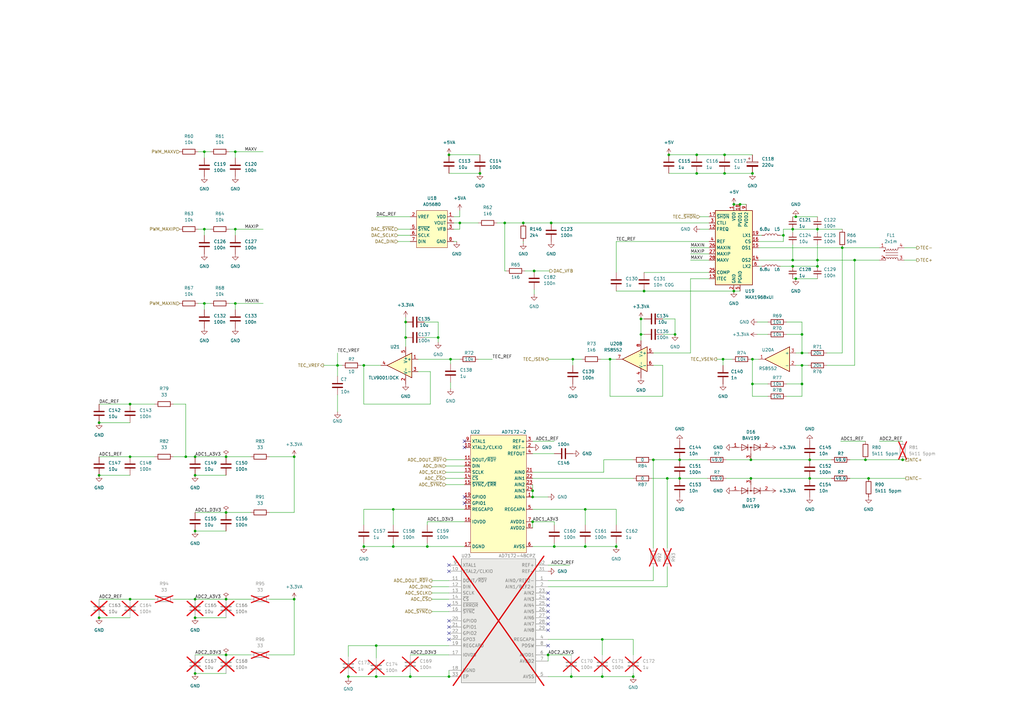
<source format=kicad_sch>
(kicad_sch (version 20230121) (generator eeschema)

  (uuid 11e87d30-ca2c-4d33-891c-27346eafd521)

  (paper "A3")

  (title_block
    (title "thermostat")
    (date "2023-11-27")
    (rev "r0_3")
    (company "M-Labs Limited")
    (comment 1 "Linus Woo Chun Kit")
  )

  

  (junction (at 300.99 119.38) (diameter 0) (color 0 0 0 0)
    (uuid 00855886-cb51-4cfa-991b-818f5930fb20)
  )
  (junction (at 267.97 188.595) (diameter 0) (color 0 0 0 0)
    (uuid 00db0189-cae2-437e-a9db-ac54cda4355e)
  )
  (junction (at 350.52 106.68) (diameter 0) (color 0 0 0 0)
    (uuid 09594d05-5596-4a02-9501-27dee71fe4b4)
  )
  (junction (at 297.18 63.5) (diameter 0) (color 0 0 0 0)
    (uuid 0bf5fe99-0dd1-4a72-9e5e-8affab22ae9c)
  )
  (junction (at 274.32 63.5) (diameter 0) (color 0 0 0 0)
    (uuid 0f3cea88-d0b0-4003-9c8a-5328c75e5894)
  )
  (junction (at 300.99 83.82) (diameter 0) (color 0 0 0 0)
    (uuid 10dfcd3c-1b9e-4913-876e-41425c03115b)
  )
  (junction (at 188.595 91.44) (diameter 0) (color 0 0 0 0)
    (uuid 11709247-7151-449d-9085-161f47021fd4)
  )
  (junction (at 252.73 224.155) (diameter 0) (color 0 0 0 0)
    (uuid 12c522ee-0035-46dd-b3a3-9c32705fd0df)
  )
  (junction (at 96.52 62.23) (diameter 0) (color 0 0 0 0)
    (uuid 13423ad6-c1e4-4490-949b-63e43b2d5bff)
  )
  (junction (at 53.34 245.745) (diameter 0) (color 0 0 0 0)
    (uuid 1d55fdde-1d0b-4108-9ee3-05998d5f0fa1)
  )
  (junction (at 161.29 208.915) (diameter 0) (color 0 0 0 0)
    (uuid 2a4d61b9-ebff-49f2-9139-059aafdf93ec)
  )
  (junction (at 92.71 268.605) (diameter 0) (color 0 0 0 0)
    (uuid 2e324420-4469-40ba-8409-071f149f55d7)
  )
  (junction (at 166.37 132.08) (diameter 0) (color 0 0 0 0)
    (uuid 31a70d8b-3685-4cb4-904e-757560e4882d)
  )
  (junction (at 325.12 106.68) (diameter 0) (color 0 0 0 0)
    (uuid 331649ec-f25a-4855-97e6-fc7c6c7f0618)
  )
  (junction (at 234.95 147.32) (diameter 0) (color 0 0 0 0)
    (uuid 36347b24-49f6-431f-9e16-445284614a40)
  )
  (junction (at 83.82 62.23) (diameter 0) (color 0 0 0 0)
    (uuid 36ba5158-65d5-4698-bd11-17d59b36f31b)
  )
  (junction (at 40.64 173.355) (diameter 0) (color 0 0 0 0)
    (uuid 3ef10e14-8f59-424d-93c7-42457d172d73)
  )
  (junction (at 184.785 147.32) (diameter 0) (color 0 0 0 0)
    (uuid 412449fc-031d-4a55-8297-c413a2f0cd49)
  )
  (junction (at 80.01 217.805) (diameter 0) (color 0 0 0 0)
    (uuid 41dfb839-577f-4609-b635-2c7202a6cd6a)
  )
  (junction (at 120.65 187.325) (diameter 0) (color 0 0 0 0)
    (uuid 43f5348e-8386-49ab-bff8-72bdfad535cf)
  )
  (junction (at 40.64 253.365) (diameter 0) (color 0 0 0 0)
    (uuid 44b5a716-ced7-48fb-9ea8-3457f79d626c)
  )
  (junction (at 120.65 245.745) (diameter 0) (color 0 0 0 0)
    (uuid 4a3a45a4-d595-4c5f-a822-73a74385c119)
  )
  (junction (at 218.44 213.995) (diameter 0) (color 0 0 0 0)
    (uuid 4ace4b96-26e3-4e96-80ef-45227d7959ee)
  )
  (junction (at 154.305 277.495) (diameter 0) (color 0 0 0 0)
    (uuid 4d791b7f-dbfc-47c3-a18a-cf997954d721)
  )
  (junction (at 328.93 149.86) (diameter 0) (color 0 0 0 0)
    (uuid 4e04af8c-4198-49d9-a644-14b09c279cf9)
  )
  (junction (at 214.63 91.44) (diameter 0) (color 0 0 0 0)
    (uuid 4eb15e12-94be-4052-a2e2-39fad015e9f1)
  )
  (junction (at 149.225 149.86) (diameter 0) (color 0 0 0 0)
    (uuid 504fbe6a-c591-4e74-8e2f-453434f209f1)
  )
  (junction (at 354.965 188.595) (diameter 0) (color 0 0 0 0)
    (uuid 5cc1f907-80e9-4077-adaa-289cda83dfa4)
  )
  (junction (at 296.545 147.32) (diameter 0) (color 0 0 0 0)
    (uuid 5deeef12-0d8b-4541-8dbc-a72337b9b033)
  )
  (junction (at 218.44 203.835) (diameter 0) (color 0 0 0 0)
    (uuid 5e21400e-38e3-4af2-9b66-6a565f4af895)
  )
  (junction (at 179.705 138.43) (diameter 0) (color 0 0 0 0)
    (uuid 602fa439-da3b-4f24-8eff-36b5c3e8ef38)
  )
  (junction (at 184.15 277.495) (diameter 0) (color 0 0 0 0)
    (uuid 65a25efe-693b-4bf5-b456-628b0677b217)
  )
  (junction (at 161.29 224.155) (diameter 0) (color 0 0 0 0)
    (uuid 66728a63-551b-4f5b-889c-b4ec8b81279e)
  )
  (junction (at 234.315 277.495) (diameter 0) (color 0 0 0 0)
    (uuid 6b1e1a4d-be1a-4365-8fc5-2b8bc27ea5db)
  )
  (junction (at 308.61 71.12) (diameter 0) (color 0 0 0 0)
    (uuid 6cc34b88-87b5-4324-aab3-ac7dec961453)
  )
  (junction (at 247.015 262.255) (diameter 0) (color 0 0 0 0)
    (uuid 6d3d4691-069c-47db-8625-9eeeb715ac35)
  )
  (junction (at 92.71 210.185) (diameter 0) (color 0 0 0 0)
    (uuid 7052cebc-8331-4040-b387-4bb60bb4fef5)
  )
  (junction (at 325.12 93.98) (diameter 0) (color 0 0 0 0)
    (uuid 70b00237-f8f9-487d-a22f-bff5e3df490e)
  )
  (junction (at 80.01 276.225) (diameter 0) (color 0 0 0 0)
    (uuid 747257b6-f478-4416-ae29-a08a8ef2437f)
  )
  (junction (at 226.06 91.44) (diameter 0) (color 0 0 0 0)
    (uuid 76164e1a-250d-4a30-a192-bff052a28853)
  )
  (junction (at 262.89 137.16) (diameter 0) (color 0 0 0 0)
    (uuid 7f29673c-1b17-4e72-9510-01784ecf162f)
  )
  (junction (at 285.75 71.12) (diameter 0) (color 0 0 0 0)
    (uuid 7fedf566-7f97-475b-b0ad-ca15f4b5e480)
  )
  (junction (at 308.61 157.48) (diameter 0) (color 0 0 0 0)
    (uuid 81627ceb-843c-40e2-a868-c1ad31867fd9)
  )
  (junction (at 259.715 277.495) (diameter 0) (color 0 0 0 0)
    (uuid 83250e99-c0d5-44b3-b689-19fa2ea48545)
  )
  (junction (at 326.39 114.3) (diameter 0) (color 0 0 0 0)
    (uuid 8346d528-cb5e-4958-8262-857136d5fbbe)
  )
  (junction (at 250.19 147.32) (diameter 0) (color 0 0 0 0)
    (uuid 87644e73-4908-48a6-a2c6-5b2141092ee2)
  )
  (junction (at 92.71 245.745) (diameter 0) (color 0 0 0 0)
    (uuid 8a7bc888-3622-419f-bfb6-f026abd5b7b0)
  )
  (junction (at 83.82 93.98) (diameter 0) (color 0 0 0 0)
    (uuid 8ab66964-9f76-439a-8611-fead1c9ae46d)
  )
  (junction (at 80.01 187.325) (diameter 0) (color 0 0 0 0)
    (uuid 8b0f9a7b-95e4-41cd-abf6-08600893edc5)
  )
  (junction (at 83.82 124.46) (diameter 0) (color 0 0 0 0)
    (uuid 8ec37ce9-b30b-472d-b3ed-19faa83a5871)
  )
  (junction (at 175.26 224.155) (diameter 0) (color 0 0 0 0)
    (uuid 8fd5a7fe-4bdc-4527-bb1e-68f72b60caef)
  )
  (junction (at 278.765 188.595) (diameter 0) (color 0 0 0 0)
    (uuid 90704095-9601-4df7-aafd-54d1f39cb8ae)
  )
  (junction (at 80.01 194.945) (diameter 0) (color 0 0 0 0)
    (uuid 911473ae-476c-45e2-b849-98eaed30aedb)
  )
  (junction (at 321.31 96.52) (diameter 0) (color 0 0 0 0)
    (uuid 94814a47-a3af-452b-997c-22d4e19389e7)
  )
  (junction (at 92.71 187.325) (diameter 0) (color 0 0 0 0)
    (uuid 9713e967-1261-4bac-85b9-18ee59525513)
  )
  (junction (at 53.34 187.325) (diameter 0) (color 0 0 0 0)
    (uuid 9acdc7d5-1d05-4f0e-a159-220864f8ac6b)
  )
  (junction (at 218.44 201.295) (diameter 0) (color 0 0 0 0)
    (uuid 9c9f5281-d9d4-43e7-96b5-089e293800ee)
  )
  (junction (at 168.275 277.495) (diameter 0) (color 0 0 0 0)
    (uuid 9e509c40-b733-42f6-990a-fa62877e551b)
  )
  (junction (at 80.01 253.365) (diameter 0) (color 0 0 0 0)
    (uuid a41e92fd-6069-4a08-8f5a-8f56042bf182)
  )
  (junction (at 184.15 63.5) (diameter 0) (color 0 0 0 0)
    (uuid a5d05a9f-c2df-459d-918b-315a3363b18b)
  )
  (junction (at 240.03 224.155) (diameter 0) (color 0 0 0 0)
    (uuid a638f3db-6be5-4cf0-a0de-d185125d5023)
  )
  (junction (at 335.28 109.22) (diameter 0) (color 0 0 0 0)
    (uuid a958d1e7-ee79-4a01-bf37-efb0dda95de5)
  )
  (junction (at 345.44 101.6) (diameter 0) (color 0 0 0 0)
    (uuid aa8b96d1-a86e-41ed-b9c3-607d8a954123)
  )
  (junction (at 273.685 196.215) (diameter 0) (color 0 0 0 0)
    (uuid ab597ebc-28ed-4b9c-b9ba-260e5903b254)
  )
  (junction (at 278.765 196.215) (diameter 0) (color 0 0 0 0)
    (uuid abe7e70a-b379-487d-ac1b-a89b540ca2b5)
  )
  (junction (at 328.93 137.16) (diameter 0) (color 0 0 0 0)
    (uuid b59827c7-cbdd-4e51-be08-c04e1435d208)
  )
  (junction (at 96.52 93.98) (diameter 0) (color 0 0 0 0)
    (uuid b7bfe973-b1f4-4632-8216-55826837ab8d)
  )
  (junction (at 227.33 224.155) (diameter 0) (color 0 0 0 0)
    (uuid b83facf1-f68a-4614-88d5-e3980b0fc92d)
  )
  (junction (at 154.305 264.795) (diameter 0) (color 0 0 0 0)
    (uuid b8d0e498-007f-4e5c-beb0-88c8d6e2ef2b)
  )
  (junction (at 207.01 91.44) (diameter 0) (color 0 0 0 0)
    (uuid b93890ae-43f6-46b2-a4ce-f2300a057cac)
  )
  (junction (at 96.52 124.46) (diameter 0) (color 0 0 0 0)
    (uuid b959e87a-1e43-485d-bd16-4d30f4a41484)
  )
  (junction (at 138.43 149.86) (diameter 0) (color 0 0 0 0)
    (uuid bc84e85a-6704-4c90-93b5-c0debf93fd9a)
  )
  (junction (at 303.53 83.82) (diameter 0) (color 0 0 0 0)
    (uuid bfea82de-2a26-4b3d-8fbf-9547f9963302)
  )
  (junction (at 40.64 194.945) (diameter 0) (color 0 0 0 0)
    (uuid c092c419-3cae-49a5-a906-289b913c4311)
  )
  (junction (at 332.105 188.595) (diameter 0) (color 0 0 0 0)
    (uuid c2d74cdc-c36a-4053-bbe0-2de80021ef5e)
  )
  (junction (at 328.93 157.48) (diameter 0) (color 0 0 0 0)
    (uuid c78468e8-152b-49d7-9bd5-906ab9f8f7b0)
  )
  (junction (at 307.975 188.595) (diameter 0) (color 0 0 0 0)
    (uuid ca8c2bcc-1f68-4237-9a60-e6ade303e62b)
  )
  (junction (at 325.12 109.22) (diameter 0) (color 0 0 0 0)
    (uuid cc3f7c97-d576-4449-abc3-8acab5591119)
  )
  (junction (at 196.85 71.12) (diameter 0) (color 0 0 0 0)
    (uuid ccb56652-8aa6-482d-bb34-944863503389)
  )
  (junction (at 219.075 111.125) (diameter 0) (color 0 0 0 0)
    (uuid cf034422-1527-4aea-b76c-a7b82f1d0220)
  )
  (junction (at 356.235 196.215) (diameter 0) (color 0 0 0 0)
    (uuid d2dc317c-c22f-4dd1-9e30-91799d68dcac)
  )
  (junction (at 262.89 130.81) (diameter 0) (color 0 0 0 0)
    (uuid d4c7a2a3-2e74-4555-b363-aa4f62018e6b)
  )
  (junction (at 240.03 208.915) (diameter 0) (color 0 0 0 0)
    (uuid d582891d-ac11-4907-89c9-7843950940ae)
  )
  (junction (at 307.975 196.215) (diameter 0) (color 0 0 0 0)
    (uuid d78746f2-f017-4ae7-bc32-6308ddf3e2fd)
  )
  (junction (at 328.93 144.78) (diameter 0) (color 0 0 0 0)
    (uuid d9525f10-3e43-490f-a7bf-63060cfe57b9)
  )
  (junction (at 370.205 188.595) (diameter 0) (color 0 0 0 0)
    (uuid ddec4ab6-a157-4a35-9f28-3df709633f03)
  )
  (junction (at 149.225 224.155) (diameter 0) (color 0 0 0 0)
    (uuid ddf840fb-5db1-4ec5-8c50-9fc245e85ec7)
  )
  (junction (at 264.16 119.38) (diameter 0) (color 0 0 0 0)
    (uuid de1fe5c2-0af2-4041-903e-57773fff2102)
  )
  (junction (at 76.2 187.325) (diameter 0) (color 0 0 0 0)
    (uuid de814e18-afaa-4b9d-b838-8f9c7dfc4930)
  )
  (junction (at 80.01 245.745) (diameter 0) (color 0 0 0 0)
    (uuid e1b854a1-5af4-4149-a1ba-f46727db1734)
  )
  (junction (at 335.28 93.98) (diameter 0) (color 0 0 0 0)
    (uuid e259688e-3bef-4ae0-8bd5-e9f1b3f384bc)
  )
  (junction (at 276.86 137.16) (diameter 0) (color 0 0 0 0)
    (uuid e54a8b6a-19a5-454e-b3c0-c9ef25fe9703)
  )
  (junction (at 142.875 277.495) (diameter 0) (color 0 0 0 0)
    (uuid eb65c5f1-6a52-44bb-bb0a-6f737c396448)
  )
  (junction (at 308.61 147.32) (diameter 0) (color 0 0 0 0)
    (uuid f3133ffd-6dca-44ef-bab6-faef445e4902)
  )
  (junction (at 285.75 63.5) (diameter 0) (color 0 0 0 0)
    (uuid f38a8a91-3b81-4469-8b1e-187f84650baf)
  )
  (junction (at 297.18 71.12) (diameter 0) (color 0 0 0 0)
    (uuid f417ac91-f36e-4ae4-978e-9741390d7f52)
  )
  (junction (at 335.28 106.68) (diameter 0) (color 0 0 0 0)
    (uuid f8bc08a4-f3de-4509-8ca0-5824c1e800f9)
  )
  (junction (at 332.105 196.215) (diameter 0) (color 0 0 0 0)
    (uuid f9a419f4-fb97-45af-b3bc-11417ba4048a)
  )
  (junction (at 166.37 138.43) (diameter 0) (color 0 0 0 0)
    (uuid fb864528-658d-4095-b13f-bf7853bd4581)
  )
  (junction (at 224.79 268.605) (diameter 0) (color 0 0 0 0)
    (uuid fca14ee3-daa1-46e3-ac53-6b1596706a0f)
  )
  (junction (at 53.34 165.735) (diameter 0) (color 0 0 0 0)
    (uuid fcafc6b8-b500-4b28-9b37-303786b54636)
  )
  (junction (at 326.39 88.9) (diameter 0) (color 0 0 0 0)
    (uuid fea5caca-ef02-442a-9298-be4172cd5bf5)
  )
  (junction (at 247.015 277.495) (diameter 0) (color 0 0 0 0)
    (uuid ff53550b-aa0c-492d-8d5c-8a69a1d85a0e)
  )

  (no_connect (at 190.5 180.975) (uuid 26a12e82-3eec-4949-8257-2eab5b2dc451))
  (no_connect (at 184.15 248.285) (uuid 340cd246-f8e6-4c22-bdfd-fc92e58e400a))
  (no_connect (at 190.5 183.515) (uuid 4a36c46a-3f7c-4ef2-82fd-c4e2e99850ae))
  (no_connect (at 190.5 203.835) (uuid 4f1580c5-7b7b-4516-9630-c1c20a1e4439))
  (no_connect (at 190.5 206.375) (uuid 4f1580c5-7b7b-4516-9630-c1c20a1e443a))
  (no_connect (at 224.79 243.205) (uuid 6602769d-c7db-4a17-bd05-dd5f0a5ad4b9))
  (no_connect (at 224.79 250.825) (uuid 747e4e15-4b5c-4a05-97e0-3d84cf01ed4e))
  (no_connect (at 184.15 234.315) (uuid 95a6b7cc-fb08-4f44-957c-e620423c48e8))
  (no_connect (at 184.15 231.775) (uuid 9c95d96a-b35a-4ba2-b242-cc73a7c35e5b))
  (no_connect (at 224.79 264.795) (uuid 9dddeac2-5c29-42d1-bfce-34481239235a))
  (no_connect (at 184.15 262.255) (uuid a09d5b9b-10b6-44c6-9a6f-4ca81444c2b4))
  (no_connect (at 224.79 255.905) (uuid ad9fc9bc-5d26-4731-aede-851b8e55f3ac))
  (no_connect (at 184.15 257.175) (uuid c4c03d97-d972-43ec-9d23-0c49c444f6f1))
  (no_connect (at 184.15 259.715) (uuid d20fe983-eee3-4eb0-9201-a6446cc7f310))
  (no_connect (at 224.79 248.285) (uuid df4e4e71-9285-41c6-9941-ab12771f4419))
  (no_connect (at 224.79 253.365) (uuid e37db466-be64-4921-b48c-5f76b29eaa24))
  (no_connect (at 184.15 254.635) (uuid e415609e-ddfc-4681-a2d8-72a3aaf26137))
  (no_connect (at 224.79 258.445) (uuid e6708a72-bd54-4624-b7d1-34ec2c44374d))
  (no_connect (at 224.79 245.745) (uuid f4c20350-54b8-461a-b061-47f13c686639))

  (wire (pts (xy 320.04 96.52) (xy 321.31 96.52))
    (stroke (width 0) (type default))
    (uuid 00875651-f1d7-4975-9e99-817c4d6c009b)
  )
  (wire (pts (xy 80.01 276.225) (xy 92.71 276.225))
    (stroke (width 0) (type default))
    (uuid 0237bef1-0d11-4182-81eb-ea4898c4e7e3)
  )
  (wire (pts (xy 274.32 63.5) (xy 285.75 63.5))
    (stroke (width 0) (type default))
    (uuid 0359cb20-bb51-49ac-adff-fe64388aca1a)
  )
  (wire (pts (xy 328.93 144.78) (xy 331.47 144.78))
    (stroke (width 0) (type default))
    (uuid 03ed126c-481b-41cd-a73a-41dbac98d012)
  )
  (wire (pts (xy 218.44 201.295) (xy 218.44 203.835))
    (stroke (width 0) (type default))
    (uuid 03f28c04-d620-4211-b272-6075631b0614)
  )
  (wire (pts (xy 218.44 213.995) (xy 227.33 213.995))
    (stroke (width 0) (type default))
    (uuid 044336a4-dfff-4005-858b-5f8eef6805d9)
  )
  (wire (pts (xy 224.79 147.32) (xy 234.95 147.32))
    (stroke (width 0) (type default))
    (uuid 04a00182-7248-49cf-a86d-62170f577022)
  )
  (wire (pts (xy 207.01 91.44) (xy 214.63 91.44))
    (stroke (width 0) (type default))
    (uuid 0514b0c8-d95f-4dea-b4e1-ffef732beb83)
  )
  (wire (pts (xy 40.64 245.745) (xy 53.34 245.745))
    (stroke (width 0) (type default))
    (uuid 0618ec99-fbab-4266-923c-190220565f4a)
  )
  (wire (pts (xy 308.61 147.32) (xy 311.15 147.32))
    (stroke (width 0) (type default))
    (uuid 08378e84-5331-4158-85de-10cb1de78288)
  )
  (wire (pts (xy 214.63 91.44) (xy 226.06 91.44))
    (stroke (width 0) (type default))
    (uuid 086f83b2-e786-4f7b-81d6-e1523dc0ccdb)
  )
  (wire (pts (xy 219.075 111.125) (xy 225.425 111.125))
    (stroke (width 0) (type default))
    (uuid 091f949f-d34a-4db8-ac50-4df74cb15b60)
  )
  (wire (pts (xy 196.215 147.32) (xy 201.93 147.32))
    (stroke (width 0) (type default))
    (uuid 095d4ae5-fceb-42e4-b5ff-1af4543c58e7)
  )
  (wire (pts (xy 40.64 194.945) (xy 53.34 194.945))
    (stroke (width 0) (type default))
    (uuid 0acc2b86-cdb0-49b7-bd0f-cd2bf8e93f94)
  )
  (wire (pts (xy 252.73 111.76) (xy 252.73 99.06))
    (stroke (width 0) (type default))
    (uuid 0c0a1ae4-e827-4701-ad4a-d2207089e5c3)
  )
  (wire (pts (xy 142.875 277.495) (xy 142.875 278.13))
    (stroke (width 0) (type default))
    (uuid 0cd69a35-4c2f-4844-89b3-130d42a2415b)
  )
  (wire (pts (xy 182.88 198.755) (xy 190.5 198.755))
    (stroke (width 0) (type default))
    (uuid 0cf29f04-961b-4b57-9a58-eaa1916b08d3)
  )
  (wire (pts (xy 40.64 165.735) (xy 53.34 165.735))
    (stroke (width 0) (type default))
    (uuid 0d609b56-c09f-488b-b47e-8ac9e4cf5197)
  )
  (wire (pts (xy 328.93 149.86) (xy 331.47 149.86))
    (stroke (width 0) (type default))
    (uuid 0e621132-3441-4dd9-a337-ef4f1f45c398)
  )
  (wire (pts (xy 92.71 268.605) (xy 102.87 268.605))
    (stroke (width 0) (type default))
    (uuid 0e79688c-55d1-4282-815f-110c68e71bb2)
  )
  (wire (pts (xy 182.88 191.135) (xy 190.5 191.135))
    (stroke (width 0) (type default))
    (uuid 0fa128da-2b0f-4a96-aa17-b8dd91ee8000)
  )
  (wire (pts (xy 175.26 213.995) (xy 190.5 213.995))
    (stroke (width 0) (type default))
    (uuid 1013b991-3e78-479c-8ea0-59456a5a2fee)
  )
  (wire (pts (xy 252.73 119.38) (xy 264.16 119.38))
    (stroke (width 0) (type default))
    (uuid 10d1c59f-279d-4290-8ec9-aced7a249786)
  )
  (wire (pts (xy 224.79 268.605) (xy 224.79 271.145))
    (stroke (width 0) (type default))
    (uuid 11357a99-7680-4594-aedd-2f4e62cff9d1)
  )
  (wire (pts (xy 53.34 245.745) (xy 63.5 245.745))
    (stroke (width 0) (type default))
    (uuid 120ec305-cea2-4fbc-9490-0b4d6a1c738d)
  )
  (wire (pts (xy 252.73 208.915) (xy 252.73 215.265))
    (stroke (width 0) (type default))
    (uuid 12e18c33-a54d-4e19-ab3b-c793f22f83cf)
  )
  (wire (pts (xy 278.765 196.215) (xy 290.195 196.215))
    (stroke (width 0) (type default))
    (uuid 136f6f65-16aa-4609-8f6c-60efd410bd6d)
  )
  (wire (pts (xy 149.225 215.265) (xy 149.225 208.915))
    (stroke (width 0) (type default))
    (uuid 137d29e9-c719-4691-93d1-8b12f28ce3bf)
  )
  (wire (pts (xy 110.49 187.325) (xy 120.65 187.325))
    (stroke (width 0) (type default))
    (uuid 14128afa-6d5c-43b8-a87c-7cb3ade02717)
  )
  (wire (pts (xy 92.71 210.185) (xy 102.87 210.185))
    (stroke (width 0) (type default))
    (uuid 1475da08-151e-40ed-9449-095934954a5d)
  )
  (wire (pts (xy 310.515 132.08) (xy 314.96 132.08))
    (stroke (width 0) (type default))
    (uuid 14c62b68-5ce9-4b67-9858-047b5880da16)
  )
  (wire (pts (xy 278.765 188.595) (xy 290.195 188.595))
    (stroke (width 0) (type default))
    (uuid 18812886-4d89-40c5-9e08-f2fa7fbedd8c)
  )
  (wire (pts (xy 186.055 93.98) (xy 188.595 93.98))
    (stroke (width 0) (type default))
    (uuid 1b659093-ad45-49fb-aedc-d566dcedee0f)
  )
  (wire (pts (xy 325.12 106.68) (xy 335.28 106.68))
    (stroke (width 0) (type default))
    (uuid 1b907a2c-d101-4aff-a0c3-460a0dd4b27a)
  )
  (wire (pts (xy 297.18 63.5) (xy 308.61 63.5))
    (stroke (width 0) (type default))
    (uuid 1bff561f-538d-4df7-81f7-ad1d420556be)
  )
  (wire (pts (xy 250.19 147.32) (xy 252.73 147.32))
    (stroke (width 0) (type default))
    (uuid 1d4b0f7f-8b78-4c44-a9ee-a7f098c80b3c)
  )
  (wire (pts (xy 285.75 71.12) (xy 297.18 71.12))
    (stroke (width 0) (type default))
    (uuid 1d96d017-d2c9-4d3d-829f-d7f8d28e7b23)
  )
  (wire (pts (xy 296.545 147.32) (xy 300.355 147.32))
    (stroke (width 0) (type default))
    (uuid 1e52da8f-2078-44b2-a7d9-9d2158228322)
  )
  (wire (pts (xy 332.105 188.595) (xy 340.995 188.595))
    (stroke (width 0) (type default))
    (uuid 21caab4e-4507-46e8-a967-d7fbed581625)
  )
  (wire (pts (xy 264.16 119.38) (xy 300.99 119.38))
    (stroke (width 0) (type default))
    (uuid 225df3cf-f00f-4b76-bcd0-ffa5f74594ac)
  )
  (wire (pts (xy 163.195 99.06) (xy 168.275 99.06))
    (stroke (width 0) (type default))
    (uuid 238e8fd8-20ab-4dee-ab22-221b77b8fe5c)
  )
  (wire (pts (xy 322.58 157.48) (xy 328.93 157.48))
    (stroke (width 0) (type default))
    (uuid 24162183-3412-4fed-9f38-5e6bdc349eaa)
  )
  (wire (pts (xy 207.01 91.44) (xy 207.01 111.125))
    (stroke (width 0) (type default))
    (uuid 259c4593-a778-4108-8699-0012a713e792)
  )
  (wire (pts (xy 177.165 245.745) (xy 184.15 245.745))
    (stroke (width 0) (type default))
    (uuid 25c70f35-f65b-4e97-b918-7d2596aae21e)
  )
  (wire (pts (xy 80.01 253.365) (xy 92.71 253.365))
    (stroke (width 0) (type default))
    (uuid 293d9ea6-4fe2-42a1-9fd3-a91e59039b87)
  )
  (wire (pts (xy 71.12 245.745) (xy 80.01 245.745))
    (stroke (width 0) (type default))
    (uuid 29486176-a13b-4470-90b5-8d8b48a76cef)
  )
  (wire (pts (xy 166.37 138.43) (xy 166.37 142.24))
    (stroke (width 0) (type default))
    (uuid 2a5bc5a9-6b54-45c6-9033-61d34430b415)
  )
  (wire (pts (xy 227.33 213.995) (xy 227.33 215.265))
    (stroke (width 0) (type default))
    (uuid 2bd532e8-912f-413f-90ce-308bbcac5efa)
  )
  (wire (pts (xy 83.82 93.98) (xy 86.36 93.98))
    (stroke (width 0) (type default))
    (uuid 2c3d2e94-898e-4552-a4b4-51818fac5b1e)
  )
  (wire (pts (xy 339.09 144.78) (xy 345.44 144.78))
    (stroke (width 0) (type default))
    (uuid 2c7445ee-f7ba-4b6a-b765-6fbdb6d2fab1)
  )
  (wire (pts (xy 271.78 162.56) (xy 271.78 149.86))
    (stroke (width 0) (type default))
    (uuid 2d6a74de-0641-4081-b25b-e77e3f09a2fa)
  )
  (wire (pts (xy 184.15 63.5) (xy 196.85 63.5))
    (stroke (width 0) (type default))
    (uuid 2df9d648-c3f6-4723-bc88-48f0b5f14a12)
  )
  (wire (pts (xy 218.44 208.915) (xy 240.03 208.915))
    (stroke (width 0) (type default))
    (uuid 2e18102e-c7ae-4874-aea2-96cd71c2fe91)
  )
  (wire (pts (xy 218.44 213.995) (xy 218.44 216.535))
    (stroke (width 0) (type default))
    (uuid 30438686-f521-4b89-b118-6e27742c1cb9)
  )
  (wire (pts (xy 149.225 208.915) (xy 161.29 208.915))
    (stroke (width 0) (type default))
    (uuid 307b7377-60f4-4462-8b11-52ea8f973130)
  )
  (wire (pts (xy 179.705 132.08) (xy 179.705 138.43))
    (stroke (width 0) (type default))
    (uuid 3095dcc8-6eff-4e63-8a2e-2f3c092f9e9a)
  )
  (wire (pts (xy 184.785 149.225) (xy 184.785 147.32))
    (stroke (width 0) (type default))
    (uuid 30bc0015-91f0-4bc6-9a64-d711090d2a8d)
  )
  (wire (pts (xy 214.63 99.695) (xy 214.63 99.06))
    (stroke (width 0) (type default))
    (uuid 3174b078-699f-4008-b3dc-56697a61f808)
  )
  (wire (pts (xy 149.225 224.155) (xy 161.29 224.155))
    (stroke (width 0) (type default))
    (uuid 31cadf4e-f576-4f94-9423-0900bcefd64b)
  )
  (wire (pts (xy 247.015 277.495) (xy 259.715 277.495))
    (stroke (width 0) (type default))
    (uuid 31d107d4-ba78-41cf-b7bd-dbeb1833e97b)
  )
  (wire (pts (xy 321.31 93.98) (xy 325.12 93.98))
    (stroke (width 0) (type default))
    (uuid 320f7d4d-b773-40b2-91ea-aa2f3a5a9a0d)
  )
  (wire (pts (xy 350.52 106.68) (xy 350.52 149.86))
    (stroke (width 0) (type default))
    (uuid 325b3efd-39e6-4920-89e5-9ebd14aa3d34)
  )
  (wire (pts (xy 186.055 99.06) (xy 187.325 99.06))
    (stroke (width 0) (type default))
    (uuid 34c625d6-1c43-4f77-a7dd-db99df102cc0)
  )
  (wire (pts (xy 171.45 147.32) (xy 184.785 147.32))
    (stroke (width 0) (type default))
    (uuid 35f33731-39d4-40cb-b7d9-489974795dba)
  )
  (wire (pts (xy 142.875 277.495) (xy 154.305 277.495))
    (stroke (width 0) (type default))
    (uuid 37169d4d-fa8b-4803-9c90-114268917a39)
  )
  (wire (pts (xy 96.52 124.46) (xy 96.52 127))
    (stroke (width 0) (type default))
    (uuid 373135b7-71b5-4772-b8ba-33e4a58248de)
  )
  (wire (pts (xy 154.305 264.795) (xy 154.305 269.875))
    (stroke (width 0) (type default))
    (uuid 375f3f87-4258-488e-ae0a-02226a322175)
  )
  (wire (pts (xy 325.12 109.22) (xy 335.28 109.22))
    (stroke (width 0) (type default))
    (uuid 381bd973-0cff-408e-b2ad-0f8fef53a560)
  )
  (wire (pts (xy 287.02 88.9) (xy 290.83 88.9))
    (stroke (width 0) (type default))
    (uuid 394083ae-8989-4120-944c-813fb2a3556c)
  )
  (wire (pts (xy 283.21 101.6) (xy 290.83 101.6))
    (stroke (width 0) (type default))
    (uuid 3951b59e-3a18-4356-a357-8490ef831147)
  )
  (wire (pts (xy 219.075 120.65) (xy 219.075 118.745))
    (stroke (width 0) (type default))
    (uuid 3a78bfd5-be56-4a1a-9b0a-8ac4fe5f296f)
  )
  (wire (pts (xy 163.195 96.52) (xy 168.275 96.52))
    (stroke (width 0) (type default))
    (uuid 3bbd0ec9-8e91-44df-b113-226360ebe6ed)
  )
  (wire (pts (xy 271.78 149.86) (xy 267.97 149.86))
    (stroke (width 0) (type default))
    (uuid 3cb9c662-727f-4137-b1f2-1afba94fd38c)
  )
  (wire (pts (xy 182.88 188.595) (xy 190.5 188.595))
    (stroke (width 0) (type default))
    (uuid 3dd4ec41-0974-44d4-a223-a92d38df6251)
  )
  (wire (pts (xy 262.89 137.16) (xy 262.89 139.7))
    (stroke (width 0) (type default))
    (uuid 3fc2ae87-b82f-41e5-8bd9-361a0ef5e6c6)
  )
  (wire (pts (xy 345.44 101.6) (xy 345.44 144.78))
    (stroke (width 0) (type default))
    (uuid 41d6077c-3873-4e12-978c-95cc327a0f1b)
  )
  (wire (pts (xy 326.39 144.78) (xy 328.93 144.78))
    (stroke (width 0) (type default))
    (uuid 43242e23-3091-47cd-b478-d5805842d921)
  )
  (wire (pts (xy 283.21 144.78) (xy 267.97 144.78))
    (stroke (width 0) (type default))
    (uuid 43e1ee7b-afde-4a11-b590-b54ffa941666)
  )
  (wire (pts (xy 247.65 193.675) (xy 247.65 188.595))
    (stroke (width 0) (type default))
    (uuid 4489d9be-d4c4-46c9-a393-1ff510354b23)
  )
  (wire (pts (xy 184.15 71.12) (xy 196.85 71.12))
    (stroke (width 0) (type default))
    (uuid 468d060b-8762-4217-90dc-9199a49f2c31)
  )
  (wire (pts (xy 311.15 101.6) (xy 345.44 101.6))
    (stroke (width 0) (type default))
    (uuid 47f69cc7-1737-4eb4-8b72-7874961fae7c)
  )
  (wire (pts (xy 234.95 149.86) (xy 234.95 147.32))
    (stroke (width 0) (type default))
    (uuid 483788d7-6795-4371-90e3-838b410b267f)
  )
  (wire (pts (xy 96.52 124.46) (xy 107.95 124.46))
    (stroke (width 0) (type default))
    (uuid 4918301f-7b2c-49ac-a093-73b9dde18592)
  )
  (wire (pts (xy 149.225 165.735) (xy 149.225 149.86))
    (stroke (width 0) (type default))
    (uuid 4ae14419-71e8-4366-bef4-9ccb46cdb7d5)
  )
  (wire (pts (xy 240.03 208.915) (xy 252.73 208.915))
    (stroke (width 0) (type default))
    (uuid 4d59e7b9-ce9a-4c49-bdff-ae391d21b50c)
  )
  (wire (pts (xy 234.315 276.225) (xy 234.315 277.495))
    (stroke (width 0) (type default))
    (uuid 4da186fc-b730-43c4-ac5c-7290c0cec6ac)
  )
  (wire (pts (xy 267.97 232.41) (xy 267.97 238.125))
    (stroke (width 0) (type default))
    (uuid 50850042-6ef1-42a6-9b06-adfe54a52470)
  )
  (wire (pts (xy 335.28 106.68) (xy 350.52 106.68))
    (stroke (width 0) (type default))
    (uuid 51d6603e-1da8-45a3-ab63-fce216b9b24c)
  )
  (wire (pts (xy 182.88 193.675) (xy 190.5 193.675))
    (stroke (width 0) (type default))
    (uuid 5286d668-d0e8-467e-b27f-ac5740bf7b9a)
  )
  (wire (pts (xy 325.12 95.25) (xy 325.12 93.98))
    (stroke (width 0) (type default))
    (uuid 52976a79-306b-4271-abaa-98ebbdd6f2ba)
  )
  (wire (pts (xy 154.305 264.795) (xy 184.15 264.795))
    (stroke (width 0) (type default))
    (uuid 53de4f8c-cbb3-4d7b-b1ca-c24a05a5a002)
  )
  (wire (pts (xy 176.53 152.4) (xy 176.53 165.735))
    (stroke (width 0) (type default))
    (uuid 5429f51f-f5e3-4c60-a3c8-fe6d1ecd2de6)
  )
  (wire (pts (xy 348.615 196.215) (xy 356.235 196.215))
    (stroke (width 0) (type default))
    (uuid 548336fa-801d-4d4d-928a-def37ada9fe1)
  )
  (wire (pts (xy 120.65 268.605) (xy 120.65 245.745))
    (stroke (width 0) (type default))
    (uuid 563548e6-b12b-41c6-ab6e-7b9ec415e008)
  )
  (wire (pts (xy 186.055 88.9) (xy 188.595 88.9))
    (stroke (width 0) (type default))
    (uuid 568e9baa-09b2-4482-85c1-a7fe4c4e60c5)
  )
  (wire (pts (xy 335.28 100.33) (xy 335.28 106.68))
    (stroke (width 0) (type default))
    (uuid 5762af6e-8fdc-4718-9bdf-e30e83114352)
  )
  (wire (pts (xy 224.79 277.495) (xy 234.315 277.495))
    (stroke (width 0) (type default))
    (uuid 58997735-2154-484d-b6bd-02051372ff6c)
  )
  (wire (pts (xy 93.98 93.98) (xy 96.52 93.98))
    (stroke (width 0) (type default))
    (uuid 58a47482-1ed8-4025-ac40-4f87bd8b5019)
  )
  (wire (pts (xy 264.16 130.81) (xy 262.89 130.81))
    (stroke (width 0) (type default))
    (uuid 5a695475-e89d-40dc-81d6-f4b179688bae)
  )
  (wire (pts (xy 325.12 88.9) (xy 326.39 88.9))
    (stroke (width 0) (type default))
    (uuid 5a760d1f-a4c4-40ac-acbb-18cd250b8c68)
  )
  (wire (pts (xy 250.19 162.56) (xy 271.78 162.56))
    (stroke (width 0) (type default))
    (uuid 5a8b8607-5877-4db5-a1c6-cf76acd1fbb6)
  )
  (wire (pts (xy 322.58 132.08) (xy 328.93 132.08))
    (stroke (width 0) (type default))
    (uuid 5cd745c8-6027-40a7-9a68-a5f3253754b1)
  )
  (wire (pts (xy 273.685 232.41) (xy 273.685 240.665))
    (stroke (width 0) (type default))
    (uuid 5d15b63e-7f00-4489-9d67-f91f0c7a6a2b)
  )
  (wire (pts (xy 83.82 62.23) (xy 83.82 64.77))
    (stroke (width 0) (type default))
    (uuid 5d4d735b-a7ad-4d74-9a6a-d4f0486446ef)
  )
  (wire (pts (xy 161.29 222.885) (xy 161.29 224.155))
    (stroke (width 0) (type default))
    (uuid 5d9baf70-1da1-4d49-9430-cf0fcb62b42a)
  )
  (wire (pts (xy 166.37 132.08) (xy 166.37 138.43))
    (stroke (width 0) (type default))
    (uuid 5f5ba3c0-06ec-4410-ac07-d5b630609814)
  )
  (wire (pts (xy 80.01 217.805) (xy 92.71 217.805))
    (stroke (width 0) (type default))
    (uuid 5f9b7458-8da5-4c29-afd9-50c98dfa04dc)
  )
  (wire (pts (xy 307.975 196.215) (xy 332.105 196.215))
    (stroke (width 0) (type default))
    (uuid 5fbbdbda-7b3a-43c0-936d-f38907d5ce89)
  )
  (wire (pts (xy 264.16 111.76) (xy 290.83 111.76))
    (stroke (width 0) (type default))
    (uuid 61a0f580-1670-4971-affe-39c0a57867fb)
  )
  (wire (pts (xy 247.015 262.255) (xy 259.715 262.255))
    (stroke (width 0) (type default))
    (uuid 6371c3dc-9048-4a52-bcb2-e0200fcca90d)
  )
  (wire (pts (xy 154.305 88.9) (xy 168.275 88.9))
    (stroke (width 0) (type default))
    (uuid 656e69aa-135b-4f16-a0fc-51ce97353d42)
  )
  (wire (pts (xy 246.38 147.32) (xy 250.19 147.32))
    (stroke (width 0) (type default))
    (uuid 65dd79a2-0dbd-4533-97ba-a890892bcf21)
  )
  (wire (pts (xy 247.015 276.225) (xy 247.015 277.495))
    (stroke (width 0) (type default))
    (uuid 660eb411-d751-4307-9568-0467314a731f)
  )
  (wire (pts (xy 267.97 188.595) (xy 267.97 224.79))
    (stroke (width 0) (type default))
    (uuid 667ab477-c752-43e7-bbad-e19dc2173709)
  )
  (wire (pts (xy 53.34 187.325) (xy 63.5 187.325))
    (stroke (width 0) (type default))
    (uuid 67645048-1d54-49c4-9a57-485be158eed8)
  )
  (wire (pts (xy 240.03 222.885) (xy 240.03 224.155))
    (stroke (width 0) (type default))
    (uuid 677751aa-bdc4-48a3-a857-04cdb51ad607)
  )
  (wire (pts (xy 138.43 161.925) (xy 138.43 168.91))
    (stroke (width 0) (type default))
    (uuid 67e924bd-38c3-431f-9a1d-5bd2dbad6bf6)
  )
  (wire (pts (xy 110.49 268.605) (xy 120.65 268.605))
    (stroke (width 0) (type default))
    (uuid 6c68c6de-2cbb-4151-9a1a-9766c4e34731)
  )
  (wire (pts (xy 177.165 240.665) (xy 184.15 240.665))
    (stroke (width 0) (type default))
    (uuid 6c85e282-3b6f-474a-b74d-c4fc10239380)
  )
  (wire (pts (xy 370.84 101.6) (xy 375.92 101.6))
    (stroke (width 0) (type default))
    (uuid 6cb0cd86-e7e1-4001-a7a2-18bb44ae3ff0)
  )
  (wire (pts (xy 188.595 88.9) (xy 188.595 86.36))
    (stroke (width 0) (type default))
    (uuid 6ebb8a1c-7b29-4df9-a725-e2a168eb601b)
  )
  (wire (pts (xy 311.15 106.68) (xy 325.12 106.68))
    (stroke (width 0) (type default))
    (uuid 6f884ee8-62a4-4357-b993-f1a1b29643f8)
  )
  (wire (pts (xy 325.12 100.33) (xy 325.12 106.68))
    (stroke (width 0) (type default))
    (uuid 703c9acb-1c0f-4a97-b171-62b8be50a343)
  )
  (wire (pts (xy 234.95 147.32) (xy 238.76 147.32))
    (stroke (width 0) (type default))
    (uuid 70a1d00c-9d6c-4a38-b571-b702051e93f7)
  )
  (wire (pts (xy 40.64 187.325) (xy 53.34 187.325))
    (stroke (width 0) (type default))
    (uuid 70b6d0bd-b709-4c37-a339-361383c6bb89)
  )
  (wire (pts (xy 177.165 250.825) (xy 184.15 250.825))
    (stroke (width 0) (type default))
    (uuid 726a92c8-d2ab-4c40-b3f7-46ae64eaae0b)
  )
  (wire (pts (xy 247.65 188.595) (xy 259.715 188.595))
    (stroke (width 0) (type default))
    (uuid 72b8c04c-3500-475e-b0d0-d32efbbad7d8)
  )
  (wire (pts (xy 83.82 124.46) (xy 83.82 127))
    (stroke (width 0) (type default))
    (uuid 7326b9eb-987d-4edb-88a8-2e3adb076a27)
  )
  (wire (pts (xy 328.93 137.16) (xy 328.93 144.78))
    (stroke (width 0) (type default))
    (uuid 73f4249f-194f-4c30-9444-11d6094c6069)
  )
  (wire (pts (xy 175.26 224.155) (xy 190.5 224.155))
    (stroke (width 0) (type default))
    (uuid 74c39541-cad4-4b60-9eb5-4309dce4efeb)
  )
  (wire (pts (xy 168.275 268.605) (xy 184.15 268.605))
    (stroke (width 0) (type default))
    (uuid 752c16a0-ac4b-4c0f-b819-689a96e0a335)
  )
  (wire (pts (xy 177.165 243.205) (xy 184.15 243.205))
    (stroke (width 0) (type default))
    (uuid 756578c4-b260-49e5-ad80-59112e075d8b)
  )
  (wire (pts (xy 219.075 111.125) (xy 215.265 111.125))
    (stroke (width 0) (type default))
    (uuid 75673516-268f-4ccc-a2e2-8ae0622bfbbf)
  )
  (wire (pts (xy 92.71 187.325) (xy 102.87 187.325))
    (stroke (width 0) (type default))
    (uuid 75783c1c-ab12-4605-9957-d170397133a1)
  )
  (wire (pts (xy 218.44 186.055) (xy 227.33 186.055))
    (stroke (width 0) (type default))
    (uuid 7586d785-d84d-44f8-b63f-11e14eb5fc6c)
  )
  (wire (pts (xy 110.49 245.745) (xy 120.65 245.745))
    (stroke (width 0) (type default))
    (uuid 75af20fb-2f04-4e0f-953f-3b1680ff609d)
  )
  (wire (pts (xy 247.015 262.255) (xy 247.015 268.605))
    (stroke (width 0) (type default))
    (uuid 7700166d-ccd5-4b54-9df7-91cfe3d3fc5c)
  )
  (wire (pts (xy 92.71 245.745) (xy 102.87 245.745))
    (stroke (width 0) (type default))
    (uuid 7aac6618-4803-43e0-a122-730169bf7719)
  )
  (wire (pts (xy 360.68 180.975) (xy 370.205 180.975))
    (stroke (width 0) (type default))
    (uuid 7b46f730-a23d-422b-9c8b-9db6feebfb72)
  )
  (wire (pts (xy 311.15 99.06) (xy 321.31 99.06))
    (stroke (width 0) (type default))
    (uuid 7b549384-a890-4d3c-b232-8074d56a9d98)
  )
  (wire (pts (xy 267.97 188.595) (xy 278.765 188.595))
    (stroke (width 0) (type default))
    (uuid 7c9f5e21-a004-4e19-bd53-39b1d8987c14)
  )
  (wire (pts (xy 297.815 196.215) (xy 307.975 196.215))
    (stroke (width 0) (type default))
    (uuid 7d9f9cb4-e69d-40a9-b31a-a26ba0bfccd2)
  )
  (wire (pts (xy 142.875 264.795) (xy 142.875 269.24))
    (stroke (width 0) (type default))
    (uuid 7fe39871-8917-4f87-8c7a-1863803c90f7)
  )
  (wire (pts (xy 80.01 268.605) (xy 92.71 268.605))
    (stroke (width 0) (type default))
    (uuid 811f2845-4262-4668-baf5-06158ac763c4)
  )
  (wire (pts (xy 96.52 93.98) (xy 96.52 96.52))
    (stroke (width 0) (type default))
    (uuid 81494e9b-7dc8-4233-a60f-82828ba6b535)
  )
  (wire (pts (xy 326.39 149.86) (xy 328.93 149.86))
    (stroke (width 0) (type default))
    (uuid 8260f1d9-cde6-40d4-9d86-b9f07be58bce)
  )
  (wire (pts (xy 308.61 157.48) (xy 308.61 162.56))
    (stroke (width 0) (type default))
    (uuid 829e97d8-3caf-4730-aeb0-cd728c6aa748)
  )
  (wire (pts (xy 53.34 165.735) (xy 63.5 165.735))
    (stroke (width 0) (type default))
    (uuid 83847d8f-416a-494c-9b4d-f3cbb26b8570)
  )
  (wire (pts (xy 370.205 188.595) (xy 371.475 188.595))
    (stroke (width 0) (type default))
    (uuid 838d97e4-a130-4b9f-8a3a-c43f407a2511)
  )
  (wire (pts (xy 71.12 165.735) (xy 76.2 165.735))
    (stroke (width 0) (type default))
    (uuid 8418a06c-afa8-4e5c-b24d-746dbc6cb89b)
  )
  (wire (pts (xy 132.715 149.86) (xy 138.43 149.86))
    (stroke (width 0) (type default))
    (uuid 849d982c-cc23-44ec-93cf-c4683cf63247)
  )
  (wire (pts (xy 326.39 114.3) (xy 335.28 114.3))
    (stroke (width 0) (type default))
    (uuid 869d2652-87a9-4299-bd5d-536c3092fcb9)
  )
  (wire (pts (xy 325.12 114.3) (xy 326.39 114.3))
    (stroke (width 0) (type default))
    (uuid 88ff2fda-5c06-4809-8894-2b7d65324f5a)
  )
  (wire (pts (xy 76.2 165.735) (xy 76.2 187.325))
    (stroke (width 0) (type default))
    (uuid 89018342-33c2-45bf-99e7-4b6c62a00edb)
  )
  (wire (pts (xy 218.44 203.835) (xy 224.79 203.835))
    (stroke (width 0) (type default))
    (uuid 8946ce2c-5c4b-4657-b95b-550c1f76c761)
  )
  (wire (pts (xy 273.685 240.665) (xy 224.79 240.665))
    (stroke (width 0) (type default))
    (uuid 8b259c6c-d129-470a-ac37-01a98762f368)
  )
  (wire (pts (xy 154.305 277.495) (xy 168.275 277.495))
    (stroke (width 0) (type default))
    (uuid 8b98b529-a60d-4c2e-b896-6b1be7389fea)
  )
  (wire (pts (xy 247.65 193.675) (xy 218.44 193.675))
    (stroke (width 0) (type default))
    (uuid 92954537-a42f-4247-b65f-ca58e8ee0fd9)
  )
  (wire (pts (xy 252.73 222.885) (xy 252.73 224.155))
    (stroke (width 0) (type default))
    (uuid 92d80839-ef9e-4bbb-99bf-a9fc083486d6)
  )
  (wire (pts (xy 186.055 91.44) (xy 188.595 91.44))
    (stroke (width 0) (type default))
    (uuid 930cfe1b-0227-4235-ab76-152a276824bd)
  )
  (wire (pts (xy 328.93 162.56) (xy 328.93 157.48))
    (stroke (width 0) (type default))
    (uuid 93e2c9ea-ecae-497c-a086-6af5b3cb45c5)
  )
  (wire (pts (xy 110.49 210.185) (xy 120.65 210.185))
    (stroke (width 0) (type default))
    (uuid 944bfd5b-89e9-4031-9731-7ea98042bf87)
  )
  (wire (pts (xy 83.82 93.98) (xy 83.82 96.52))
    (stroke (width 0) (type default))
    (uuid 957b8c67-2de0-464c-b3e0-6283cea04e7b)
  )
  (wire (pts (xy 93.98 62.23) (xy 96.52 62.23))
    (stroke (width 0) (type default))
    (uuid 95adfd4c-bf2c-4401-96cd-17b9eaea0b2d)
  )
  (wire (pts (xy 226.06 91.44) (xy 290.83 91.44))
    (stroke (width 0) (type default))
    (uuid 9668b74d-4df1-47ad-a5f0-39275c8a7275)
  )
  (wire (pts (xy 310.515 137.16) (xy 314.96 137.16))
    (stroke (width 0) (type default))
    (uuid 96ff305f-ef41-4384-9130-8ed680dc1da4)
  )
  (wire (pts (xy 287.02 93.98) (xy 290.83 93.98))
    (stroke (width 0) (type default))
    (uuid 970b27ea-8fd9-4bc6-906a-27da9a1cadbc)
  )
  (wire (pts (xy 322.58 137.16) (xy 328.93 137.16))
    (stroke (width 0) (type default))
    (uuid 97c7b556-33b3-4015-992a-ce12a9d54c14)
  )
  (wire (pts (xy 80.01 194.945) (xy 92.71 194.945))
    (stroke (width 0) (type default))
    (uuid 97dcac19-bc78-497b-b886-3056bdd0c7bc)
  )
  (wire (pts (xy 177.165 238.125) (xy 184.15 238.125))
    (stroke (width 0) (type default))
    (uuid 99889916-98a0-4f99-bbb9-9df45fd0bf5a)
  )
  (wire (pts (xy 184.15 274.955) (xy 184.15 277.495))
    (stroke (width 0) (type default))
    (uuid 9a081363-efcd-46a8-8ac9-cb51d92f7ab4)
  )
  (wire (pts (xy 276.86 130.81) (xy 276.86 137.16))
    (stroke (width 0) (type default))
    (uuid 9a70d936-5ada-4eb4-9305-7adb7cd1a481)
  )
  (wire (pts (xy 188.595 93.98) (xy 188.595 91.44))
    (stroke (width 0) (type default))
    (uuid 9b25823e-f680-41a7-810f-f46e24802947)
  )
  (wire (pts (xy 218.44 180.975) (xy 227.33 180.975))
    (stroke (width 0) (type default))
    (uuid 9cdf6e5b-7019-4ca8-b519-435d3c15fa01)
  )
  (wire (pts (xy 184.785 147.32) (xy 188.595 147.32))
    (stroke (width 0) (type default))
    (uuid 9dc4700b-bd1e-4d84-9664-ad838e6387c9)
  )
  (wire (pts (xy 322.58 162.56) (xy 328.93 162.56))
    (stroke (width 0) (type default))
    (uuid 9e97b195-d286-4123-8a0d-1d941f60ec36)
  )
  (wire (pts (xy 328.93 132.08) (xy 328.93 137.16))
    (stroke (width 0) (type default))
    (uuid 9f56270c-95cf-4cb5-8c35-3c75b794eb03)
  )
  (wire (pts (xy 40.64 173.355) (xy 53.34 173.355))
    (stroke (width 0) (type default))
    (uuid a0956979-ebb1-4e57-8a77-debafb50db7b)
  )
  (wire (pts (xy 163.195 93.98) (xy 168.275 93.98))
    (stroke (width 0) (type default))
    (uuid a12a06cc-e434-458a-beee-74cb2614b118)
  )
  (wire (pts (xy 138.43 149.86) (xy 140.335 149.86))
    (stroke (width 0) (type default))
    (uuid a2581a61-10c4-4bad-b3a9-a7c8d65c3995)
  )
  (wire (pts (xy 81.28 93.98) (xy 83.82 93.98))
    (stroke (width 0) (type default))
    (uuid a33e9755-7eed-4aca-aba7-c138ea056dfe)
  )
  (wire (pts (xy 80.01 187.325) (xy 92.71 187.325))
    (stroke (width 0) (type default))
    (uuid a64725e3-8f44-4cba-b54a-364d1d2b758c)
  )
  (wire (pts (xy 273.685 196.215) (xy 273.685 224.79))
    (stroke (width 0) (type default))
    (uuid a759163d-42be-4886-9c88-c99ed651fb0f)
  )
  (wire (pts (xy 273.685 196.215) (xy 278.765 196.215))
    (stroke (width 0) (type default))
    (uuid a762146d-26eb-4446-a0a3-80efdca33ffb)
  )
  (wire (pts (xy 335.28 95.25) (xy 335.28 93.98))
    (stroke (width 0) (type default))
    (uuid a823cd2e-f25b-46a4-a552-27e25bb67607)
  )
  (wire (pts (xy 96.52 62.23) (xy 107.95 62.23))
    (stroke (width 0) (type default))
    (uuid a8df4e79-d96e-4526-aba4-32fbd91666d4)
  )
  (wire (pts (xy 173.99 132.08) (xy 179.705 132.08))
    (stroke (width 0) (type default))
    (uuid a8fee083-541a-46e1-b2bd-df3c138ce8e8)
  )
  (wire (pts (xy 321.31 99.06) (xy 321.31 96.52))
    (stroke (width 0) (type default))
    (uuid a9ecfc98-a1d8-4412-bc3f-a040b2451193)
  )
  (wire (pts (xy 175.26 222.885) (xy 175.26 224.155))
    (stroke (width 0) (type default))
    (uuid a9edb5ba-1d3e-41cc-ba0b-bb32952cde7c)
  )
  (wire (pts (xy 218.44 198.755) (xy 218.44 201.295))
    (stroke (width 0) (type default))
    (uuid aa30252a-d927-4f38-b834-6f0ff08c6120)
  )
  (wire (pts (xy 76.2 187.325) (xy 80.01 187.325))
    (stroke (width 0) (type default))
    (uuid acc93804-b2f0-49dd-b72d-28fa092715b6)
  )
  (wire (pts (xy 344.805 180.975) (xy 354.965 180.975))
    (stroke (width 0) (type default))
    (uuid b18ab3fe-b80f-498d-a66f-dfc5b1778966)
  )
  (wire (pts (xy 120.65 210.185) (xy 120.65 187.325))
    (stroke (width 0) (type default))
    (uuid b213f815-2468-4fea-84a3-e143c030ee72)
  )
  (wire (pts (xy 224.79 268.605) (xy 234.315 268.605))
    (stroke (width 0) (type default))
    (uuid b334e774-f523-4284-ad90-6efb5a174e50)
  )
  (wire (pts (xy 224.79 262.255) (xy 247.015 262.255))
    (stroke (width 0) (type default))
    (uuid b468c93d-3d9c-4fcf-8bb6-5b54a45fbb54)
  )
  (wire (pts (xy 218.44 196.215) (xy 259.715 196.215))
    (stroke (width 0) (type default))
    (uuid b4996e0d-c83d-49aa-a86e-244d2d2ca048)
  )
  (wire (pts (xy 271.78 137.16) (xy 276.86 137.16))
    (stroke (width 0) (type default))
    (uuid b6918555-b36b-48bf-bc8d-9d324cc2872f)
  )
  (wire (pts (xy 311.15 96.52) (xy 312.42 96.52))
    (stroke (width 0) (type default))
    (uuid b752de29-8d69-4ca4-8bcb-e751ed3e8279)
  )
  (wire (pts (xy 283.21 114.3) (xy 290.83 114.3))
    (stroke (width 0) (type default))
    (uuid bb3d993b-8a40-46e3-b746-494a6984229b)
  )
  (wire (pts (xy 348.615 188.595) (xy 354.965 188.595))
    (stroke (width 0) (type default))
    (uuid bb793242-b9e8-49d3-95d8-21da49a1c2c2)
  )
  (wire (pts (xy 96.52 93.98) (xy 107.95 93.98))
    (stroke (width 0) (type default))
    (uuid bbc4862f-bc15-4250-9d02-5b61d7489f04)
  )
  (wire (pts (xy 81.28 62.23) (xy 83.82 62.23))
    (stroke (width 0) (type default))
    (uuid be90280b-304a-487d-81c0-a88e95c768aa)
  )
  (wire (pts (xy 240.03 208.915) (xy 240.03 215.265))
    (stroke (width 0) (type default))
    (uuid becfd863-7271-48db-a436-9a99aa0a5ccc)
  )
  (wire (pts (xy 264.16 137.16) (xy 262.89 137.16))
    (stroke (width 0) (type default))
    (uuid bf9fcbd5-83ca-4925-a256-87d4cd6d99b6)
  )
  (wire (pts (xy 321.31 96.52) (xy 321.31 93.98))
    (stroke (width 0) (type default))
    (uuid c0028305-b101-421a-a550-94515a00e100)
  )
  (wire (pts (xy 335.28 106.68) (xy 335.28 109.22))
    (stroke (width 0) (type default))
    (uuid c0c0e5e2-541b-4147-9e38-f2bfdf37ad7b)
  )
  (wire (pts (xy 203.835 91.44) (xy 207.01 91.44))
    (stroke (width 0) (type default))
    (uuid c1184661-346f-49ff-bc44-6080f9357c7c)
  )
  (wire (pts (xy 332.105 196.215) (xy 340.995 196.215))
    (stroke (width 0) (type default))
    (uuid c4ec7a9e-5acc-4023-922e-a6fca1c4bead)
  )
  (wire (pts (xy 335.28 93.98) (xy 345.44 93.98))
    (stroke (width 0) (type default))
    (uuid c4f01916-09c5-4cde-ba9c-b2ccd73b4190)
  )
  (wire (pts (xy 274.32 71.12) (xy 285.75 71.12))
    (stroke (width 0) (type default))
    (uuid c5a3460e-0615-4d3f-bc22-9d854a75697d)
  )
  (wire (pts (xy 267.335 188.595) (xy 267.97 188.595))
    (stroke (width 0) (type default))
    (uuid c70125d2-22dc-40a1-aaaf-912bd2dc9c13)
  )
  (wire (pts (xy 262.89 130.81) (xy 262.89 137.16))
    (stroke (width 0) (type default))
    (uuid c7ca6247-8a62-4692-a567-224f9a377020)
  )
  (wire (pts (xy 168.275 277.495) (xy 184.15 277.495))
    (stroke (width 0) (type default))
    (uuid c8b11558-2f7d-4712-a5b1-01ead35b5b32)
  )
  (wire (pts (xy 176.53 165.735) (xy 149.225 165.735))
    (stroke (width 0) (type default))
    (uuid c8fc4e31-738a-4bd7-b65a-c38f7be38b18)
  )
  (wire (pts (xy 250.19 147.32) (xy 250.19 162.56))
    (stroke (width 0) (type default))
    (uuid c9468a63-0842-4c8d-b41f-deac37a236d5)
  )
  (wire (pts (xy 356.235 196.215) (xy 371.475 196.215))
    (stroke (width 0) (type default))
    (uuid c962afe3-a388-4214-abed-9f1f337e0353)
  )
  (wire (pts (xy 285.75 63.5) (xy 297.18 63.5))
    (stroke (width 0) (type default))
    (uuid c9c2cac6-e1ab-4d45-b3bf-7adcfb72a536)
  )
  (wire (pts (xy 182.88 196.215) (xy 190.5 196.215))
    (stroke (width 0) (type default))
    (uuid c9ed2ed6-c1a8-45c2-9f47-85f3b6217fa3)
  )
  (wire (pts (xy 307.975 188.595) (xy 332.105 188.595))
    (stroke (width 0) (type default))
    (uuid c9ef130e-f7f5-4236-b484-3342ed655ee5)
  )
  (wire (pts (xy 168.275 277.495) (xy 168.275 276.225))
    (stroke (width 0) (type default))
    (uuid ca58d067-63c1-4c71-a191-8e4ac33321e3)
  )
  (wire (pts (xy 81.28 124.46) (xy 83.82 124.46))
    (stroke (width 0) (type default))
    (uuid cb11c074-628a-47a6-93c9-0537d10b37cd)
  )
  (wire (pts (xy 300.99 83.82) (xy 303.53 83.82))
    (stroke (width 0) (type default))
    (uuid cb1f5919-1af4-42ef-a8b8-63f2c54c73e6)
  )
  (wire (pts (xy 184.785 159.385) (xy 184.785 156.845))
    (stroke (width 0) (type default))
    (uuid cb67e8e2-933f-470d-954d-aee0abd191ee)
  )
  (wire (pts (xy 83.82 124.46) (xy 86.36 124.46))
    (stroke (width 0) (type default))
    (uuid cb8c3c43-7b63-4ac4-9d08-089768665e92)
  )
  (wire (pts (xy 350.52 106.68) (xy 360.68 106.68))
    (stroke (width 0) (type default))
    (uuid cb9c0f75-c308-46f0-9cf4-543549520ac7)
  )
  (wire (pts (xy 297.815 188.595) (xy 307.975 188.595))
    (stroke (width 0) (type default))
    (uuid cb9d97c1-df7e-43ff-9e58-60d21103eb8c)
  )
  (wire (pts (xy 283.21 114.3) (xy 283.21 144.78))
    (stroke (width 0) (type default))
    (uuid cbc3951b-7097-4425-8823-1a8a1fc68e3d)
  )
  (wire (pts (xy 138.43 149.86) (xy 138.43 144.78))
    (stroke (width 0) (type default))
    (uuid cdaeb93f-6ccd-4a20-ad89-53c7902c5a99)
  )
  (wire (pts (xy 80.01 210.185) (xy 92.71 210.185))
    (stroke (width 0) (type default))
    (uuid cdbbca58-c16b-45a2-8da1-0af517d04a42)
  )
  (wire (pts (xy 294.005 147.32) (xy 296.545 147.32))
    (stroke (width 0) (type default))
    (uuid cdd2aa05-b49e-4f9a-b07d-a4296b453c8c)
  )
  (wire (pts (xy 96.52 62.23) (xy 96.52 64.77))
    (stroke (width 0) (type default))
    (uuid ce442777-f360-4b7b-9328-57f72894ae45)
  )
  (wire (pts (xy 345.44 101.6) (xy 360.68 101.6))
    (stroke (width 0) (type default))
    (uuid ceb3b5f9-4601-421f-87e9-f8d7983a4879)
  )
  (wire (pts (xy 370.84 106.68) (xy 375.92 106.68))
    (stroke (width 0) (type default))
    (uuid cf6beee4-db35-49fa-b1f0-ff269f4b6827)
  )
  (wire (pts (xy 252.73 99.06) (xy 290.83 99.06))
    (stroke (width 0) (type default))
    (uuid cf8c724d-43bc-44e5-9963-eb95f5eb6afb)
  )
  (wire (pts (xy 166.37 130.175) (xy 166.37 132.08))
    (stroke (width 0) (type default))
    (uuid cfe16770-d868-431f-b26f-113b7d23a978)
  )
  (wire (pts (xy 328.93 157.48) (xy 328.93 149.86))
    (stroke (width 0) (type default))
    (uuid d1806b5f-bec2-4569-be63-dc3e0859ed1c)
  )
  (wire (pts (xy 314.96 157.48) (xy 308.61 157.48))
    (stroke (width 0) (type default))
    (uuid d2298d11-e7fd-4c59-ae47-ca877c2e7435)
  )
  (wire (pts (xy 93.98 124.46) (xy 96.52 124.46))
    (stroke (width 0) (type default))
    (uuid d3ad02a3-8c33-4715-8b38-ba7abbf16805)
  )
  (wire (pts (xy 259.715 276.225) (xy 259.715 277.495))
    (stroke (width 0) (type default))
    (uuid d3cd358b-f5e8-47fb-a630-1e154dceb759)
  )
  (wire (pts (xy 267.97 238.125) (xy 224.79 238.125))
    (stroke (width 0) (type default))
    (uuid d47ded39-f0b8-48fd-b489-d3cea5daf85e)
  )
  (wire (pts (xy 227.33 222.885) (xy 227.33 224.155))
    (stroke (width 0) (type default))
    (uuid d4d4bb04-d1ae-45f6-8097-8dfada02fb69)
  )
  (wire (pts (xy 80.01 245.745) (xy 92.71 245.745))
    (stroke (width 0) (type default))
    (uuid d5f61135-6a3f-4b63-8f23-309ded9a9976)
  )
  (wire (pts (xy 171.45 152.4) (xy 176.53 152.4))
    (stroke (width 0) (type default))
    (uuid d62a172c-9902-442f-9592-2626465f7c76)
  )
  (wire (pts (xy 218.44 224.155) (xy 227.33 224.155))
    (stroke (width 0) (type default))
    (uuid d8263dfb-2dcd-4be8-8ae3-eed31ee77a89)
  )
  (wire (pts (xy 300.99 119.38) (xy 303.53 119.38))
    (stroke (width 0) (type default))
    (uuid d875b170-8903-4448-9910-47b9aefda92a)
  )
  (wire (pts (xy 307.975 147.32) (xy 308.61 147.32))
    (stroke (width 0) (type default))
    (uuid d89237e0-64ef-44bb-88e4-d6c5c48efed1)
  )
  (wire (pts (xy 179.705 138.43) (xy 173.99 138.43))
    (stroke (width 0) (type default))
    (uuid d9f4352c-a1f6-4cfa-b0b6-18b3c28a088c)
  )
  (wire (pts (xy 71.12 187.325) (xy 76.2 187.325))
    (stroke (width 0) (type default))
    (uuid da25e239-d5c6-4472-8c2d-2591fcdc4ca2)
  )
  (wire (pts (xy 296.545 149.86) (xy 296.545 147.32))
    (stroke (width 0) (type default))
    (uuid db097815-0fde-4b4d-bb59-1bd36d6d394f)
  )
  (wire (pts (xy 161.29 224.155) (xy 175.26 224.155))
    (stroke (width 0) (type default))
    (uuid db45cc15-57c7-4934-a2e5-1bd79b894a2a)
  )
  (wire (pts (xy 308.61 157.48) (xy 308.61 147.32))
    (stroke (width 0) (type default))
    (uuid dd9481b7-deb0-4daa-a5d6-c665b6f1e6fa)
  )
  (wire (pts (xy 303.53 83.82) (xy 306.07 83.82))
    (stroke (width 0) (type default))
    (uuid e0db2fab-5f7b-4cb4-81f8-ecaf614f0c6b)
  )
  (wire (pts (xy 271.78 130.81) (xy 276.86 130.81))
    (stroke (width 0) (type default))
    (uuid e3b4a0d1-c100-46c8-bd33-b9160775a87e)
  )
  (wire (pts (xy 224.79 231.775) (xy 233.68 231.775))
    (stroke (width 0) (type default))
    (uuid e568b9d2-5daf-462e-b570-247c624cb927)
  )
  (wire (pts (xy 188.595 91.44) (xy 196.215 91.44))
    (stroke (width 0) (type default))
    (uuid e7eebfce-3473-484a-9567-32ab855fa57e)
  )
  (wire (pts (xy 149.225 149.86) (xy 156.21 149.86))
    (stroke (width 0) (type default))
    (uuid e9f84414-169f-4ef2-a83e-5bb5ebbd5891)
  )
  (wire (pts (xy 308.61 162.56) (xy 314.96 162.56))
    (stroke (width 0) (type default))
    (uuid ead57a27-bffe-4bce-a5af-3ad4e0cfbfb7)
  )
  (wire (pts (xy 83.82 62.23) (xy 86.36 62.23))
    (stroke (width 0) (type default))
    (uuid eb46d2f9-34a0-4444-bed9-59c2353deaac)
  )
  (wire (pts (xy 354.965 188.595) (xy 370.205 188.595))
    (stroke (width 0) (type default))
    (uuid eb677099-8d77-449e-8c17-80d0cef86db0)
  )
  (wire (pts (xy 161.29 208.915) (xy 161.29 215.265))
    (stroke (width 0) (type default))
    (uuid edd4b1d9-535d-4498-aa70-4d44f5b428b7)
  )
  (wire (pts (xy 326.39 88.9) (xy 335.28 88.9))
    (stroke (width 0) (type default))
    (uuid eef7dbae-cbb5-43a5-812c-c8c8acc23bf5)
  )
  (wire (pts (xy 234.315 277.495) (xy 247.015 277.495))
    (stroke (width 0) (type default))
    (uuid ef2cfcae-e028-487b-bb65-adc03b2fc9fb)
  )
  (wire (pts (xy 40.64 253.365) (xy 53.34 253.365))
    (stroke (width 0) (type default))
    (uuid efe6686f-cf10-47eb-a904-d2ecdb06064b)
  )
  (wire (pts (xy 311.15 109.22) (xy 312.42 109.22))
    (stroke (width 0) (type default))
    (uuid f0315491-0fe5-4a1e-9487-7c50f7436666)
  )
  (wire (pts (xy 227.33 224.155) (xy 240.03 224.155))
    (stroke (width 0) (type default))
    (uuid f159b0cc-7f34-4452-8ee6-bc2cd7354676)
  )
  (wire (pts (xy 320.04 109.22) (xy 325.12 109.22))
    (stroke (width 0) (type default))
    (uuid f2b8346c-4f90-4c99-a060-2339e74a1576)
  )
  (wire (pts (xy 339.09 149.86) (xy 350.52 149.86))
    (stroke (width 0) (type default))
    (uuid f2e756de-a722-421a-8f58-c53fe6be2f39)
  )
  (wire (pts (xy 297.18 71.12) (xy 308.61 71.12))
    (stroke (width 0) (type default))
    (uuid f3910397-50dd-4819-ab9a-64255acb5c00)
  )
  (wire (pts (xy 267.335 196.215) (xy 273.685 196.215))
    (stroke (width 0) (type default))
    (uuid f44402dc-8bb0-4c1b-8149-a3dbed8c47e2)
  )
  (wire (pts (xy 161.29 208.915) (xy 190.5 208.915))
    (stroke (width 0) (type default))
    (uuid f47f1b59-782e-4020-9c3d-bfbd0db76ce8)
  )
  (wire (pts (xy 283.21 104.14) (xy 290.83 104.14))
    (stroke (width 0) (type default))
    (uuid f5136238-3420-45d1-b8a7-e029dc2c6f91)
  )
  (wire (pts (xy 283.21 106.68) (xy 290.83 106.68))
    (stroke (width 0) (type default))
    (uuid f7a41d89-c7d2-4393-9eec-7a397d13c573)
  )
  (wire (pts (xy 240.03 224.155) (xy 252.73 224.155))
    (stroke (width 0) (type default))
    (uuid f8d3ff58-e003-4f20-a836-431a3b8585ee)
  )
  (wire (pts (xy 142.875 276.86) (xy 142.875 277.495))
    (stroke (width 0) (type default))
    (uuid f92b2ee9-eda8-40ca-8cd0-242992cfd272)
  )
  (wire (pts (xy 138.43 154.305) (xy 138.43 149.86))
    (stroke (width 0) (type default))
    (uuid fa318e3b-0c0d-4d45-82b0-9f687f3b7d24)
  )
  (wire (pts (xy 179.705 140.335) (xy 179.705 138.43))
    (stroke (width 0) (type default))
    (uuid fac38956-d4a8-4983-8463-a3d1c9f990bd)
  )
  (wire (pts (xy 149.225 222.885) (xy 149.225 224.155))
    (stroke (width 0) (type default))
    (uuid faca669e-bf16-419a-bcc5-e72e87d844b6)
  )
  (wire (pts (xy 154.305 264.795) (xy 142.875 264.795))
    (stroke (width 0) (type default))
    (uuid fce684c1-30f4-49d0-9257-f74d247c690c)
  )
  (wire (pts (xy 207.01 111.125) (xy 207.645 111.125))
    (stroke (width 0) (type default))
    (uuid fd2297be-ff11-485c-a581-588cb225aba3)
  )
  (wire (pts (xy 147.955 149.86) (xy 149.225 149.86))
    (stroke (width 0) (type default))
    (uuid fec20c64-b775-45e3-8cd6-acdd10a36b19)
  )
  (wire (pts (xy 259.715 262.255) (xy 259.715 268.605))
    (stroke (width 0) (type default))
    (uuid fefa4abe-9518-4736-9b1d-7ca59f86ad68)
  )
  (wire (pts (xy 325.12 93.98) (xy 335.28 93.98))
    (stroke (width 0) (type default))
    (uuid ff7f5f98-4a68-45b5-a4d8-ab083642d6e7)
  )
  (wire (pts (xy 175.26 213.995) (xy 175.26 215.265))
    (stroke (width 0) (type default))
    (uuid ffa212ce-52fb-4cc5-a883-ee215014ac65)
  )

  (label "DAC_REF" (at 154.305 88.9 0) (fields_autoplaced)
    (effects (font (size 1.27 1.27)) (justify left bottom))
    (uuid 032d7577-be3f-4320-b3d0-0539dcf1278a)
  )
  (label "TEC_VREF" (at 138.43 144.78 0) (fields_autoplaced)
    (effects (font (size 1.27 1.27)) (justify left bottom))
    (uuid 1399c5ef-35cf-4979-bc81-69509f6e3dc7)
  )
  (label "ADC1_D3V3" (at 175.26 213.995 0) (fields_autoplaced)
    (effects (font (size 1.27 1.27)) (justify left bottom))
    (uuid 16e4d70f-f9b8-4ea3-bdef-6fb2a7ef6814)
  )
  (label "MAXV" (at 100.33 62.23 0) (fields_autoplaced)
    (effects (font (size 1.27 1.27)) (justify left bottom))
    (uuid 1ce9aeea-2247-4869-9ba7-cbc475668547)
  )
  (label "MAXIN" (at 100.33 124.46 0) (fields_autoplaced)
    (effects (font (size 1.27 1.27)) (justify left bottom))
    (uuid 27991c79-1f07-4f19-8716-53e74eac82ae)
  )
  (label "ADC2_D3V3" (at 80.01 268.605 0) (fields_autoplaced)
    (effects (font (size 1.27 1.27)) (justify left bottom))
    (uuid 2d33538d-51d3-4f14-b98d-b818ae5c79a5)
  )
  (label "ADC2_REF" (at 40.64 245.745 0) (fields_autoplaced)
    (effects (font (size 1.27 1.27)) (justify left bottom))
    (uuid 30cd3cc1-b8f1-4c04-bd79-4ae9aa912bdd)
  )
  (label "ADC1_REF" (at 40.64 187.325 0) (fields_autoplaced)
    (effects (font (size 1.27 1.27)) (justify left bottom))
    (uuid 311e5965-acf7-41fc-b25d-3f3be253d4bc)
  )
  (label "ADC2_A3V3" (at 80.01 245.745 0) (fields_autoplaced)
    (effects (font (size 1.27 1.27)) (justify left bottom))
    (uuid 429889fc-e45d-454f-93b7-0fbb6aeef856)
  )
  (label "MAXIN" (at 283.21 101.6 0) (fields_autoplaced)
    (effects (font (size 1.27 1.27)) (justify left bottom))
    (uuid 490ca3af-a887-4bc6-8dfd-e3e5560e5f01)
  )
  (label "ADC1_A3V3" (at 80.01 187.325 0) (fields_autoplaced)
    (effects (font (size 1.27 1.27)) (justify left bottom))
    (uuid 50ce993a-9573-436f-847d-43e9c7ab72b8)
  )
  (label "MAXV" (at 283.21 106.68 0) (fields_autoplaced)
    (effects (font (size 1.27 1.27)) (justify left bottom))
    (uuid 5a62d95d-c94f-4f89-86cd-6d52d2d6eeb8)
  )
  (label "DAC_REF" (at 40.64 165.735 0) (fields_autoplaced)
    (effects (font (size 1.27 1.27)) (justify left bottom))
    (uuid 5ad17b1b-339f-40c6-a6f2-3f13333295ec)
  )
  (label "MAXIP" (at 100.33 93.98 0) (fields_autoplaced)
    (effects (font (size 1.27 1.27)) (justify left bottom))
    (uuid 75e9d5cb-865a-4365-9209-27cf93d24e86)
  )
  (label "ADC1_REF" (at 344.805 180.975 0) (fields_autoplaced)
    (effects (font (size 1.27 1.27)) (justify left bottom))
    (uuid 7e7cdfe8-88a9-456a-a276-7c755ff403b9)
  )
  (label "ADC1_D3V3" (at 80.01 210.185 0) (fields_autoplaced)
    (effects (font (size 1.27 1.27)) (justify left bottom))
    (uuid 880fa0ae-ab02-4a07-9e61-7cbdf01464fc)
  )
  (label "ADC1_REF" (at 219.71 180.975 0) (fields_autoplaced)
    (effects (font (size 1.27 1.27)) (justify left bottom))
    (uuid 91ae1036-3a4d-4548-a205-77e38b0a0199)
  )
  (label "ADC1_A3V3" (at 218.44 213.995 0) (fields_autoplaced)
    (effects (font (size 1.27 1.27)) (justify left bottom))
    (uuid 979e3a4b-4c14-4be7-8955-3e3cbf2cc927)
  )
  (label "ADC2_A3V3" (at 224.79 268.605 0) (fields_autoplaced)
    (effects (font (size 1.27 1.27)) (justify left bottom))
    (uuid b3a7995e-1cbf-431d-8553-a48dcfc3d278)
  )
  (label "MAXIP" (at 283.21 104.14 0) (fields_autoplaced)
    (effects (font (size 1.27 1.27)) (justify left bottom))
    (uuid bad3ad95-f0ad-4194-8772-de7b0045f08c)
  )
  (label "TEC_REF" (at 201.93 147.32 0) (fields_autoplaced)
    (effects (font (size 1.27 1.27)) (justify left bottom))
    (uuid bf1b848a-5281-4d00-a8a6-763408667c96)
  )
  (label "TEC_REF" (at 252.73 99.06 0) (fields_autoplaced)
    (effects (font (size 1.27 1.27)) (justify left bottom))
    (uuid ca00f293-0f9a-4d83-9455-0ac7a8d044be)
  )
  (label "ADC2_REF" (at 360.68 180.975 0) (fields_autoplaced)
    (effects (font (size 1.27 1.27)) (justify left bottom))
    (uuid e8cb4b92-85b3-46ad-ac49-918574bd7c9d)
  )
  (label "ADC2_D3V3" (at 168.275 268.605 0) (fields_autoplaced)
    (effects (font (size 1.27 1.27)) (justify left bottom))
    (uuid ebe63a59-e2ac-4bc1-bf72-d711796dc3b0)
  )
  (label "ADC2_REF" (at 226.06 231.775 0) (fields_autoplaced)
    (effects (font (size 1.27 1.27)) (justify left bottom))
    (uuid f3d5ba73-a061-4bc9-b211-c9fdaac0ef5d)
  )

  (hierarchical_label "ADC_DOUT_~{RDY}" (shape output) (at 182.88 188.595 180) (fields_autoplaced)
    (effects (font (size 1.27 1.27)) (justify right))
    (uuid 0f81a33b-a5e0-416b-a32e-f1d1c0ff0047)
  )
  (hierarchical_label "TEC+" (shape output) (at 375.92 106.68 0) (fields_autoplaced)
    (effects (font (size 1.27 1.27)) (justify left))
    (uuid 336bfda8-2f4d-4ab3-98ee-df79e7347ed2)
  )
  (hierarchical_label "PWM_MAXIP" (shape input) (at 73.66 93.98 180) (fields_autoplaced)
    (effects (font (size 1.27 1.27)) (justify right))
    (uuid 4f87eff2-6785-4891-910c-4554cd31945e)
  )
  (hierarchical_label "DAC_DIN" (shape input) (at 163.195 99.06 180) (fields_autoplaced)
    (effects (font (size 1.27 1.27)) (justify right))
    (uuid 6d7d3534-b7ab-465a-b3e7-da7c36762631)
  )
  (hierarchical_label "TEC_VREF" (shape output) (at 132.715 149.86 180) (fields_autoplaced)
    (effects (font (size 1.27 1.27)) (justify right))
    (uuid 755d8d65-6074-4c47-9903-a1921af92df1)
  )
  (hierarchical_label "PWM_MAXIN" (shape input) (at 73.66 124.46 180) (fields_autoplaced)
    (effects (font (size 1.27 1.27)) (justify right))
    (uuid 7d40122e-40a2-4ce5-9314-ee21ddd224b0)
  )
  (hierarchical_label "ADC_~{SYNC}" (shape input) (at 177.165 250.825 180) (fields_autoplaced)
    (effects (font (size 1.27 1.27)) (justify right))
    (uuid 873c711c-8b1b-4cdb-acff-d0f74a2a0cb9)
  )
  (hierarchical_label "TEC_~{SHDN}" (shape input) (at 287.02 88.9 180) (fields_autoplaced)
    (effects (font (size 1.27 1.27)) (justify right))
    (uuid 8c8fa086-0a0e-43d2-b98d-5fef44808e42)
  )
  (hierarchical_label "DAC_SCLK" (shape input) (at 163.195 96.52 180) (fields_autoplaced)
    (effects (font (size 1.27 1.27)) (justify right))
    (uuid 8fcb3d18-0d48-4947-a3af-cbcd3d04447d)
  )
  (hierarchical_label "ADC_~{CS}" (shape input) (at 177.165 245.745 180) (fields_autoplaced)
    (effects (font (size 1.27 1.27)) (justify right))
    (uuid 8ffba963-ba6d-4ab5-bf9a-e1b254157a34)
  )
  (hierarchical_label "TEC_ISEN" (shape output) (at 224.79 147.32 180) (fields_autoplaced)
    (effects (font (size 1.27 1.27)) (justify right))
    (uuid 9713484c-e6a4-42b6-80f9-b2a64374cfe8)
  )
  (hierarchical_label "ADC_~{CS}" (shape input) (at 182.88 196.215 180) (fields_autoplaced)
    (effects (font (size 1.27 1.27)) (justify right))
    (uuid 97685d8a-485b-445b-bc0f-1311ea43f6b4)
  )
  (hierarchical_label "NTC-" (shape passive) (at 371.475 196.215 0) (fields_autoplaced)
    (effects (font (size 1.27 1.27)) (justify left))
    (uuid 97d3c216-136a-478f-8366-ab6e81377bae)
  )
  (hierarchical_label "ADC_DIN" (shape input) (at 182.88 191.135 180) (fields_autoplaced)
    (effects (font (size 1.27 1.27)) (justify right))
    (uuid 99e3eaba-4345-436c-bbcb-720b4e419a86)
  )
  (hierarchical_label "NTC+" (shape passive) (at 371.475 188.595 0) (fields_autoplaced)
    (effects (font (size 1.27 1.27)) (justify left))
    (uuid 9b499103-95cc-475e-b53d-ddcb48b60002)
  )
  (hierarchical_label "TEC-" (shape output) (at 375.92 101.6 0) (fields_autoplaced)
    (effects (font (size 1.27 1.27)) (justify left))
    (uuid a2df1b33-c2de-4a44-aaa5-3cfd3159e8b3)
  )
  (hierarchical_label "PWM_MAXV" (shape input) (at 73.66 62.23 180) (fields_autoplaced)
    (effects (font (size 1.27 1.27)) (justify right))
    (uuid b460a0f2-e680-43fd-bace-180f5dcd80f0)
  )
  (hierarchical_label "ADC_SCLK" (shape input) (at 182.88 193.675 180) (fields_autoplaced)
    (effects (font (size 1.27 1.27)) (justify right))
    (uuid b5749e7c-d2e2-42ac-a56a-9e6bf0d109c5)
  )
  (hierarchical_label "ADC_DIN" (shape input) (at 177.165 240.665 180) (fields_autoplaced)
    (effects (font (size 1.27 1.27)) (justify right))
    (uuid bb958756-d5c5-40cb-84fc-c12a6728b9a1)
  )
  (hierarchical_label "TEC_VSEN" (shape output) (at 294.005 147.32 180) (fields_autoplaced)
    (effects (font (size 1.27 1.27)) (justify right))
    (uuid e141c33f-bb1f-4578-a3ae-ea39d80aef4a)
  )
  (hierarchical_label "ADC_~{SYNC}" (shape input) (at 182.88 198.755 180) (fields_autoplaced)
    (effects (font (size 1.27 1.27)) (justify right))
    (uuid e67a73eb-6669-4e74-afef-9d0a8016951c)
  )
  (hierarchical_label "ADC_DOUT_~{RDY}" (shape output) (at 177.165 238.125 180) (fields_autoplaced)
    (effects (font (size 1.27 1.27)) (justify right))
    (uuid eb39d18b-4828-4688-8548-a9ef4397918e)
  )
  (hierarchical_label "DAC_~{SYNC}" (shape input) (at 163.195 93.98 180) (fields_autoplaced)
    (effects (font (size 1.27 1.27)) (justify right))
    (uuid f8f2015c-f7bb-4d7d-bfb9-ee06b7c6998e)
  )
  (hierarchical_label "ADC_SCLK" (shape input) (at 177.165 243.205 180) (fields_autoplaced)
    (effects (font (size 1.27 1.27)) (justify right))
    (uuid fbe7dd2b-4719-4655-a0dd-35d8fdd79f67)
  )
  (hierarchical_label "DAC_VFB" (shape output) (at 225.425 111.125 0) (fields_autoplaced)
    (effects (font (size 1.27 1.27)) (justify left))
    (uuid ff45b60c-6ae8-46d8-9939-2c039ccd74e1)
  )

  (symbol (lib_id "power:GND") (at 80.01 276.225 0) (unit 1)
    (in_bom yes) (on_board yes) (dnp no) (fields_autoplaced)
    (uuid 00fd6f8a-5341-44c5-aeb6-4e8c546d04a3)
    (property "Reference" "#PWR0188" (at 80.01 282.575 0)
      (effects (font (size 1.27 1.27)) hide)
    )
    (property "Value" "GND" (at 80.01 281.305 0)
      (effects (font (size 1.27 1.27)))
    )
    (property "Footprint" "" (at 80.01 276.225 0)
      (effects (font (size 1.27 1.27)) hide)
    )
    (property "Datasheet" "" (at 80.01 276.225 0)
      (effects (font (size 1.27 1.27)) hide)
    )
    (pin "1" (uuid b01c7d5d-f1fb-4c6a-9d00-ddfd7f10221c))
    (instances
      (project "kirdy"
        (path "/88da1dd8-9274-4b55-84fb-90006c9b6e8f/bda728c0-b189-4e05-8d4f-58a38acf883b"
          (reference "#PWR0188") (unit 1)
        )
      )
    )
  )

  (symbol (lib_id "Amplifier_Operational:TLV9001IDCK") (at 166.37 149.86 0) (mirror y) (unit 1)
    (in_bom yes) (on_board yes) (dnp no)
    (uuid 04965748-fc66-4df4-8600-99d1a0264153)
    (property "Reference" "U21" (at 160.02 142.24 0)
      (effects (font (size 1.27 1.27)) (justify right))
    )
    (property "Value" "TLV9001IDCK" (at 151.13 154.94 0)
      (effects (font (size 1.27 1.27)) (justify right))
    )
    (property "Footprint" "Package_TO_SOT_SMD:SOT-353_SC-70-5" (at 161.29 149.86 0)
      (effects (font (size 1.27 1.27)) hide)
    )
    (property "Datasheet" "https://www.ti.com/lit/ds/symlink/tlv9001.pdf" (at 166.37 149.86 0)
      (effects (font (size 1.27 1.27)) hide)
    )
    (property "MFR_PN" "TLV9001QDBVRQ1" (at 166.37 149.86 0)
      (effects (font (size 1.27 1.27)) hide)
    )
    (pin "1" (uuid 9661012d-b331-4c22-900d-c8fa3459e198))
    (pin "2" (uuid d45fc8ce-303d-41cb-8094-beafc4459f81))
    (pin "3" (uuid 19f4b830-ce1a-421b-9fc0-aea6a856481a))
    (pin "4" (uuid 224ab323-9e6c-489c-98e9-62e604e82add))
    (pin "5" (uuid 6191c7f8-8aee-448d-9d8b-ebec4eeba7a3))
    (instances
      (project "kirdy"
        (path "/88da1dd8-9274-4b55-84fb-90006c9b6e8f/bda728c0-b189-4e05-8d4f-58a38acf883b"
          (reference "U21") (unit 1)
        )
      )
    )
  )

  (symbol (lib_id "power:GND") (at 80.01 194.945 0) (unit 1)
    (in_bom yes) (on_board yes) (dnp no) (fields_autoplaced)
    (uuid 0605de16-0974-4591-a6e7-2cccfdf600cc)
    (property "Reference" "#PWR0174" (at 80.01 201.295 0)
      (effects (font (size 1.27 1.27)) hide)
    )
    (property "Value" "GND" (at 80.01 200.025 0)
      (effects (font (size 1.27 1.27)))
    )
    (property "Footprint" "" (at 80.01 194.945 0)
      (effects (font (size 1.27 1.27)) hide)
    )
    (property "Datasheet" "" (at 80.01 194.945 0)
      (effects (font (size 1.27 1.27)) hide)
    )
    (pin "1" (uuid 9d90aa76-52b8-49ff-adfb-779885422dc6))
    (instances
      (project "kirdy"
        (path "/88da1dd8-9274-4b55-84fb-90006c9b6e8f/bda728c0-b189-4e05-8d4f-58a38acf883b"
          (reference "#PWR0174") (unit 1)
        )
      )
    )
  )

  (symbol (lib_id "Device:R") (at 273.685 228.6 180) (unit 1)
    (in_bom yes) (on_board yes) (dnp yes)
    (uuid 08f6ac02-fa21-4929-8dc5-2807fb30ebd9)
    (property "Reference" "R93" (at 276.225 228.6 90)
      (effects (font (size 1.27 1.27)))
    )
    (property "Value" "0" (at 273.685 228.6 90)
      (effects (font (size 1.27 1.27)))
    )
    (property "Footprint" "Resistor_SMD:R_0603_1608Metric" (at 275.463 228.6 90)
      (effects (font (size 1.27 1.27)) hide)
    )
    (property "Datasheet" "~" (at 273.685 228.6 0)
      (effects (font (size 1.27 1.27)) hide)
    )
    (property "MFR_PN" "RMCF0603ZT0R00" (at 273.685 228.6 0)
      (effects (font (size 1.27 1.27)) hide)
    )
    (property "MFR_PN_ALT" "CR0603-J/-000ELF" (at 273.685 228.6 0)
      (effects (font (size 1.27 1.27)) hide)
    )
    (pin "1" (uuid 02e44b96-d381-49e9-b872-8349e3c18cbc))
    (pin "2" (uuid 89c55fe1-1619-44bc-9be2-1dfca80402d3))
    (instances
      (project "kirdy"
        (path "/88da1dd8-9274-4b55-84fb-90006c9b6e8f/bda728c0-b189-4e05-8d4f-58a38acf883b"
          (reference "R93") (unit 1)
        )
      )
    )
  )

  (symbol (lib_id "Device:C") (at 240.03 219.075 0) (unit 1)
    (in_bom yes) (on_board yes) (dnp no) (fields_autoplaced)
    (uuid 0aa06eaf-5c51-4366-adeb-324aeb58d884)
    (property "Reference" "C161" (at 243.84 217.8049 0)
      (effects (font (size 1.27 1.27)) (justify left))
    )
    (property "Value" "100n" (at 243.84 220.3449 0)
      (effects (font (size 1.27 1.27)) (justify left))
    )
    (property "Footprint" "Capacitor_SMD:C_0603_1608Metric" (at 240.9952 222.885 0)
      (effects (font (size 1.27 1.27)) hide)
    )
    (property "Datasheet" "~" (at 240.03 219.075 0)
      (effects (font (size 1.27 1.27)) hide)
    )
    (property "MFR_PN" "CL10B104KB8NNWC" (at 240.03 219.075 0)
      (effects (font (size 1.27 1.27)) hide)
    )
    (property "MFR_PN_ALT" "CL10B104KB8NNNL" (at 240.03 219.075 0)
      (effects (font (size 1.27 1.27)) hide)
    )
    (pin "1" (uuid 1be66f11-6e7d-4ef0-be01-3c21769007a6))
    (pin "2" (uuid 02328303-927c-4de2-9dac-c38c0884fb06))
    (instances
      (project "kirdy"
        (path "/88da1dd8-9274-4b55-84fb-90006c9b6e8f/bda728c0-b189-4e05-8d4f-58a38acf883b"
          (reference "C161") (unit 1)
        )
      )
    )
  )

  (symbol (lib_id "Device:C") (at 175.26 219.075 0) (unit 1)
    (in_bom yes) (on_board yes) (dnp no) (fields_autoplaced)
    (uuid 0b6842e8-3d8c-4484-a1df-d720b3601b88)
    (property "Reference" "C159" (at 179.07 217.8049 0)
      (effects (font (size 1.27 1.27)) (justify left))
    )
    (property "Value" "100n" (at 179.07 220.3449 0)
      (effects (font (size 1.27 1.27)) (justify left))
    )
    (property "Footprint" "Capacitor_SMD:C_0603_1608Metric" (at 176.2252 222.885 0)
      (effects (font (size 1.27 1.27)) hide)
    )
    (property "Datasheet" "~" (at 175.26 219.075 0)
      (effects (font (size 1.27 1.27)) hide)
    )
    (property "MFR_PN" "CL10B104KB8NNWC" (at 175.26 219.075 0)
      (effects (font (size 1.27 1.27)) hide)
    )
    (property "MFR_PN_ALT" "CL10B104KB8NNNL" (at 175.26 219.075 0)
      (effects (font (size 1.27 1.27)) hide)
    )
    (pin "1" (uuid d687f987-c67e-4598-9baa-1e5d14606544))
    (pin "2" (uuid 1ada702e-5263-4e80-b39d-8cd9521294fb))
    (instances
      (project "kirdy"
        (path "/88da1dd8-9274-4b55-84fb-90006c9b6e8f/bda728c0-b189-4e05-8d4f-58a38acf883b"
          (reference "C159") (unit 1)
        )
      )
    )
  )

  (symbol (lib_id "kirdy:AD5680") (at 177.165 101.6 0) (unit 1)
    (in_bom yes) (on_board yes) (dnp no) (fields_autoplaced)
    (uuid 0b7e0d08-ba75-4109-9291-80e849631ae1)
    (property "Reference" "U18" (at 177.165 81.28 0)
      (effects (font (size 1.27 1.27)))
    )
    (property "Value" "AD5680" (at 177.165 83.82 0)
      (effects (font (size 1.27 1.27)))
    )
    (property "Footprint" "Package_TO_SOT_SMD:SOT-23-8" (at 168.275 100.33 0)
      (effects (font (size 1.27 1.27)) hide)
    )
    (property "Datasheet" "https://www.analog.com/media/en/technical-documentation/data-sheets/ad5680.pdf" (at 168.275 100.33 0)
      (effects (font (size 1.27 1.27)) hide)
    )
    (property "MFR_PN" "AD5680BRJZ-1" (at 177.165 101.6 0)
      (effects (font (size 1.27 1.27)) hide)
    )
    (property "Comment" "It must be \"-1\" model" (at 177.165 101.6 0)
      (effects (font (size 1.27 1.27)) hide)
    )
    (pin "1" (uuid cd0bde21-0441-4418-8330-6dd5a7d90601))
    (pin "2" (uuid 2b0738c3-51b8-4559-9c53-a69917db47c6))
    (pin "3" (uuid 528d48a3-617c-4c2f-9fee-3ce732bc61b4))
    (pin "4" (uuid b896e510-13bb-4692-8eeb-b47ac4501148))
    (pin "5" (uuid f2af9418-bc6b-4302-8c69-a1574a6ee703))
    (pin "6" (uuid 40bd856c-aca3-4b24-a009-4f4fb0c42945))
    (pin "7" (uuid 461b2e69-5e1b-4e76-b98e-b10fc484e401))
    (pin "8" (uuid 9aa3f1c1-0a24-4b28-8387-e53440a7e728))
    (instances
      (project "kirdy"
        (path "/88da1dd8-9274-4b55-84fb-90006c9b6e8f/bda728c0-b189-4e05-8d4f-58a38acf883b"
          (reference "U18") (unit 1)
        )
      )
    )
  )

  (symbol (lib_id "Device:C") (at 53.34 249.555 0) (unit 1)
    (in_bom yes) (on_board yes) (dnp yes) (fields_autoplaced)
    (uuid 0d13f6fe-5e83-4a7a-8836-ddc22635d8b2)
    (property "Reference" "C164" (at 57.15 248.2849 0)
      (effects (font (size 1.27 1.27)) (justify left))
    )
    (property "Value" "100n" (at 57.15 250.8249 0)
      (effects (font (size 1.27 1.27)) (justify left))
    )
    (property "Footprint" "Capacitor_SMD:C_0603_1608Metric" (at 54.3052 253.365 0)
      (effects (font (size 1.27 1.27)) hide)
    )
    (property "Datasheet" "~" (at 53.34 249.555 0)
      (effects (font (size 1.27 1.27)) hide)
    )
    (property "MFR_PN" "CL10B104KB8NNWC" (at 53.34 249.555 0)
      (effects (font (size 1.27 1.27)) hide)
    )
    (property "MFR_PN_ALT" "CL10B104KB8NNNL" (at 53.34 249.555 0)
      (effects (font (size 1.27 1.27)) hide)
    )
    (pin "1" (uuid 544a4bb0-774e-4fa4-817e-1706a2bee02d))
    (pin "2" (uuid 8f31e165-bcfa-4f34-9f43-a35673298dbb))
    (instances
      (project "kirdy"
        (path "/88da1dd8-9274-4b55-84fb-90006c9b6e8f/bda728c0-b189-4e05-8d4f-58a38acf883b"
          (reference "C164") (unit 1)
        )
      )
    )
  )

  (symbol (lib_id "power:GND") (at 40.64 194.945 0) (unit 1)
    (in_bom yes) (on_board yes) (dnp no) (fields_autoplaced)
    (uuid 0e10b995-0065-4aeb-9d66-643a0e35e594)
    (property "Reference" "#PWR0173" (at 40.64 201.295 0)
      (effects (font (size 1.27 1.27)) hide)
    )
    (property "Value" "GND" (at 40.64 200.025 0)
      (effects (font (size 1.27 1.27)))
    )
    (property "Footprint" "" (at 40.64 194.945 0)
      (effects (font (size 1.27 1.27)) hide)
    )
    (property "Datasheet" "" (at 40.64 194.945 0)
      (effects (font (size 1.27 1.27)) hide)
    )
    (pin "1" (uuid 2f538b1f-98d9-441a-b504-8b09d3bedc0d))
    (instances
      (project "kirdy"
        (path "/88da1dd8-9274-4b55-84fb-90006c9b6e8f/bda728c0-b189-4e05-8d4f-58a38acf883b"
          (reference "#PWR0173") (unit 1)
        )
      )
    )
  )

  (symbol (lib_id "power:GND") (at 187.325 99.06 0) (unit 1)
    (in_bom yes) (on_board yes) (dnp no) (fields_autoplaced)
    (uuid 0ec82e8a-90ec-4dfd-9c59-db25e71692ef)
    (property "Reference" "#PWR0144" (at 187.325 105.41 0)
      (effects (font (size 1.27 1.27)) hide)
    )
    (property "Value" "GND" (at 187.325 104.14 0)
      (effects (font (size 1.27 1.27)))
    )
    (property "Footprint" "" (at 187.325 99.06 0)
      (effects (font (size 1.27 1.27)) hide)
    )
    (property "Datasheet" "" (at 187.325 99.06 0)
      (effects (font (size 1.27 1.27)) hide)
    )
    (pin "1" (uuid c3c308a9-9a9f-4430-a7dd-07ab9fc2b238))
    (instances
      (project "kirdy"
        (path "/88da1dd8-9274-4b55-84fb-90006c9b6e8f/bda728c0-b189-4e05-8d4f-58a38acf883b"
          (reference "#PWR0144") (unit 1)
        )
      )
    )
  )

  (symbol (lib_id "Device:C") (at 80.01 213.995 0) (unit 1)
    (in_bom yes) (on_board yes) (dnp no) (fields_autoplaced)
    (uuid 1163ae59-4a0b-43d7-ab47-55254dadd39d)
    (property "Reference" "C155" (at 83.82 212.7249 0)
      (effects (font (size 1.27 1.27)) (justify left))
    )
    (property "Value" "10u" (at 83.82 215.2649 0)
      (effects (font (size 1.27 1.27)) (justify left))
    )
    (property "Footprint" "Capacitor_SMD:C_0805_2012Metric" (at 80.9752 217.805 0)
      (effects (font (size 1.27 1.27)) hide)
    )
    (property "Datasheet" "~" (at 80.01 213.995 0)
      (effects (font (size 1.27 1.27)) hide)
    )
    (property "MFR_PN" "CL21B106KOQNNNG" (at 80.01 213.995 0)
      (effects (font (size 1.27 1.27)) hide)
    )
    (property "MFR_PN_ALT" "CL21B106KOQNNNE" (at 80.01 213.995 0)
      (effects (font (size 1.27 1.27)) hide)
    )
    (pin "1" (uuid 8b877060-2a96-4c8c-87e8-710b1730c8bf))
    (pin "2" (uuid 65c853ac-5a59-49f0-897b-ba0196219f36))
    (instances
      (project "kirdy"
        (path "/88da1dd8-9274-4b55-84fb-90006c9b6e8f/bda728c0-b189-4e05-8d4f-58a38acf883b"
          (reference "C155") (unit 1)
        )
      )
    )
  )

  (symbol (lib_id "Device:R") (at 345.44 97.79 180) (unit 1)
    (in_bom yes) (on_board yes) (dnp no)
    (uuid 13485473-1d77-4077-98d3-8545b9ecb572)
    (property "Reference" "R66" (at 349.25 96.52 0)
      (effects (font (size 1.27 1.27)))
    )
    (property "Value" "50m" (at 349.25 99.06 0)
      (effects (font (size 1.27 1.27)))
    )
    (property "Footprint" "Resistor_SMD:R_2010_5025Metric" (at 347.218 97.79 90)
      (effects (font (size 1.27 1.27)) hide)
    )
    (property "Datasheet" "~" (at 345.44 97.79 0)
      (effects (font (size 1.27 1.27)) hide)
    )
    (property "MFR_PN" "CRM2010-FX-R050ELF" (at 345.44 97.79 0)
      (effects (font (size 1.27 1.27)) hide)
    )
    (property "MFR_PN_ALT" "WSL2010R0500FEA18" (at 345.44 97.79 0)
      (effects (font (size 1.27 1.27)) hide)
    )
    (pin "1" (uuid 2bd5b588-bde0-40b5-9bfb-1c7fac58e0f0))
    (pin "2" (uuid fcd83543-7c44-4bb9-a71f-07c520da58b5))
    (instances
      (project "kirdy"
        (path "/88da1dd8-9274-4b55-84fb-90006c9b6e8f/bda728c0-b189-4e05-8d4f-58a38acf883b"
          (reference "R66") (unit 1)
        )
      )
    )
  )

  (symbol (lib_id "Device:C") (at 154.305 273.685 0) (unit 1)
    (in_bom yes) (on_board yes) (dnp yes) (fields_autoplaced)
    (uuid 13b9977a-eb4c-4ab0-8bfe-1d271a5986b4)
    (property "Reference" "C174" (at 158.115 272.4149 0)
      (effects (font (size 1.27 1.27)) (justify left))
    )
    (property "Value" "100n" (at 158.115 274.9549 0)
      (effects (font (size 1.27 1.27)) (justify left))
    )
    (property "Footprint" "Capacitor_SMD:C_0603_1608Metric" (at 155.2702 277.495 0)
      (effects (font (size 1.27 1.27)) hide)
    )
    (property "Datasheet" "~" (at 154.305 273.685 0)
      (effects (font (size 1.27 1.27)) hide)
    )
    (property "MFR_PN" "CL10B104KB8NNWC" (at 154.305 273.685 0)
      (effects (font (size 1.27 1.27)) hide)
    )
    (property "MFR_PN_ALT" "CL10B104KB8NNNL" (at 154.305 273.685 0)
      (effects (font (size 1.27 1.27)) hide)
    )
    (pin "1" (uuid 98b57368-1de6-41bb-b63c-66a1e6e9f6cd))
    (pin "2" (uuid 53a609c2-df13-497a-9e2a-7309030cfc89))
    (instances
      (project "kirdy"
        (path "/88da1dd8-9274-4b55-84fb-90006c9b6e8f/bda728c0-b189-4e05-8d4f-58a38acf883b"
          (reference "C174") (unit 1)
        )
      )
    )
  )

  (symbol (lib_id "Device:C") (at 252.73 219.075 0) (unit 1)
    (in_bom yes) (on_board yes) (dnp no) (fields_autoplaced)
    (uuid 13da2d01-9afa-499b-8ee9-2d9304afb089)
    (property "Reference" "C162" (at 256.54 217.8049 0)
      (effects (font (size 1.27 1.27)) (justify left))
    )
    (property "Value" "1u" (at 256.54 220.3449 0)
      (effects (font (size 1.27 1.27)) (justify left))
    )
    (property "Footprint" "Capacitor_SMD:C_0603_1608Metric" (at 253.6952 222.885 0)
      (effects (font (size 1.27 1.27)) hide)
    )
    (property "Datasheet" "~" (at 252.73 219.075 0)
      (effects (font (size 1.27 1.27)) hide)
    )
    (property "MFR_PN" "CL10B105KA8NNNC" (at 252.73 219.075 0)
      (effects (font (size 1.27 1.27)) hide)
    )
    (property "MFR_PN_ALT" "CGA3E1X7R1E105K080AC" (at 252.73 219.075 0)
      (effects (font (size 1.27 1.27)) hide)
    )
    (pin "1" (uuid e16cf056-5142-4e98-9a90-39d6033708df))
    (pin "2" (uuid 80508e22-5a5d-4d68-aa4e-1ea506f66398))
    (instances
      (project "kirdy"
        (path "/88da1dd8-9274-4b55-84fb-90006c9b6e8f/bda728c0-b189-4e05-8d4f-58a38acf883b"
          (reference "C162") (unit 1)
        )
      )
    )
  )

  (symbol (lib_id "power:+3.3VA") (at 120.65 187.325 0) (unit 1)
    (in_bom yes) (on_board yes) (dnp no) (fields_autoplaced)
    (uuid 15294148-3cc1-4059-821b-ab28c353ac20)
    (property "Reference" "#PWR0172" (at 120.65 191.135 0)
      (effects (font (size 1.27 1.27)) hide)
    )
    (property "Value" "+3.3VA" (at 120.65 182.245 0)
      (effects (font (size 1.27 1.27)))
    )
    (property "Footprint" "" (at 120.65 187.325 0)
      (effects (font (size 1.27 1.27)) hide)
    )
    (property "Datasheet" "" (at 120.65 187.325 0)
      (effects (font (size 1.27 1.27)) hide)
    )
    (pin "1" (uuid 28a9aad6-aab7-46bd-8eee-4954dea196d3))
    (instances
      (project "kirdy"
        (path "/88da1dd8-9274-4b55-84fb-90006c9b6e8f/bda728c0-b189-4e05-8d4f-58a38acf883b"
          (reference "#PWR0172") (unit 1)
        )
      )
    )
  )

  (symbol (lib_id "power:+5V") (at 274.32 63.5 0) (unit 1)
    (in_bom yes) (on_board yes) (dnp no) (fields_autoplaced)
    (uuid 1623488b-714a-46a8-9f05-38fc67e0cc31)
    (property "Reference" "#PWR0135" (at 274.32 67.31 0)
      (effects (font (size 1.27 1.27)) hide)
    )
    (property "Value" "+5V" (at 274.32 58.42 0)
      (effects (font (size 1.27 1.27)))
    )
    (property "Footprint" "" (at 274.32 63.5 0)
      (effects (font (size 1.27 1.27)) hide)
    )
    (property "Datasheet" "" (at 274.32 63.5 0)
      (effects (font (size 1.27 1.27)) hide)
    )
    (pin "1" (uuid 96906830-3845-4bd3-82a2-504e608e70a7))
    (instances
      (project "kirdy"
        (path "/88da1dd8-9274-4b55-84fb-90006c9b6e8f/bda728c0-b189-4e05-8d4f-58a38acf883b"
          (reference "#PWR0135") (unit 1)
        )
      )
    )
  )

  (symbol (lib_id "power:GND") (at 219.075 120.65 0) (unit 1)
    (in_bom yes) (on_board yes) (dnp no) (fields_autoplaced)
    (uuid 16620d14-7f6c-47d5-ad13-32b11c41ee74)
    (property "Reference" "#PWR0145" (at 219.075 127 0)
      (effects (font (size 1.27 1.27)) hide)
    )
    (property "Value" "GND" (at 219.075 125.73 0)
      (effects (font (size 1.27 1.27)))
    )
    (property "Footprint" "" (at 219.075 120.65 0)
      (effects (font (size 1.27 1.27)) hide)
    )
    (property "Datasheet" "" (at 219.075 120.65 0)
      (effects (font (size 1.27 1.27)) hide)
    )
    (pin "1" (uuid d214aa2a-dfe7-4172-a7a5-00b2473d251d))
    (instances
      (project "kirdy"
        (path "/88da1dd8-9274-4b55-84fb-90006c9b6e8f/bda728c0-b189-4e05-8d4f-58a38acf883b"
          (reference "#PWR0145") (unit 1)
        )
      )
    )
  )

  (symbol (lib_id "Device:R") (at 106.68 210.185 90) (unit 1)
    (in_bom yes) (on_board yes) (dnp no) (fields_autoplaced)
    (uuid 17d74de7-8b34-4a6a-8fd9-4f856b7ba428)
    (property "Reference" "R91" (at 106.68 203.835 90)
      (effects (font (size 1.27 1.27)))
    )
    (property "Value" "33" (at 106.68 206.375 90)
      (effects (font (size 1.27 1.27)))
    )
    (property "Footprint" "Resistor_SMD:R_0603_1608Metric" (at 106.68 211.963 90)
      (effects (font (size 1.27 1.27)) hide)
    )
    (property "Datasheet" "~" (at 106.68 210.185 0)
      (effects (font (size 1.27 1.27)) hide)
    )
    (property "MFR_PN" "RC0603FR-0733RL" (at 106.68 210.185 0)
      (effects (font (size 1.27 1.27)) hide)
    )
    (property "MFR_PN_ALT" "CRGCQ0603F33R" (at 106.68 210.185 0)
      (effects (font (size 1.27 1.27)) hide)
    )
    (pin "1" (uuid 1b32ce41-2f0c-4d9a-9685-4cc6548c9967))
    (pin "2" (uuid 42f18c4a-f705-421c-8033-5c4c6a479060))
    (instances
      (project "kirdy"
        (path "/88da1dd8-9274-4b55-84fb-90006c9b6e8f/bda728c0-b189-4e05-8d4f-58a38acf883b"
          (reference "R91") (unit 1)
        )
      )
    )
  )

  (symbol (lib_id "Device:Filter_EMI_LL_1423") (at 365.76 104.14 0) (mirror x) (unit 1)
    (in_bom yes) (on_board yes) (dnp no) (fields_autoplaced)
    (uuid 1b20ee09-ff29-49bb-8b8d-e6cef60bdce9)
    (property "Reference" "FL1" (at 365.379 96.52 0)
      (effects (font (size 1.27 1.27)))
    )
    (property "Value" "2x1m" (at 365.379 99.06 0)
      (effects (font (size 1.27 1.27)))
    )
    (property "Footprint" "Inductor_SMD:L_CommonModeChoke_Wuerth_WE-SL5" (at 365.76 97.79 0)
      (effects (font (size 1.27 1.27)) hide)
    )
    (property "Datasheet" "~" (at 365.76 105.156 90)
      (effects (font (size 1.27 1.27)) hide)
    )
    (property "MFR_PN" "744273501" (at 365.76 104.14 0)
      (effects (font (size 1.27 1.27)) hide)
    )
    (pin "1" (uuid ad66e304-b2e7-4052-b8c0-90bdd34acb1a))
    (pin "2" (uuid eeeed47f-2ea5-4615-9ed6-09a1e7dc6e1f))
    (pin "3" (uuid 6c493ab7-9771-44ac-b621-0c4efed3e7db))
    (pin "4" (uuid 7a72280d-041b-4053-a402-abc7ba27aa30))
    (instances
      (project "kirdy"
        (path "/88da1dd8-9274-4b55-84fb-90006c9b6e8f/bda728c0-b189-4e05-8d4f-58a38acf883b"
          (reference "FL1") (unit 1)
        )
      )
    )
  )

  (symbol (lib_id "Device:R") (at 318.77 132.08 90) (unit 1)
    (in_bom yes) (on_board yes) (dnp no)
    (uuid 1fa4775d-2f38-404f-a520-31db869a64ed)
    (property "Reference" "R69" (at 318.77 129.54 90)
      (effects (font (size 1.27 1.27)))
    )
    (property "Value" "10k" (at 318.77 132.08 90)
      (effects (font (size 1.27 1.27)))
    )
    (property "Footprint" "Resistor_SMD:R_0603_1608Metric" (at 318.77 133.858 90)
      (effects (font (size 1.27 1.27)) hide)
    )
    (property "Datasheet" "~" (at 318.77 132.08 0)
      (effects (font (size 1.27 1.27)) hide)
    )
    (property "MFR_PN" "RNCP0603FTD10K0" (at 318.77 132.08 0)
      (effects (font (size 1.27 1.27)) hide)
    )
    (property "MFR_PN_ALT" "RMCF0603FT10K0" (at 318.77 132.08 0)
      (effects (font (size 1.27 1.27)) hide)
    )
    (pin "1" (uuid e861026f-62bf-4ea3-ae8a-5d3c646d87e5))
    (pin "2" (uuid 32d4395b-26b2-4709-ba06-8c041f7f9382))
    (instances
      (project "kirdy"
        (path "/88da1dd8-9274-4b55-84fb-90006c9b6e8f/bda728c0-b189-4e05-8d4f-58a38acf883b"
          (reference "R69") (unit 1)
        )
      )
    )
  )

  (symbol (lib_id "power:GND") (at 83.82 104.14 0) (unit 1)
    (in_bom yes) (on_board yes) (dnp no) (fields_autoplaced)
    (uuid 1fcfc96b-b2c2-44e7-b503-cf6ad778793f)
    (property "Reference" "#PWR0147" (at 83.82 110.49 0)
      (effects (font (size 1.27 1.27)) hide)
    )
    (property "Value" "GND" (at 83.82 109.22 0)
      (effects (font (size 1.27 1.27)))
    )
    (property "Footprint" "" (at 83.82 104.14 0)
      (effects (font (size 1.27 1.27)) hide)
    )
    (property "Datasheet" "" (at 83.82 104.14 0)
      (effects (font (size 1.27 1.27)) hide)
    )
    (pin "1" (uuid 0b74985d-1eaf-4ae9-b4b9-913bf5c6af5b))
    (instances
      (project "kirdy"
        (path "/88da1dd8-9274-4b55-84fb-90006c9b6e8f/bda728c0-b189-4e05-8d4f-58a38acf883b"
          (reference "#PWR0147") (unit 1)
        )
      )
    )
  )

  (symbol (lib_id "power:GND") (at 310.515 132.08 270) (unit 1)
    (in_bom yes) (on_board yes) (dnp no) (fields_autoplaced)
    (uuid 2206bd4d-2739-4ba8-9b66-a2b4219a90bb)
    (property "Reference" "#PWR0153" (at 304.165 132.08 0)
      (effects (font (size 1.27 1.27)) hide)
    )
    (property "Value" "GND" (at 307.34 132.08 90)
      (effects (font (size 1.27 1.27)) (justify right))
    )
    (property "Footprint" "" (at 310.515 132.08 0)
      (effects (font (size 1.27 1.27)) hide)
    )
    (property "Datasheet" "" (at 310.515 132.08 0)
      (effects (font (size 1.27 1.27)) hide)
    )
    (pin "1" (uuid 6afc1aff-cdb7-4a21-be35-cf584258eed2))
    (instances
      (project "kirdy"
        (path "/88da1dd8-9274-4b55-84fb-90006c9b6e8f/bda728c0-b189-4e05-8d4f-58a38acf883b"
          (reference "#PWR0153") (unit 1)
        )
      )
    )
  )

  (symbol (lib_id "Device:C") (at 138.43 158.115 180) (unit 1)
    (in_bom yes) (on_board yes) (dnp no)
    (uuid 22192144-726a-45f9-8418-a100c204de19)
    (property "Reference" "C?" (at 140.97 155.575 0)
      (effects (font (size 1.27 1.27)))
    )
    (property "Value" "10n" (at 141.605 160.655 0)
      (effects (font (size 1.27 1.27)))
    )
    (property "Footprint" "Capacitor_SMD:C_0603_1608Metric" (at 137.4648 154.305 0)
      (effects (font (size 1.27 1.27)) hide)
    )
    (property "Datasheet" "~" (at 138.43 158.115 0)
      (effects (font (size 1.27 1.27)) hide)
    )
    (property "MFR_PN" "0603B103K500CT" (at 138.43 158.115 0)
      (effects (font (size 1.27 1.27)) hide)
    )
    (property "MFR_PN_ALT" "CL10B103KB8NNNC" (at 138.43 158.115 0)
      (effects (font (size 1.27 1.27)) hide)
    )
    (pin "1" (uuid b90672b6-455d-4d41-8093-b2541c988064))
    (pin "2" (uuid fcb7d81d-74aa-4171-9c47-48376f8a5ca7))
    (instances
      (project "kirdy"
        (path "/88da1dd8-9274-4b55-84fb-90006c9b6e8f/7fc2620b-bac4-49c0-a276-7d2a46898037"
          (reference "C?") (unit 1)
        )
        (path "/88da1dd8-9274-4b55-84fb-90006c9b6e8f/bda728c0-b189-4e05-8d4f-58a38acf883b"
          (reference "C141") (unit 1)
        )
      )
    )
  )

  (symbol (lib_id "Device:R") (at 90.17 62.23 90) (unit 1)
    (in_bom yes) (on_board yes) (dnp no) (fields_autoplaced)
    (uuid 221bde9e-cb59-4ff6-9f67-7d59ab678667)
    (property "Reference" "R61" (at 90.17 55.88 90)
      (effects (font (size 1.27 1.27)))
    )
    (property "Value" "10k" (at 90.17 58.42 90)
      (effects (font (size 1.27 1.27)))
    )
    (property "Footprint" "Resistor_SMD:R_0603_1608Metric" (at 90.17 64.008 90)
      (effects (font (size 1.27 1.27)) hide)
    )
    (property "Datasheet" "~" (at 90.17 62.23 0)
      (effects (font (size 1.27 1.27)) hide)
    )
    (property "MFR_PN" "RNCP0603FTD10K0" (at 90.17 62.23 0)
      (effects (font (size 1.27 1.27)) hide)
    )
    (property "MFR_PN_ALT" "RMCF0603FT10K0" (at 90.17 62.23 0)
      (effects (font (size 1.27 1.27)) hide)
    )
    (pin "1" (uuid a31480f0-de09-41af-9d22-4f63a04d91be))
    (pin "2" (uuid e180a522-fdd8-426f-afda-471eee1b8d86))
    (instances
      (project "kirdy"
        (path "/88da1dd8-9274-4b55-84fb-90006c9b6e8f/bda728c0-b189-4e05-8d4f-58a38acf883b"
          (reference "R61") (unit 1)
        )
      )
    )
  )

  (symbol (lib_id "Device:C") (at 296.545 153.67 0) (unit 1)
    (in_bom yes) (on_board yes) (dnp no) (fields_autoplaced)
    (uuid 25298c14-ec44-4104-b126-6169eb826d0f)
    (property "Reference" "C140" (at 299.72 152.4 0)
      (effects (font (size 1.27 1.27)) (justify left))
    )
    (property "Value" "1n" (at 299.72 154.94 0)
      (effects (font (size 1.27 1.27)) (justify left))
    )
    (property "Footprint" "Capacitor_SMD:C_0603_1608Metric" (at 297.5102 157.48 0)
      (effects (font (size 1.27 1.27)) hide)
    )
    (property "Datasheet" "~" (at 296.545 153.67 0)
      (effects (font (size 1.27 1.27)) hide)
    )
    (property "MFR_PN" "0603N102G250CT" (at 296.545 153.67 0)
      (effects (font (size 1.27 1.27)) hide)
    )
    (property "MFR_PN_ALT" "" (at 296.545 153.67 0)
      (effects (font (size 1.27 1.27)) hide)
    )
    (pin "1" (uuid 25ba17d3-81e2-419e-907d-536f692505c8))
    (pin "2" (uuid 283e9414-1cc0-4fcb-b0ee-3f83c34de896))
    (instances
      (project "kirdy"
        (path "/88da1dd8-9274-4b55-84fb-90006c9b6e8f/bda728c0-b189-4e05-8d4f-58a38acf883b"
          (reference "C140") (unit 1)
        )
      )
    )
  )

  (symbol (lib_id "Device:R") (at 294.005 188.595 270) (unit 1)
    (in_bom yes) (on_board yes) (dnp no)
    (uuid 27d32bd9-5e33-4b26-90e9-bb0e7ffdc2a0)
    (property "Reference" "R?" (at 294.005 186.055 90)
      (effects (font (size 1.27 1.27)))
    )
    (property "Value" "49.9" (at 294.005 188.595 90)
      (effects (font (size 1.27 1.27)))
    )
    (property "Footprint" "Resistor_SMD:R_0603_1608Metric" (at 294.005 186.817 90)
      (effects (font (size 1.27 1.27)) hide)
    )
    (property "Datasheet" "~" (at 294.005 188.595 0)
      (effects (font (size 1.27 1.27)) hide)
    )
    (property "MFR_PN" "RT0603DRE0749R9L" (at 294.005 188.595 0)
      (effects (font (size 1.27 1.27)) hide)
    )
    (property "MFR_PN_ALT" "" (at 294.005 188.595 0)
      (effects (font (size 1.27 1.27)) hide)
    )
    (pin "1" (uuid eeae129e-c093-4bc4-904c-0b603d6c4248))
    (pin "2" (uuid 70ad7fa5-8fea-4f39-9106-930d39792ec7))
    (instances
      (project "kirdy"
        (path "/88da1dd8-9274-4b55-84fb-90006c9b6e8f/7fc2620b-bac4-49c0-a276-7d2a46898037"
          (reference "R?") (unit 1)
        )
        (path "/88da1dd8-9274-4b55-84fb-90006c9b6e8f/bda728c0-b189-4e05-8d4f-58a38acf883b"
          (reference "R85") (unit 1)
        )
      )
    )
  )

  (symbol (lib_id "kirdy:RS8552") (at 260.35 147.32 0) (mirror y) (unit 3)
    (in_bom yes) (on_board yes) (dnp no) (fields_autoplaced)
    (uuid 28134816-75e2-4d31-b647-7e6e30efddc9)
    (property "Reference" "U20" (at 264.16 147.3199 0)
      (effects (font (size 1.27 1.27)) (justify right) hide)
    )
    (property "Value" "RS8552" (at 264.16 148.5899 0)
      (effects (font (size 1.27 1.27)) (justify right) hide)
    )
    (property "Footprint" "Package_SO:SOIC-8_3.9x4.9mm_P1.27mm" (at 260.35 147.32 0)
      (effects (font (size 1.27 1.27)) hide)
    )
    (property "Datasheet" "https://datasheet.lcsc.com/lcsc/2010160333_Jiangsu-RUNIC-Tech-RS8554XP_C236997.pdf" (at 260.35 147.32 0)
      (effects (font (size 1.27 1.27)) hide)
    )
    (property "MFR_PN" "RS8552XK" (at 260.35 147.32 0)
      (effects (font (size 1.27 1.27)) hide)
    )
    (pin "1" (uuid fd571d1a-63a2-446e-b7f3-16154321ca2b))
    (pin "2" (uuid 84cd4017-6f40-42f1-9d71-5c93b0e43b9d))
    (pin "3" (uuid 0cf065cb-4272-44b3-adc4-6887f3b7bb22))
    (pin "5" (uuid 2a862080-8a61-41fd-b20e-69a059181769))
    (pin "6" (uuid 0aca8f4d-f0f5-494c-8e7e-d4acc9d18366))
    (pin "7" (uuid 456bd215-4054-4c8c-9ed6-2a67a80e7bf7))
    (pin "4" (uuid 494e0702-4304-4f17-8bf9-28962e2e7811))
    (pin "8" (uuid 3b9e52f8-08e7-48e9-b065-8e28ef307dd0))
    (instances
      (project "kirdy"
        (path "/88da1dd8-9274-4b55-84fb-90006c9b6e8f/bda728c0-b189-4e05-8d4f-58a38acf883b"
          (reference "U20") (unit 3)
        )
      )
    )
  )

  (symbol (lib_id "power:GND") (at 308.61 71.12 0) (unit 1)
    (in_bom yes) (on_board yes) (dnp no) (fields_autoplaced)
    (uuid 28d49314-eea1-43ad-9103-8aae9bfffffe)
    (property "Reference" "#PWR0137" (at 308.61 77.47 0)
      (effects (font (size 1.27 1.27)) hide)
    )
    (property "Value" "GND" (at 308.61 76.2 0)
      (effects (font (size 1.27 1.27)))
    )
    (property "Footprint" "" (at 308.61 71.12 0)
      (effects (font (size 1.27 1.27)) hide)
    )
    (property "Datasheet" "" (at 308.61 71.12 0)
      (effects (font (size 1.27 1.27)) hide)
    )
    (pin "1" (uuid 5af0f067-43aa-4e37-90a9-25c67ad9c75f))
    (instances
      (project "kirdy"
        (path "/88da1dd8-9274-4b55-84fb-90006c9b6e8f/bda728c0-b189-4e05-8d4f-58a38acf883b"
          (reference "#PWR0137") (unit 1)
        )
      )
    )
  )

  (symbol (lib_id "Device:R") (at 294.005 196.215 270) (unit 1)
    (in_bom yes) (on_board yes) (dnp no)
    (uuid 2936fa52-4b4b-4857-95af-a0ab6ed5059f)
    (property "Reference" "R?" (at 294.005 193.675 90)
      (effects (font (size 1.27 1.27)))
    )
    (property "Value" "49.9" (at 294.005 196.215 90)
      (effects (font (size 1.27 1.27)))
    )
    (property "Footprint" "Resistor_SMD:R_0603_1608Metric" (at 294.005 194.437 90)
      (effects (font (size 1.27 1.27)) hide)
    )
    (property "Datasheet" "~" (at 294.005 196.215 0)
      (effects (font (size 1.27 1.27)) hide)
    )
    (property "MFR_PN" "RT0603DRE0749R9L" (at 294.005 196.215 0)
      (effects (font (size 1.27 1.27)) hide)
    )
    (property "MFR_PN_ALT" "" (at 294.005 196.215 0)
      (effects (font (size 1.27 1.27)) hide)
    )
    (pin "1" (uuid 4c41959f-8bc3-40c7-aeb3-209d49cab3b3))
    (pin "2" (uuid 2e8beeb3-2ad6-49b3-a118-f7038b3ab4f5))
    (instances
      (project "kirdy"
        (path "/88da1dd8-9274-4b55-84fb-90006c9b6e8f/7fc2620b-bac4-49c0-a276-7d2a46898037"
          (reference "R?") (unit 1)
        )
        (path "/88da1dd8-9274-4b55-84fb-90006c9b6e8f/bda728c0-b189-4e05-8d4f-58a38acf883b"
          (reference "R88") (unit 1)
        )
      )
    )
  )

  (symbol (lib_id "Device:R") (at 106.68 245.745 90) (unit 1)
    (in_bom yes) (on_board yes) (dnp yes) (fields_autoplaced)
    (uuid 2b2d5e06-8365-4054-b5fb-9a00e3b99f4d)
    (property "Reference" "R95" (at 106.68 239.395 90)
      (effects (font (size 1.27 1.27)))
    )
    (property "Value" "33" (at 106.68 241.935 90)
      (effects (font (size 1.27 1.27)))
    )
    (property "Footprint" "Resistor_SMD:R_0603_1608Metric" (at 106.68 247.523 90)
      (effects (font (size 1.27 1.27)) hide)
    )
    (property "Datasheet" "~" (at 106.68 245.745 0)
      (effects (font (size 1.27 1.27)) hide)
    )
    (property "MFR_PN" "RC0603FR-0733RL" (at 106.68 245.745 0)
      (effects (font (size 1.27 1.27)) hide)
    )
    (property "MFR_PN_ALT" "CRGCQ0603F33R" (at 106.68 245.745 0)
      (effects (font (size 1.27 1.27)) hide)
    )
    (pin "1" (uuid 4b1b4696-c301-4206-9c68-60f04f17fcb5))
    (pin "2" (uuid 0bb3d025-1afd-4dd2-a870-acc86f40822b))
    (instances
      (project "kirdy"
        (path "/88da1dd8-9274-4b55-84fb-90006c9b6e8f/bda728c0-b189-4e05-8d4f-58a38acf883b"
          (reference "R95") (unit 1)
        )
      )
    )
  )

  (symbol (lib_id "Device:R") (at 211.455 111.125 270) (unit 1)
    (in_bom yes) (on_board yes) (dnp no)
    (uuid 2c413fc4-18d3-4633-9fc8-4cefcacea366)
    (property "Reference" "R65" (at 211.455 108.585 90)
      (effects (font (size 1.27 1.27)))
    )
    (property "Value" "1k6" (at 211.455 113.665 90)
      (effects (font (size 1.27 1.27)))
    )
    (property "Footprint" "Resistor_SMD:R_0603_1608Metric" (at 211.455 109.347 90)
      (effects (font (size 1.27 1.27)) hide)
    )
    (property "Datasheet" "~" (at 211.455 111.125 0)
      (effects (font (size 1.27 1.27)) hide)
    )
    (property "MFR_PN" "AT0603BRD071K6L" (at 211.455 111.125 0)
      (effects (font (size 1.27 1.27)) hide)
    )
    (property "MFR_PN_ALT" "RT0603BRD071K6L" (at 211.455 111.125 0)
      (effects (font (size 1.27 1.27)) hide)
    )
    (pin "1" (uuid 238495ff-634b-4a17-8d21-2fc3603b3feb))
    (pin "2" (uuid f947cfa2-fa93-454b-afbe-0de7fca15c21))
    (instances
      (project "kirdy"
        (path "/88da1dd8-9274-4b55-84fb-90006c9b6e8f/bda728c0-b189-4e05-8d4f-58a38acf883b"
          (reference "R65") (unit 1)
        )
      )
    )
  )

  (symbol (lib_id "kirdy:AD7172-2") (at 204.47 205.105 0) (mirror y) (unit 1)
    (in_bom yes) (on_board yes) (dnp no)
    (uuid 2e9e6cef-1728-4867-8321-0bdd9914ee26)
    (property "Reference" "U22" (at 194.945 177.165 0)
      (effects (font (size 1.27 1.27)))
    )
    (property "Value" "AD7172-2" (at 210.82 177.165 0)
      (effects (font (size 1.27 1.27)))
    )
    (property "Footprint" "Package_SO:TSSOP-24_4.4x7.8mm_P0.65mm" (at 201.93 230.505 0)
      (effects (font (size 1.27 1.27)) hide)
    )
    (property "Datasheet" "https://www.analog.com/media/en/technical-documentation/data-sheets/ad7172-2.pdf" (at 157.48 252.095 0)
      (effects (font (size 1.27 1.27)) hide)
    )
    (property "MFR_PN" "AD7172-2BRUZ" (at 204.47 205.105 0)
      (effects (font (size 1.27 1.27)) hide)
    )
    (pin "1" (uuid 4c07fa67-c2b1-47fe-bdd6-049013915a8c))
    (pin "10" (uuid c8c3f963-3521-4392-976a-a08a1d380f3c))
    (pin "11" (uuid b7881b12-6454-42db-9ea9-32dd27ab9f2e))
    (pin "12" (uuid 09c4af12-60d2-45ba-99ac-345617088ec7))
    (pin "13" (uuid cddc340d-2964-4acb-b8d1-ce2297292879))
    (pin "14" (uuid 3ad859fb-21f5-43c9-b8b5-e540ee40315d))
    (pin "15" (uuid 2483225d-cdcc-479e-9429-1d52e52a40e9))
    (pin "16" (uuid 8fb3a0e3-26f9-4ffb-a928-4499d30ffd01))
    (pin "17" (uuid e21f81be-3f89-4c90-9823-6bedf78878c1))
    (pin "18" (uuid 6b47a34c-22d3-4e3f-a1fe-781b43a28173))
    (pin "19" (uuid 39f78f62-976d-451e-9068-e476e92a4da9))
    (pin "2" (uuid 2b2f6977-32a8-458c-85e5-fb869e393c54))
    (pin "20" (uuid fd9bbba7-fe8a-4662-a7c2-89d52da3b79f))
    (pin "21" (uuid c0fe6ae7-1c42-41fa-ba4b-089e2bfd5d4c))
    (pin "22" (uuid de527359-0d33-4ef4-b73f-9800430e3aa8))
    (pin "23" (uuid 278a9638-f767-4dc6-af61-d3553eb2cee1))
    (pin "24" (uuid 8100d419-2c79-4f69-9602-583e6152f8e5))
    (pin "3" (uuid c50c7c91-61b7-47cb-ba79-c9edbc3c03de))
    (pin "4" (uuid cde20f4a-9b9d-4353-adf2-0d81519a5997))
    (pin "5" (uuid 625f7d72-ae11-4c7c-9059-d28462315ef0))
    (pin "6" (uuid 63f1d246-7166-4fff-9772-529a8f3643ef))
    (pin "7" (uuid 698e8716-e1de-457e-9650-363e7a15252c))
    (pin "8" (uuid 1b5d4d70-e82f-44f1-bc08-477f1db3b984))
    (pin "9" (uuid c736c9f0-a8b2-4638-80f2-f4d5dbaa075a))
    (instances
      (project "kirdy"
        (path "/88da1dd8-9274-4b55-84fb-90006c9b6e8f/bda728c0-b189-4e05-8d4f-58a38acf883b"
          (reference "U22") (unit 1)
        )
      )
    )
  )

  (symbol (lib_id "Device:C") (at 92.71 272.415 0) (unit 1)
    (in_bom yes) (on_board yes) (dnp yes) (fields_autoplaced)
    (uuid 2f05cbc8-7f65-468b-aa3d-20dd6adad95f)
    (property "Reference" "C168" (at 96.52 271.1449 0)
      (effects (font (size 1.27 1.27)) (justify left))
    )
    (property "Value" "100n" (at 96.52 273.6849 0)
      (effects (font (size 1.27 1.27)) (justify left))
    )
    (property "Footprint" "Capacitor_SMD:C_0603_1608Metric" (at 93.6752 276.225 0)
      (effects (font (size 1.27 1.27)) hide)
    )
    (property "Datasheet" "~" (at 92.71 272.415 0)
      (effects (font (size 1.27 1.27)) hide)
    )
    (property "MFR_PN" "CL10B104KB8NNWC" (at 92.71 272.415 0)
      (effects (font (size 1.27 1.27)) hide)
    )
    (property "MFR_PN_ALT" "CL10B104KB8NNNL" (at 92.71 272.415 0)
      (effects (font (size 1.27 1.27)) hide)
    )
    (pin "1" (uuid 602096a7-3573-40d3-afcc-430410256f99))
    (pin "2" (uuid 12e8db83-a866-4bba-9e05-383a96857c67))
    (instances
      (project "kirdy"
        (path "/88da1dd8-9274-4b55-84fb-90006c9b6e8f/bda728c0-b189-4e05-8d4f-58a38acf883b"
          (reference "C168") (unit 1)
        )
      )
    )
  )

  (symbol (lib_id "Device:C") (at 92.71 191.135 0) (unit 1)
    (in_bom yes) (on_board yes) (dnp no) (fields_autoplaced)
    (uuid 305e8990-f61f-4d2b-b23c-552adc2b688f)
    (property "Reference" "C150" (at 96.52 189.8649 0)
      (effects (font (size 1.27 1.27)) (justify left))
    )
    (property "Value" "100n" (at 96.52 192.4049 0)
      (effects (font (size 1.27 1.27)) (justify left))
    )
    (property "Footprint" "Capacitor_SMD:C_0603_1608Metric" (at 93.6752 194.945 0)
      (effects (font (size 1.27 1.27)) hide)
    )
    (property "Datasheet" "~" (at 92.71 191.135 0)
      (effects (font (size 1.27 1.27)) hide)
    )
    (property "MFR_PN" "CL10B104KB8NNWC" (at 92.71 191.135 0)
      (effects (font (size 1.27 1.27)) hide)
    )
    (property "MFR_PN_ALT" "CL10B104KB8NNNL" (at 92.71 191.135 0)
      (effects (font (size 1.27 1.27)) hide)
    )
    (pin "1" (uuid b20fe859-d2dd-4406-bf0c-138c4e4c0628))
    (pin "2" (uuid 166bca9c-6e25-4c51-9b9e-5032ad4bbc85))
    (instances
      (project "kirdy"
        (path "/88da1dd8-9274-4b55-84fb-90006c9b6e8f/bda728c0-b189-4e05-8d4f-58a38acf883b"
          (reference "C150") (unit 1)
        )
      )
    )
  )

  (symbol (lib_id "power:GND") (at 83.82 134.62 0) (unit 1)
    (in_bom yes) (on_board yes) (dnp no) (fields_autoplaced)
    (uuid 312191ab-b3e1-4e74-8083-f37dec013f0e)
    (property "Reference" "#PWR0154" (at 83.82 140.97 0)
      (effects (font (size 1.27 1.27)) hide)
    )
    (property "Value" "GND" (at 83.82 139.7 0)
      (effects (font (size 1.27 1.27)))
    )
    (property "Footprint" "" (at 83.82 134.62 0)
      (effects (font (size 1.27 1.27)) hide)
    )
    (property "Datasheet" "" (at 83.82 134.62 0)
      (effects (font (size 1.27 1.27)) hide)
    )
    (pin "1" (uuid 2471d2c4-5d85-4bdd-90d2-2e3d660420a7))
    (instances
      (project "kirdy"
        (path "/88da1dd8-9274-4b55-84fb-90006c9b6e8f/bda728c0-b189-4e05-8d4f-58a38acf883b"
          (reference "#PWR0154") (unit 1)
        )
      )
    )
  )

  (symbol (lib_id "Device:L") (at 316.23 109.22 90) (unit 1)
    (in_bom yes) (on_board yes) (dnp no)
    (uuid 3166ad4a-b638-41a1-81db-8d4bf388cd09)
    (property "Reference" "L6" (at 318.77 110.49 90)
      (effects (font (size 1.27 1.27)))
    )
    (property "Value" "6.8u" (at 313.69 110.49 90)
      (effects (font (size 1.27 1.27)))
    )
    (property "Footprint" "Inductor_SMD:L_Wuerth_MAPI-4030" (at 316.23 109.22 0)
      (effects (font (size 1.27 1.27)) hide)
    )
    (property "Datasheet" "~" (at 316.23 109.22 0)
      (effects (font (size 1.27 1.27)) hide)
    )
    (property "MFR_PN" "74438357068" (at 316.23 109.22 0)
      (effects (font (size 1.27 1.27)) hide)
    )
    (pin "1" (uuid 3a5c21c1-5c3e-4ddd-8c3d-25beb517ca59))
    (pin "2" (uuid fd04d4be-c506-4e99-b4e9-abd4cd4d8bf5))
    (instances
      (project "kirdy"
        (path "/88da1dd8-9274-4b55-84fb-90006c9b6e8f/bda728c0-b189-4e05-8d4f-58a38acf883b"
          (reference "L6") (unit 1)
        )
      )
    )
  )

  (symbol (lib_id "power:GND") (at 234.95 186.055 90) (unit 1)
    (in_bom yes) (on_board yes) (dnp no) (fields_autoplaced)
    (uuid 324285dd-13d2-4704-bb36-7d08efd5afca)
    (property "Reference" "#PWR0171" (at 241.3 186.055 0)
      (effects (font (size 1.27 1.27)) hide)
    )
    (property "Value" "GND" (at 238.76 186.0549 90)
      (effects (font (size 1.27 1.27)) (justify right))
    )
    (property "Footprint" "" (at 234.95 186.055 0)
      (effects (font (size 1.27 1.27)) hide)
    )
    (property "Datasheet" "" (at 234.95 186.055 0)
      (effects (font (size 1.27 1.27)) hide)
    )
    (pin "1" (uuid 40ee2b21-0cd5-4e55-9355-282394a01092))
    (instances
      (project "kirdy"
        (path "/88da1dd8-9274-4b55-84fb-90006c9b6e8f/bda728c0-b189-4e05-8d4f-58a38acf883b"
          (reference "#PWR0171") (unit 1)
        )
      )
    )
  )

  (symbol (lib_id "Device:R") (at 77.47 93.98 90) (unit 1)
    (in_bom yes) (on_board yes) (dnp no) (fields_autoplaced)
    (uuid 32dcceb3-87ce-44cd-86bc-1c58124b8cad)
    (property "Reference" "R63" (at 77.47 87.63 90)
      (effects (font (size 1.27 1.27)))
    )
    (property "Value" "10k" (at 77.47 90.17 90)
      (effects (font (size 1.27 1.27)))
    )
    (property "Footprint" "Resistor_SMD:R_0603_1608Metric" (at 77.47 95.758 90)
      (effects (font (size 1.27 1.27)) hide)
    )
    (property "Datasheet" "~" (at 77.47 93.98 0)
      (effects (font (size 1.27 1.27)) hide)
    )
    (property "MFR_PN" "RNCP0603FTD10K0" (at 77.47 93.98 0)
      (effects (font (size 1.27 1.27)) hide)
    )
    (property "MFR_PN_ALT" "RMCF0603FT10K0" (at 77.47 93.98 0)
      (effects (font (size 1.27 1.27)) hide)
    )
    (pin "1" (uuid 1289f64b-3a8b-4a32-8f6b-d92340c22e1c))
    (pin "2" (uuid 230c0115-8aea-4c9b-af47-d2b786a2737a))
    (instances
      (project "kirdy"
        (path "/88da1dd8-9274-4b55-84fb-90006c9b6e8f/bda728c0-b189-4e05-8d4f-58a38acf883b"
          (reference "R63") (unit 1)
        )
      )
    )
  )

  (symbol (lib_id "Device:C") (at 40.64 191.135 0) (unit 1)
    (in_bom yes) (on_board yes) (dnp no) (fields_autoplaced)
    (uuid 340059ab-8513-42a4-9e0f-5f864b1f65b0)
    (property "Reference" "C147" (at 44.45 189.8649 0)
      (effects (font (size 1.27 1.27)) (justify left))
    )
    (property "Value" "10u" (at 44.45 192.4049 0)
      (effects (font (size 1.27 1.27)) (justify left))
    )
    (property "Footprint" "Capacitor_SMD:C_0805_2012Metric" (at 41.6052 194.945 0)
      (effects (font (size 1.27 1.27)) hide)
    )
    (property "Datasheet" "~" (at 40.64 191.135 0)
      (effects (font (size 1.27 1.27)) hide)
    )
    (property "MFR_PN" "CL21B106KOQNNNG" (at 40.64 191.135 0)
      (effects (font (size 1.27 1.27)) hide)
    )
    (property "MFR_PN_ALT" "CL21B106KOQNNNE" (at 40.64 191.135 0)
      (effects (font (size 1.27 1.27)) hide)
    )
    (pin "1" (uuid c30cf4dd-07e4-47e3-a4a7-43e977c01218))
    (pin "2" (uuid 9458b693-6d87-4ee6-84d2-b84051c50a53))
    (instances
      (project "kirdy"
        (path "/88da1dd8-9274-4b55-84fb-90006c9b6e8f/bda728c0-b189-4e05-8d4f-58a38acf883b"
          (reference "C147") (unit 1)
        )
      )
    )
  )

  (symbol (lib_id "Device:C") (at 278.765 192.405 0) (unit 1)
    (in_bom yes) (on_board yes) (dnp no) (fields_autoplaced)
    (uuid 3474c8ef-241e-41e9-98cb-bfa607eeaef6)
    (property "Reference" "C151" (at 282.575 191.1349 0)
      (effects (font (size 1.27 1.27)) (justify left))
    )
    (property "Value" "100n" (at 282.575 193.6749 0)
      (effects (font (size 1.27 1.27)) (justify left))
    )
    (property "Footprint" "Capacitor_SMD:C_0603_1608Metric" (at 279.7302 196.215 0)
      (effects (font (size 1.27 1.27)) hide)
    )
    (property "Datasheet" "~" (at 278.765 192.405 0)
      (effects (font (size 1.27 1.27)) hide)
    )
    (property "MFR_PN" "CL10B104KB8NNWC" (at 278.765 192.405 0)
      (effects (font (size 1.27 1.27)) hide)
    )
    (property "MFR_PN_ALT" "CL10B104KB8NNNL" (at 278.765 192.405 0)
      (effects (font (size 1.27 1.27)) hide)
    )
    (pin "1" (uuid 6604611e-819f-446a-b481-91e660d9ece3))
    (pin "2" (uuid 33a8df0a-79b7-4b07-80e9-c1f3014a7ec6))
    (instances
      (project "kirdy"
        (path "/88da1dd8-9274-4b55-84fb-90006c9b6e8f/bda728c0-b189-4e05-8d4f-58a38acf883b"
          (reference "C151") (unit 1)
        )
      )
    )
  )

  (symbol (lib_id "power:GND") (at 96.52 72.39 0) (unit 1)
    (in_bom yes) (on_board yes) (dnp no) (fields_autoplaced)
    (uuid 3517c40f-59de-4c12-b0e3-c34d052aba97)
    (property "Reference" "#PWR0139" (at 96.52 78.74 0)
      (effects (font (size 1.27 1.27)) hide)
    )
    (property "Value" "GND" (at 96.52 77.47 0)
      (effects (font (size 1.27 1.27)))
    )
    (property "Footprint" "" (at 96.52 72.39 0)
      (effects (font (size 1.27 1.27)) hide)
    )
    (property "Datasheet" "" (at 96.52 72.39 0)
      (effects (font (size 1.27 1.27)) hide)
    )
    (pin "1" (uuid 212abaf1-f55c-4218-b8a6-04e856b6df24))
    (instances
      (project "kirdy"
        (path "/88da1dd8-9274-4b55-84fb-90006c9b6e8f/bda728c0-b189-4e05-8d4f-58a38acf883b"
          (reference "#PWR0139") (unit 1)
        )
      )
    )
  )

  (symbol (lib_id "Device:C") (at 297.18 67.31 0) (unit 1)
    (in_bom yes) (on_board yes) (dnp no) (fields_autoplaced)
    (uuid 35ed34fb-4d4c-4b8c-8e05-4e340a1b3e86)
    (property "Reference" "C117" (at 300.99 66.0399 0)
      (effects (font (size 1.27 1.27)) (justify left))
    )
    (property "Value" "1u" (at 300.99 68.5799 0)
      (effects (font (size 1.27 1.27)) (justify left))
    )
    (property "Footprint" "Capacitor_SMD:C_0603_1608Metric" (at 298.1452 71.12 0)
      (effects (font (size 1.27 1.27)) hide)
    )
    (property "Datasheet" "~" (at 297.18 67.31 0)
      (effects (font (size 1.27 1.27)) hide)
    )
    (property "MFR_PN" "CL10B105KA8NNNC" (at 297.18 67.31 0)
      (effects (font (size 1.27 1.27)) hide)
    )
    (property "MFR_PN_ALT" "CGA3E1X7R1E105K080AC" (at 297.18 67.31 0)
      (effects (font (size 1.27 1.27)) hide)
    )
    (pin "1" (uuid 2e56cdb5-0d2e-4972-ba35-80c2c1283410))
    (pin "2" (uuid 3e9bfde4-990c-4995-8d25-000765cc76e3))
    (instances
      (project "kirdy"
        (path "/88da1dd8-9274-4b55-84fb-90006c9b6e8f/bda728c0-b189-4e05-8d4f-58a38acf883b"
          (reference "C117") (unit 1)
        )
      )
    )
  )

  (symbol (lib_id "Device:C") (at 285.75 67.31 0) (unit 1)
    (in_bom yes) (on_board yes) (dnp no) (fields_autoplaced)
    (uuid 368e3959-8c87-49f1-b579-14ef6a5a2686)
    (property "Reference" "C116" (at 289.56 66.0399 0)
      (effects (font (size 1.27 1.27)) (justify left))
    )
    (property "Value" "1u" (at 289.56 68.5799 0)
      (effects (font (size 1.27 1.27)) (justify left))
    )
    (property "Footprint" "Capacitor_SMD:C_0603_1608Metric" (at 286.7152 71.12 0)
      (effects (font (size 1.27 1.27)) hide)
    )
    (property "Datasheet" "~" (at 285.75 67.31 0)
      (effects (font (size 1.27 1.27)) hide)
    )
    (property "MFR_PN" "CL10B105KA8NNNC" (at 285.75 67.31 0)
      (effects (font (size 1.27 1.27)) hide)
    )
    (property "MFR_PN_ALT" "CGA3E1X7R1E105K080AC" (at 285.75 67.31 0)
      (effects (font (size 1.27 1.27)) hide)
    )
    (pin "1" (uuid 554d81b3-d7a7-4a3f-83e3-c0b831eeb11f))
    (pin "2" (uuid b864b738-0a83-4685-9c73-9e7c41404921))
    (instances
      (project "kirdy"
        (path "/88da1dd8-9274-4b55-84fb-90006c9b6e8f/bda728c0-b189-4e05-8d4f-58a38acf883b"
          (reference "C116") (unit 1)
        )
      )
    )
  )

  (symbol (lib_id "Device:C") (at 40.64 169.545 0) (unit 1)
    (in_bom yes) (on_board yes) (dnp no) (fields_autoplaced)
    (uuid 3940333b-954e-4294-917e-5758dfd7861f)
    (property "Reference" "C142" (at 44.45 168.2749 0)
      (effects (font (size 1.27 1.27)) (justify left))
    )
    (property "Value" "10u" (at 44.45 170.8149 0)
      (effects (font (size 1.27 1.27)) (justify left))
    )
    (property "Footprint" "Capacitor_SMD:C_0805_2012Metric" (at 41.6052 173.355 0)
      (effects (font (size 1.27 1.27)) hide)
    )
    (property "Datasheet" "~" (at 40.64 169.545 0)
      (effects (font (size 1.27 1.27)) hide)
    )
    (property "MFR_PN" "CL21B106KOQNNNG" (at 40.64 169.545 0)
      (effects (font (size 1.27 1.27)) hide)
    )
    (property "MFR_PN_ALT" "CL21B106KOQNNNE" (at 40.64 169.545 0)
      (effects (font (size 1.27 1.27)) hide)
    )
    (pin "1" (uuid 0f5ed954-f511-4b75-8cf5-cfb543656c4b))
    (pin "2" (uuid 7736fab1-c421-4a11-a012-b4486e5e49d2))
    (instances
      (project "kirdy"
        (path "/88da1dd8-9274-4b55-84fb-90006c9b6e8f/bda728c0-b189-4e05-8d4f-58a38acf883b"
          (reference "C142") (unit 1)
        )
      )
    )
  )

  (symbol (lib_id "Device:C") (at 267.97 137.16 90) (unit 1)
    (in_bom yes) (on_board yes) (dnp no)
    (uuid 39a9cf43-5ef2-4a90-be44-7904dfcca88e)
    (property "Reference" "C136" (at 271.78 135.89 90)
      (effects (font (size 1.27 1.27)))
    )
    (property "Value" "100n" (at 271.78 138.43 90)
      (effects (font (size 1.27 1.27)))
    )
    (property "Footprint" "Capacitor_SMD:C_0603_1608Metric" (at 271.78 136.1948 0)
      (effects (font (size 1.27 1.27)) hide)
    )
    (property "Datasheet" "~" (at 267.97 137.16 0)
      (effects (font (size 1.27 1.27)) hide)
    )
    (property "MFR_PN" "CL10B104KB8NNWC" (at 267.97 137.16 0)
      (effects (font (size 1.27 1.27)) hide)
    )
    (property "MFR_PN_ALT" "CL10B104KB8NNNL" (at 267.97 137.16 0)
      (effects (font (size 1.27 1.27)) hide)
    )
    (pin "1" (uuid 2d7d01a0-51a4-4a02-a62a-3ffec89e78e4))
    (pin "2" (uuid 6f58eaf3-6ee4-4dbd-ba53-b6b92c772426))
    (instances
      (project "kirdy"
        (path "/88da1dd8-9274-4b55-84fb-90006c9b6e8f/bda728c0-b189-4e05-8d4f-58a38acf883b"
          (reference "C136") (unit 1)
        )
      )
    )
  )

  (symbol (lib_id "Device:R") (at 67.31 245.745 90) (unit 1)
    (in_bom yes) (on_board yes) (dnp yes) (fields_autoplaced)
    (uuid 3c4f6177-286d-4b18-b0da-e0eb548c7ddb)
    (property "Reference" "R94" (at 67.31 239.395 90)
      (effects (font (size 1.27 1.27)))
    )
    (property "Value" "33" (at 67.31 241.935 90)
      (effects (font (size 1.27 1.27)))
    )
    (property "Footprint" "Resistor_SMD:R_0603_1608Metric" (at 67.31 247.523 90)
      (effects (font (size 1.27 1.27)) hide)
    )
    (property "Datasheet" "~" (at 67.31 245.745 0)
      (effects (font (size 1.27 1.27)) hide)
    )
    (property "MFR_PN" "RC0603FR-0733RL" (at 67.31 245.745 0)
      (effects (font (size 1.27 1.27)) hide)
    )
    (property "MFR_PN_ALT" "CRGCQ0603F33R" (at 67.31 245.745 0)
      (effects (font (size 1.27 1.27)) hide)
    )
    (pin "1" (uuid 3244e4b7-bd0c-4ac5-8558-0794da2dcff4))
    (pin "2" (uuid 315ece3c-b5aa-495a-b0ce-8f2d2496e6aa))
    (instances
      (project "kirdy"
        (path "/88da1dd8-9274-4b55-84fb-90006c9b6e8f/bda728c0-b189-4e05-8d4f-58a38acf883b"
          (reference "R94") (unit 1)
        )
      )
    )
  )

  (symbol (lib_id "Device:C_Small") (at 325.12 97.79 0) (unit 1)
    (in_bom yes) (on_board yes) (dnp no) (fields_autoplaced)
    (uuid 3d0a9382-7d96-4619-9819-506d6bc0c516)
    (property "Reference" "C124" (at 327.66 96.5262 0)
      (effects (font (size 1.27 1.27)) (justify left))
    )
    (property "Value" "10u" (at 327.66 99.0662 0)
      (effects (font (size 1.27 1.27)) (justify left))
    )
    (property "Footprint" "Capacitor_SMD:C_0805_2012Metric" (at 325.12 97.79 0)
      (effects (font (size 1.27 1.27)) hide)
    )
    (property "Datasheet" "~" (at 325.12 97.79 0)
      (effects (font (size 1.27 1.27)) hide)
    )
    (property "MFR_PN" "CL21B106KOQNNNG" (at 325.12 97.79 0)
      (effects (font (size 1.27 1.27)) hide)
    )
    (property "MFR_PN_ALT" "CL21B106KOQNNNE" (at 325.12 97.79 0)
      (effects (font (size 1.27 1.27)) hide)
    )
    (pin "1" (uuid 8dd1483d-5803-42fe-99c6-4d4ca950ee9a))
    (pin "2" (uuid aef6d38b-dec6-44cf-bad2-ce8cfac44b84))
    (instances
      (project "kirdy"
        (path "/88da1dd8-9274-4b55-84fb-90006c9b6e8f/bda728c0-b189-4e05-8d4f-58a38acf883b"
          (reference "C124") (unit 1)
        )
      )
    )
  )

  (symbol (lib_id "power:GND") (at 224.79 203.835 90) (unit 1)
    (in_bom yes) (on_board yes) (dnp no) (fields_autoplaced)
    (uuid 3e0eceae-f26a-4229-9ade-76e0ad629ddc)
    (property "Reference" "#PWR0177" (at 231.14 203.835 0)
      (effects (font (size 1.27 1.27)) hide)
    )
    (property "Value" "GND" (at 228.6 203.8349 90)
      (effects (font (size 1.27 1.27)) (justify right))
    )
    (property "Footprint" "" (at 224.79 203.835 0)
      (effects (font (size 1.27 1.27)) hide)
    )
    (property "Datasheet" "" (at 224.79 203.835 0)
      (effects (font (size 1.27 1.27)) hide)
    )
    (pin "1" (uuid 709c796b-d892-4557-97c3-d7b4b1676925))
    (instances
      (project "kirdy"
        (path "/88da1dd8-9274-4b55-84fb-90006c9b6e8f/bda728c0-b189-4e05-8d4f-58a38acf883b"
          (reference "#PWR0177") (unit 1)
        )
      )
    )
  )

  (symbol (lib_id "Device:C") (at 96.52 130.81 0) (unit 1)
    (in_bom yes) (on_board yes) (dnp no) (fields_autoplaced)
    (uuid 3ef29c07-91e1-4843-a6c1-6584592d6438)
    (property "Reference" "C133" (at 100.33 129.5399 0)
      (effects (font (size 1.27 1.27)) (justify left))
    )
    (property "Value" "100n" (at 100.33 132.0799 0)
      (effects (font (size 1.27 1.27)) (justify left))
    )
    (property "Footprint" "Capacitor_SMD:C_0603_1608Metric" (at 97.4852 134.62 0)
      (effects (font (size 1.27 1.27)) hide)
    )
    (property "Datasheet" "~" (at 96.52 130.81 0)
      (effects (font (size 1.27 1.27)) hide)
    )
    (property "MFR_PN" "CL10B104KB8NNWC" (at 96.52 130.81 0)
      (effects (font (size 1.27 1.27)) hide)
    )
    (property "MFR_PN_ALT" "CL10B104KB8NNNL" (at 96.52 130.81 0)
      (effects (font (size 1.27 1.27)) hide)
    )
    (pin "1" (uuid 9c0dd833-987d-4d71-b896-a6425c46c25f))
    (pin "2" (uuid 9b0a008f-fe2b-4280-aec5-99c2bff48276))
    (instances
      (project "kirdy"
        (path "/88da1dd8-9274-4b55-84fb-90006c9b6e8f/bda728c0-b189-4e05-8d4f-58a38acf883b"
          (reference "C133") (unit 1)
        )
      )
    )
  )

  (symbol (lib_id "Device:R") (at 242.57 147.32 90) (unit 1)
    (in_bom yes) (on_board yes) (dnp no) (fields_autoplaced)
    (uuid 44a2395e-312c-4d6f-a55b-0231227a188b)
    (property "Reference" "R73" (at 242.57 140.97 90)
      (effects (font (size 1.27 1.27)))
    )
    (property "Value" "1k6" (at 242.57 143.51 90)
      (effects (font (size 1.27 1.27)))
    )
    (property "Footprint" "Resistor_SMD:R_0603_1608Metric" (at 242.57 149.098 90)
      (effects (font (size 1.27 1.27)) hide)
    )
    (property "Datasheet" "~" (at 242.57 147.32 0)
      (effects (font (size 1.27 1.27)) hide)
    )
    (property "MFR_PN" "RT0603FRE071K6L" (at 242.57 147.32 0)
      (effects (font (size 1.27 1.27)) hide)
    )
    (property "MFR_PN_ALT" "RMCF0603FT1K60" (at 242.57 147.32 0)
      (effects (font (size 1.27 1.27)) hide)
    )
    (pin "1" (uuid a9d7c23a-a529-4f6f-aa25-1f2d4fde6aaa))
    (pin "2" (uuid 4c7ea775-5747-4f42-93c9-51569aca599b))
    (instances
      (project "kirdy"
        (path "/88da1dd8-9274-4b55-84fb-90006c9b6e8f/bda728c0-b189-4e05-8d4f-58a38acf883b"
          (reference "R73") (unit 1)
        )
      )
    )
  )

  (symbol (lib_id "Device:R") (at 90.17 93.98 90) (unit 1)
    (in_bom yes) (on_board yes) (dnp no) (fields_autoplaced)
    (uuid 45db473a-56b4-4b6e-b3ce-f172faf6ebfb)
    (property "Reference" "R64" (at 90.17 87.63 90)
      (effects (font (size 1.27 1.27)))
    )
    (property "Value" "10k" (at 90.17 90.17 90)
      (effects (font (size 1.27 1.27)))
    )
    (property "Footprint" "Resistor_SMD:R_0603_1608Metric" (at 90.17 95.758 90)
      (effects (font (size 1.27 1.27)) hide)
    )
    (property "Datasheet" "~" (at 90.17 93.98 0)
      (effects (font (size 1.27 1.27)) hide)
    )
    (property "MFR_PN" "RNCP0603FTD10K0" (at 90.17 93.98 0)
      (effects (font (size 1.27 1.27)) hide)
    )
    (property "MFR_PN_ALT" "RMCF0603FT10K0" (at 90.17 93.98 0)
      (effects (font (size 1.27 1.27)) hide)
    )
    (pin "1" (uuid 099e9f5e-c78c-4f83-b29e-8128f4717142))
    (pin "2" (uuid 105851a0-17db-48b8-af26-f42c37748cab))
    (instances
      (project "kirdy"
        (path "/88da1dd8-9274-4b55-84fb-90006c9b6e8f/bda728c0-b189-4e05-8d4f-58a38acf883b"
          (reference "R64") (unit 1)
        )
      )
    )
  )

  (symbol (lib_id "Device:R") (at 354.965 184.785 0) (unit 1)
    (in_bom yes) (on_board yes) (dnp no) (fields_autoplaced)
    (uuid 467760dd-2d6d-4cb5-9d83-cc8a8c3b0a93)
    (property "Reference" "R80" (at 357.505 183.5149 0)
      (effects (font (size 1.27 1.27)) (justify left))
    )
    (property "Value" "5k11 5ppm" (at 357.505 186.0549 0)
      (effects (font (size 1.27 1.27)) (justify left))
    )
    (property "Footprint" "Resistor_SMD:R_0603_1608Metric" (at 353.187 184.785 90)
      (effects (font (size 1.27 1.27)) hide)
    )
    (property "Datasheet" "~" (at 354.965 184.785 0)
      (effects (font (size 1.27 1.27)) hide)
    )
    (property "MFR_PN" "RN73H1JTTD5111A05" (at 354.965 184.785 0)
      (effects (font (size 1.27 1.27)) hide)
    )
    (property "MFR_PN_ALT" "TNPU06035K11BZEN00" (at 354.965 184.785 0)
      (effects (font (size 1.27 1.27)) hide)
    )
    (pin "1" (uuid aef8543e-8d00-41ee-871a-97722da452cb))
    (pin "2" (uuid 45174d9d-5bcb-4399-87a3-0f42c3759cab))
    (instances
      (project "kirdy"
        (path "/88da1dd8-9274-4b55-84fb-90006c9b6e8f/bda728c0-b189-4e05-8d4f-58a38acf883b"
          (reference "R80") (unit 1)
        )
      )
    )
  )

  (symbol (lib_id "power:GND") (at 166.37 157.48 0) (unit 1)
    (in_bom yes) (on_board yes) (dnp no) (fields_autoplaced)
    (uuid 47a61c9f-6895-4761-92c9-e5595cd80292)
    (property "Reference" "#PWR0160" (at 166.37 163.83 0)
      (effects (font (size 1.27 1.27)) hide)
    )
    (property "Value" "GND" (at 166.37 162.56 0)
      (effects (font (size 1.27 1.27)))
    )
    (property "Footprint" "" (at 166.37 157.48 0)
      (effects (font (size 1.27 1.27)) hide)
    )
    (property "Datasheet" "" (at 166.37 157.48 0)
      (effects (font (size 1.27 1.27)) hide)
    )
    (pin "1" (uuid c4ae639e-1906-4589-b042-550e0b5d07c2))
    (instances
      (project "kirdy"
        (path "/88da1dd8-9274-4b55-84fb-90006c9b6e8f/bda728c0-b189-4e05-8d4f-58a38acf883b"
          (reference "#PWR0160") (unit 1)
        )
      )
    )
  )

  (symbol (lib_id "power:+3.3VA") (at 166.37 130.175 0) (unit 1)
    (in_bom yes) (on_board yes) (dnp no) (fields_autoplaced)
    (uuid 4a4f8dd8-0ddd-4459-bc78-305a4451a502)
    (property "Reference" "#PWR0151" (at 166.37 133.985 0)
      (effects (font (size 1.27 1.27)) hide)
    )
    (property "Value" "+3.3VA" (at 166.37 125.095 0)
      (effects (font (size 1.27 1.27)))
    )
    (property "Footprint" "" (at 166.37 130.175 0)
      (effects (font (size 1.27 1.27)) hide)
    )
    (property "Datasheet" "" (at 166.37 130.175 0)
      (effects (font (size 1.27 1.27)) hide)
    )
    (pin "1" (uuid ab173b3b-a728-4dff-ab30-2818278e6777))
    (instances
      (project "kirdy"
        (path "/88da1dd8-9274-4b55-84fb-90006c9b6e8f/bda728c0-b189-4e05-8d4f-58a38acf883b"
          (reference "#PWR0151") (unit 1)
        )
      )
    )
  )

  (symbol (lib_id "power:GND") (at 142.875 278.13 0) (unit 1)
    (in_bom yes) (on_board yes) (dnp no)
    (uuid 4a7ef637-317c-4325-8a73-532ed1004a66)
    (property "Reference" "#PWR0190" (at 142.875 284.48 0)
      (effects (font (size 1.27 1.27)) hide)
    )
    (property "Value" "GND" (at 142.875 282.575 0)
      (effects (font (size 1.27 1.27)))
    )
    (property "Footprint" "" (at 142.875 278.13 0)
      (effects (font (size 1.27 1.27)) hide)
    )
    (property "Datasheet" "" (at 142.875 278.13 0)
      (effects (font (size 1.27 1.27)) hide)
    )
    (pin "1" (uuid ace919e4-dfa1-4b77-9ec3-6aa3cc3a9c6d))
    (instances
      (project "kirdy"
        (path "/88da1dd8-9274-4b55-84fb-90006c9b6e8f/bda728c0-b189-4e05-8d4f-58a38acf883b"
          (reference "#PWR0190") (unit 1)
        )
      )
    )
  )

  (symbol (lib_id "power:GND") (at 226.06 99.06 0) (unit 1)
    (in_bom yes) (on_board yes) (dnp no) (fields_autoplaced)
    (uuid 4d0088cd-9413-4fca-b741-47c3968e545c)
    (property "Reference" "#PWR0146" (at 226.06 105.41 0)
      (effects (font (size 1.27 1.27)) hide)
    )
    (property "Value" "GND" (at 226.06 104.14 0)
      (effects (font (size 1.27 1.27)))
    )
    (property "Footprint" "" (at 226.06 99.06 0)
      (effects (font (size 1.27 1.27)) hide)
    )
    (property "Datasheet" "" (at 226.06 99.06 0)
      (effects (font (size 1.27 1.27)) hide)
    )
    (pin "1" (uuid c4c7e07b-ab54-481d-9f92-a3755a2077e6))
    (instances
      (project "kirdy"
        (path "/88da1dd8-9274-4b55-84fb-90006c9b6e8f/bda728c0-b189-4e05-8d4f-58a38acf883b"
          (reference "#PWR0146") (unit 1)
        )
      )
    )
  )

  (symbol (lib_id "Device:C") (at 168.275 272.415 0) (unit 1)
    (in_bom yes) (on_board yes) (dnp yes) (fields_autoplaced)
    (uuid 4f6c5427-d755-4c2b-b457-0f0323138ee6)
    (property "Reference" "C169" (at 172.085 271.1449 0)
      (effects (font (size 1.27 1.27)) (justify left))
    )
    (property "Value" "100n" (at 172.085 273.6849 0)
      (effects (font (size 1.27 1.27)) (justify left))
    )
    (property "Footprint" "Capacitor_SMD:C_0603_1608Metric" (at 169.2402 276.225 0)
      (effects (font (size 1.27 1.27)) hide)
    )
    (property "Datasheet" "~" (at 168.275 272.415 0)
      (effects (font (size 1.27 1.27)) hide)
    )
    (property "MFR_PN" "CL10B104KB8NNWC" (at 168.275 272.415 0)
      (effects (font (size 1.27 1.27)) hide)
    )
    (property "MFR_PN_ALT" "CL10B104KB8NNNL" (at 168.275 272.415 0)
      (effects (font (size 1.27 1.27)) hide)
    )
    (pin "1" (uuid de669702-cee6-499f-bd6b-3f8710783f25))
    (pin "2" (uuid e5f5a2e3-066c-404d-9d1a-e7d3ebdd6d2c))
    (instances
      (project "kirdy"
        (path "/88da1dd8-9274-4b55-84fb-90006c9b6e8f/bda728c0-b189-4e05-8d4f-58a38acf883b"
          (reference "C169") (unit 1)
        )
      )
    )
  )

  (symbol (lib_id "Device:R") (at 344.805 196.215 270) (unit 1)
    (in_bom yes) (on_board yes) (dnp no)
    (uuid 52e92c67-63ec-49a4-adb8-699161cf50f1)
    (property "Reference" "R?" (at 344.805 193.675 90)
      (effects (font (size 1.27 1.27)))
    )
    (property "Value" "49.9" (at 344.805 196.215 90)
      (effects (font (size 1.27 1.27)))
    )
    (property "Footprint" "Resistor_SMD:R_0603_1608Metric" (at 344.805 194.437 90)
      (effects (font (size 1.27 1.27)) hide)
    )
    (property "Datasheet" "~" (at 344.805 196.215 0)
      (effects (font (size 1.27 1.27)) hide)
    )
    (property "MFR_PN" "RT0603DRE0749R9L" (at 344.805 196.215 0)
      (effects (font (size 1.27 1.27)) hide)
    )
    (property "MFR_PN_ALT" "" (at 344.805 196.215 0)
      (effects (font (size 1.27 1.27)) hide)
    )
    (pin "1" (uuid ef9ef041-f65a-4d52-ae07-425acda5e477))
    (pin "2" (uuid 9056641c-fa8f-4fe4-bf7d-c2397fea0577))
    (instances
      (project "kirdy"
        (path "/88da1dd8-9274-4b55-84fb-90006c9b6e8f/7fc2620b-bac4-49c0-a276-7d2a46898037"
          (reference "R?") (unit 1)
        )
        (path "/88da1dd8-9274-4b55-84fb-90006c9b6e8f/bda728c0-b189-4e05-8d4f-58a38acf883b"
          (reference "R89") (unit 1)
        )
      )
    )
  )

  (symbol (lib_id "Device:R") (at 106.68 268.605 90) (unit 1)
    (in_bom yes) (on_board yes) (dnp yes) (fields_autoplaced)
    (uuid 558f1ad0-88ec-4056-ad85-5fa30a6ceb4f)
    (property "Reference" "R96" (at 106.68 262.255 90)
      (effects (font (size 1.27 1.27)))
    )
    (property "Value" "33" (at 106.68 264.795 90)
      (effects (font (size 1.27 1.27)))
    )
    (property "Footprint" "Resistor_SMD:R_0603_1608Metric" (at 106.68 270.383 90)
      (effects (font (size 1.27 1.27)) hide)
    )
    (property "Datasheet" "~" (at 106.68 268.605 0)
      (effects (font (size 1.27 1.27)) hide)
    )
    (property "MFR_PN" "RC0603FR-0733RL" (at 106.68 268.605 0)
      (effects (font (size 1.27 1.27)) hide)
    )
    (property "MFR_PN_ALT" "CRGCQ0603F33R" (at 106.68 268.605 0)
      (effects (font (size 1.27 1.27)) hide)
    )
    (pin "1" (uuid c66bef9b-7e7a-4580-81e1-f75d2d2e7043))
    (pin "2" (uuid e2f78fe4-1d1c-4091-86ec-517b4a23dfc1))
    (instances
      (project "kirdy"
        (path "/88da1dd8-9274-4b55-84fb-90006c9b6e8f/bda728c0-b189-4e05-8d4f-58a38acf883b"
          (reference "R96") (unit 1)
        )
      )
    )
  )

  (symbol (lib_id "Device:R") (at 214.63 95.25 180) (unit 1)
    (in_bom yes) (on_board yes) (dnp no) (fields_autoplaced)
    (uuid 56b9a1f4-4372-47f5-bfa3-b71692e9cba8)
    (property "Reference" "R146" (at 217.17 93.98 0)
      (effects (font (size 1.27 1.27)) (justify right))
    )
    (property "Value" "2k4" (at 217.17 96.52 0)
      (effects (font (size 1.27 1.27)) (justify right))
    )
    (property "Footprint" "Resistor_SMD:R_0603_1608Metric" (at 216.408 95.25 90)
      (effects (font (size 1.27 1.27)) hide)
    )
    (property "Datasheet" "~" (at 214.63 95.25 0)
      (effects (font (size 1.27 1.27)) hide)
    )
    (property "MFR_PN" "AT0603BRD072K4L" (at 214.63 95.25 0)
      (effects (font (size 1.27 1.27)) hide)
    )
    (property "MFR_PN_ALT" "RT0603DRD072K4L" (at 214.63 95.25 0)
      (effects (font (size 1.27 1.27)) hide)
    )
    (pin "1" (uuid a187f5cc-6e20-407f-8fff-be1a35538163))
    (pin "2" (uuid 16df8f61-723a-4a97-940b-356595d3c573))
    (instances
      (project "kirdy"
        (path "/88da1dd8-9274-4b55-84fb-90006c9b6e8f/bda728c0-b189-4e05-8d4f-58a38acf883b"
          (reference "R146") (unit 1)
        )
      )
    )
  )

  (symbol (lib_id "Device:C") (at 332.105 200.025 0) (unit 1)
    (in_bom yes) (on_board yes) (dnp no) (fields_autoplaced)
    (uuid 5983f68f-990a-4a07-8afa-25f5c146fa45)
    (property "Reference" "C154" (at 335.915 198.7549 0)
      (effects (font (size 1.27 1.27)) (justify left))
    )
    (property "Value" "10n" (at 335.915 201.2949 0)
      (effects (font (size 1.27 1.27)) (justify left))
    )
    (property "Footprint" "Capacitor_SMD:C_0603_1608Metric" (at 333.0702 203.835 0)
      (effects (font (size 1.27 1.27)) hide)
    )
    (property "Datasheet" "~" (at 332.105 200.025 0)
      (effects (font (size 1.27 1.27)) hide)
    )
    (property "MFR_PN" "0603B103K500CT" (at 332.105 200.025 0)
      (effects (font (size 1.27 1.27)) hide)
    )
    (property "MFR_PN_ALT" "CL10B103KB8NNNC" (at 332.105 200.025 0)
      (effects (font (size 1.27 1.27)) hide)
    )
    (pin "1" (uuid e1cc41b9-9b9f-4d0f-8ac5-762677df8d5e))
    (pin "2" (uuid 571e8afe-9059-4f90-8901-0456dadc2d01))
    (instances
      (project "kirdy"
        (path "/88da1dd8-9274-4b55-84fb-90006c9b6e8f/bda728c0-b189-4e05-8d4f-58a38acf883b"
          (reference "C154") (unit 1)
        )
      )
    )
  )

  (symbol (lib_id "power:GND") (at 40.64 253.365 0) (unit 1)
    (in_bom yes) (on_board yes) (dnp no) (fields_autoplaced)
    (uuid 5ae1ea3a-8f61-4a29-ad11-1aafacf2d9d6)
    (property "Reference" "#PWR0186" (at 40.64 259.715 0)
      (effects (font (size 1.27 1.27)) hide)
    )
    (property "Value" "GND" (at 40.64 258.445 0)
      (effects (font (size 1.27 1.27)))
    )
    (property "Footprint" "" (at 40.64 253.365 0)
      (effects (font (size 1.27 1.27)) hide)
    )
    (property "Datasheet" "" (at 40.64 253.365 0)
      (effects (font (size 1.27 1.27)) hide)
    )
    (pin "1" (uuid 8b82f83a-91aa-4b02-b8d2-6507d2113f07))
    (instances
      (project "kirdy"
        (path "/88da1dd8-9274-4b55-84fb-90006c9b6e8f/bda728c0-b189-4e05-8d4f-58a38acf883b"
          (reference "#PWR0186") (unit 1)
        )
      )
    )
  )

  (symbol (lib_id "Device:C") (at 252.73 115.57 0) (unit 1)
    (in_bom yes) (on_board yes) (dnp no) (fields_autoplaced)
    (uuid 5bd3039a-21de-42da-9a92-fd13f1002aef)
    (property "Reference" "C130" (at 256.54 114.2999 0)
      (effects (font (size 1.27 1.27)) (justify left))
    )
    (property "Value" "1u" (at 256.54 116.8399 0)
      (effects (font (size 1.27 1.27)) (justify left))
    )
    (property "Footprint" "Capacitor_SMD:C_0603_1608Metric" (at 253.6952 119.38 0)
      (effects (font (size 1.27 1.27)) hide)
    )
    (property "Datasheet" "~" (at 252.73 115.57 0)
      (effects (font (size 1.27 1.27)) hide)
    )
    (property "MFR_PN" "CL10B105KA8NNNC" (at 252.73 115.57 0)
      (effects (font (size 1.27 1.27)) hide)
    )
    (property "MFR_PN_ALT" "CGA3E1X7R1E105K080AC" (at 252.73 115.57 0)
      (effects (font (size 1.27 1.27)) hide)
    )
    (pin "1" (uuid 1e54e00c-d0be-4f5f-85a5-db3113607ba7))
    (pin "2" (uuid 9eba1446-8e9b-4cb4-8943-2cb62f969d54))
    (instances
      (project "kirdy"
        (path "/88da1dd8-9274-4b55-84fb-90006c9b6e8f/bda728c0-b189-4e05-8d4f-58a38acf883b"
          (reference "C130") (unit 1)
        )
      )
    )
  )

  (symbol (lib_id "Device:C") (at 274.32 67.31 0) (unit 1)
    (in_bom yes) (on_board yes) (dnp no) (fields_autoplaced)
    (uuid 5ca4a049-2858-4126-8c8b-d26bd0fdcac2)
    (property "Reference" "C115" (at 278.13 66.0399 0)
      (effects (font (size 1.27 1.27)) (justify left))
    )
    (property "Value" "1u" (at 278.13 68.5799 0)
      (effects (font (size 1.27 1.27)) (justify left))
    )
    (property "Footprint" "Capacitor_SMD:C_0603_1608Metric" (at 275.2852 71.12 0)
      (effects (font (size 1.27 1.27)) hide)
    )
    (property "Datasheet" "~" (at 274.32 67.31 0)
      (effects (font (size 1.27 1.27)) hide)
    )
    (property "MFR_PN" "CL10B105KA8NNNC" (at 274.32 67.31 0)
      (effects (font (size 1.27 1.27)) hide)
    )
    (property "MFR_PN_ALT" "CGA3E1X7R1E105K080AC" (at 274.32 67.31 0)
      (effects (font (size 1.27 1.27)) hide)
    )
    (pin "1" (uuid 3b4f8f44-0dc1-49a8-9f60-684df50971e2))
    (pin "2" (uuid 7da5cfde-1392-4bb9-8bad-bed117fd3529))
    (instances
      (project "kirdy"
        (path "/88da1dd8-9274-4b55-84fb-90006c9b6e8f/bda728c0-b189-4e05-8d4f-58a38acf883b"
          (reference "C115") (unit 1)
        )
      )
    )
  )

  (symbol (lib_id "Device:C_Small") (at 325.12 111.76 0) (unit 1)
    (in_bom yes) (on_board yes) (dnp no) (fields_autoplaced)
    (uuid 5d530bff-65e0-467e-a04f-6a126f8eda8f)
    (property "Reference" "C128" (at 327.66 110.4962 0)
      (effects (font (size 1.27 1.27)) (justify left))
    )
    (property "Value" "1u" (at 327.66 113.0362 0)
      (effects (font (size 1.27 1.27)) (justify left))
    )
    (property "Footprint" "Capacitor_SMD:C_0603_1608Metric" (at 325.12 111.76 0)
      (effects (font (size 1.27 1.27)) hide)
    )
    (property "Datasheet" "~" (at 325.12 111.76 0)
      (effects (font (size 1.27 1.27)) hide)
    )
    (property "MFR_PN" "CL10B105KA8NNNC" (at 325.12 111.76 0)
      (effects (font (size 1.27 1.27)) hide)
    )
    (property "MFR_PN_ALT" "CGA3E1X7R1E105K080AC" (at 325.12 111.76 0)
      (effects (font (size 1.27 1.27)) hide)
    )
    (pin "1" (uuid 24874ba8-ebf2-4c50-bfff-b12ab7fc381d))
    (pin "2" (uuid 5562eb37-a32a-4375-9ef2-ba85c49c04cf))
    (instances
      (project "kirdy"
        (path "/88da1dd8-9274-4b55-84fb-90006c9b6e8f/bda728c0-b189-4e05-8d4f-58a38acf883b"
          (reference "C128") (unit 1)
        )
      )
    )
  )

  (symbol (lib_id "Device:C") (at 184.15 67.31 0) (unit 1)
    (in_bom yes) (on_board yes) (dnp no) (fields_autoplaced)
    (uuid 5d53d383-8af4-4306-912c-d0e5d7a5fd5c)
    (property "Reference" "C113" (at 187.96 66.0399 0)
      (effects (font (size 1.27 1.27)) (justify left))
    )
    (property "Value" "10u" (at 187.96 68.5799 0)
      (effects (font (size 1.27 1.27)) (justify left))
    )
    (property "Footprint" "Capacitor_SMD:C_0805_2012Metric" (at 185.1152 71.12 0)
      (effects (font (size 1.27 1.27)) hide)
    )
    (property "Datasheet" "~" (at 184.15 67.31 0)
      (effects (font (size 1.27 1.27)) hide)
    )
    (property "MFR_PN" "CL21B106KOQNNNG" (at 184.15 67.31 0)
      (effects (font (size 1.27 1.27)) hide)
    )
    (property "MFR_PN_ALT" "CL21B106KOQNNNE" (at 184.15 67.31 0)
      (effects (font (size 1.27 1.27)) hide)
    )
    (pin "1" (uuid 99d203e5-e30b-4de9-a656-09dfcf842255))
    (pin "2" (uuid 4dcbdfa0-ab3c-4d11-bbfa-ffd6a636eef5))
    (instances
      (project "kirdy"
        (path "/88da1dd8-9274-4b55-84fb-90006c9b6e8f/bda728c0-b189-4e05-8d4f-58a38acf883b"
          (reference "C113") (unit 1)
        )
      )
    )
  )

  (symbol (lib_id "power:GND") (at 252.73 224.155 0) (unit 1)
    (in_bom yes) (on_board yes) (dnp no) (fields_autoplaced)
    (uuid 5e4a66d1-09e9-4544-aaec-d222ad246b7c)
    (property "Reference" "#PWR0183" (at 252.73 230.505 0)
      (effects (font (size 1.27 1.27)) hide)
    )
    (property "Value" "GND" (at 252.73 229.235 0)
      (effects (font (size 1.27 1.27)))
    )
    (property "Footprint" "" (at 252.73 224.155 0)
      (effects (font (size 1.27 1.27)) hide)
    )
    (property "Datasheet" "" (at 252.73 224.155 0)
      (effects (font (size 1.27 1.27)) hide)
    )
    (pin "1" (uuid c284880a-38e4-4d72-b1f9-a62e3b2acc08))
    (instances
      (project "kirdy"
        (path "/88da1dd8-9274-4b55-84fb-90006c9b6e8f/bda728c0-b189-4e05-8d4f-58a38acf883b"
          (reference "#PWR0183") (unit 1)
        )
      )
    )
  )

  (symbol (lib_id "power:GND") (at 83.82 72.39 0) (unit 1)
    (in_bom yes) (on_board yes) (dnp no) (fields_autoplaced)
    (uuid 5f023662-e4c5-4aac-a585-a31f5f60746d)
    (property "Reference" "#PWR0138" (at 83.82 78.74 0)
      (effects (font (size 1.27 1.27)) hide)
    )
    (property "Value" "GND" (at 83.82 77.47 0)
      (effects (font (size 1.27 1.27)))
    )
    (property "Footprint" "" (at 83.82 72.39 0)
      (effects (font (size 1.27 1.27)) hide)
    )
    (property "Datasheet" "" (at 83.82 72.39 0)
      (effects (font (size 1.27 1.27)) hide)
    )
    (pin "1" (uuid e5a67736-4d69-451e-af95-6910069efa64))
    (instances
      (project "kirdy"
        (path "/88da1dd8-9274-4b55-84fb-90006c9b6e8f/bda728c0-b189-4e05-8d4f-58a38acf883b"
          (reference "#PWR0138") (unit 1)
        )
      )
    )
  )

  (symbol (lib_id "power:GND") (at 196.85 71.12 0) (unit 1)
    (in_bom yes) (on_board yes) (dnp no) (fields_autoplaced)
    (uuid 60f81d99-b41b-4f14-830b-7ab5339092a1)
    (property "Reference" "#PWR0136" (at 196.85 77.47 0)
      (effects (font (size 1.27 1.27)) hide)
    )
    (property "Value" "GND" (at 196.85 76.2 0)
      (effects (font (size 1.27 1.27)))
    )
    (property "Footprint" "" (at 196.85 71.12 0)
      (effects (font (size 1.27 1.27)) hide)
    )
    (property "Datasheet" "" (at 196.85 71.12 0)
      (effects (font (size 1.27 1.27)) hide)
    )
    (pin "1" (uuid 99c08781-f123-431f-bc6b-4421b1f613fb))
    (instances
      (project "kirdy"
        (path "/88da1dd8-9274-4b55-84fb-90006c9b6e8f/bda728c0-b189-4e05-8d4f-58a38acf883b"
          (reference "#PWR0136") (unit 1)
        )
      )
    )
  )

  (symbol (lib_id "Device:R") (at 77.47 62.23 90) (unit 1)
    (in_bom yes) (on_board yes) (dnp no) (fields_autoplaced)
    (uuid 61dd400b-b8c5-4517-bc1c-494c09db7b2e)
    (property "Reference" "R60" (at 77.47 55.88 90)
      (effects (font (size 1.27 1.27)))
    )
    (property "Value" "10k" (at 77.47 58.42 90)
      (effects (font (size 1.27 1.27)))
    )
    (property "Footprint" "Resistor_SMD:R_0603_1608Metric" (at 77.47 64.008 90)
      (effects (font (size 1.27 1.27)) hide)
    )
    (property "Datasheet" "~" (at 77.47 62.23 0)
      (effects (font (size 1.27 1.27)) hide)
    )
    (property "MFR_PN" "RNCP0603FTD10K0" (at 77.47 62.23 0)
      (effects (font (size 1.27 1.27)) hide)
    )
    (property "MFR_PN_ALT" "RMCF0603FT10K0" (at 77.47 62.23 0)
      (effects (font (size 1.27 1.27)) hide)
    )
    (pin "1" (uuid 43c4d979-2432-4969-84d1-863de22b0c2a))
    (pin "2" (uuid f8c73483-49c9-4c92-947c-ddfc6e3838e2))
    (instances
      (project "kirdy"
        (path "/88da1dd8-9274-4b55-84fb-90006c9b6e8f/bda728c0-b189-4e05-8d4f-58a38acf883b"
          (reference "R60") (unit 1)
        )
      )
    )
  )

  (symbol (lib_id "Device:C") (at 149.225 219.075 0) (unit 1)
    (in_bom yes) (on_board yes) (dnp no) (fields_autoplaced)
    (uuid 63f419e7-33b5-4f5b-beec-539401082f3f)
    (property "Reference" "C157" (at 153.035 217.8049 0)
      (effects (font (size 1.27 1.27)) (justify left))
    )
    (property "Value" "1u" (at 153.035 220.3449 0)
      (effects (font (size 1.27 1.27)) (justify left))
    )
    (property "Footprint" "Capacitor_SMD:C_0603_1608Metric" (at 150.1902 222.885 0)
      (effects (font (size 1.27 1.27)) hide)
    )
    (property "Datasheet" "~" (at 149.225 219.075 0)
      (effects (font (size 1.27 1.27)) hide)
    )
    (property "MFR_PN" "CL10B105KA8NNNC" (at 149.225 219.075 0)
      (effects (font (size 1.27 1.27)) hide)
    )
    (property "MFR_PN_ALT" "CGA3E1X7R1E105K080AC" (at 149.225 219.075 0)
      (effects (font (size 1.27 1.27)) hide)
    )
    (pin "1" (uuid 69a8c900-b5f8-4d9e-8403-e72b47fbedf1))
    (pin "2" (uuid c89110db-593e-4380-addd-c3a40b9c8065))
    (instances
      (project "kirdy"
        (path "/88da1dd8-9274-4b55-84fb-90006c9b6e8f/bda728c0-b189-4e05-8d4f-58a38acf883b"
          (reference "C157") (unit 1)
        )
      )
    )
  )

  (symbol (lib_id "Device:R") (at 200.025 91.44 90) (unit 1)
    (in_bom yes) (on_board yes) (dnp no)
    (uuid 67709269-3ff3-42a6-84f8-a0d98f9b27e7)
    (property "Reference" "R62" (at 200.025 85.09 90)
      (effects (font (size 1.27 1.27)))
    )
    (property "Value" "1k6" (at 200.025 87.63 90)
      (effects (font (size 1.27 1.27)))
    )
    (property "Footprint" "Resistor_SMD:R_0603_1608Metric" (at 200.025 93.218 90)
      (effects (font (size 1.27 1.27)) hide)
    )
    (property "Datasheet" "~" (at 200.025 91.44 0)
      (effects (font (size 1.27 1.27)) hide)
    )
    (property "MFR_PN" "AT0603BRD071K6L" (at 200.025 91.44 0)
      (effects (font (size 1.27 1.27)) hide)
    )
    (property "MFR_PN_ALT" "RT0603BRD071K6L" (at 200.025 91.44 0)
      (effects (font (size 1.27 1.27)) hide)
    )
    (pin "1" (uuid 4c2b6404-a1c7-4905-ad65-9397322e2c3a))
    (pin "2" (uuid 353a4d92-3be1-49c2-b4a2-5f95eecec11e))
    (instances
      (project "kirdy"
        (path "/88da1dd8-9274-4b55-84fb-90006c9b6e8f/bda728c0-b189-4e05-8d4f-58a38acf883b"
          (reference "R62") (unit 1)
        )
      )
    )
  )

  (symbol (lib_id "power:GND") (at 80.01 253.365 0) (unit 1)
    (in_bom yes) (on_board yes) (dnp no) (fields_autoplaced)
    (uuid 68748396-cd74-4d57-9e43-bb9a9da44822)
    (property "Reference" "#PWR0187" (at 80.01 259.715 0)
      (effects (font (size 1.27 1.27)) hide)
    )
    (property "Value" "GND" (at 80.01 258.445 0)
      (effects (font (size 1.27 1.27)))
    )
    (property "Footprint" "" (at 80.01 253.365 0)
      (effects (font (size 1.27 1.27)) hide)
    )
    (property "Datasheet" "" (at 80.01 253.365 0)
      (effects (font (size 1.27 1.27)) hide)
    )
    (pin "1" (uuid 7f53de87-a861-4b3a-b7ea-91c9e348e6c1))
    (instances
      (project "kirdy"
        (path "/88da1dd8-9274-4b55-84fb-90006c9b6e8f/bda728c0-b189-4e05-8d4f-58a38acf883b"
          (reference "#PWR0187") (unit 1)
        )
      )
    )
  )

  (symbol (lib_id "power:GND") (at 300.355 183.515 270) (unit 1)
    (in_bom yes) (on_board yes) (dnp no) (fields_autoplaced)
    (uuid 6a0c7599-f564-4396-b648-aef8f1075a6b)
    (property "Reference" "#PWR0169" (at 294.005 183.515 0)
      (effects (font (size 1.27 1.27)) hide)
    )
    (property "Value" "GND" (at 296.545 183.5149 90)
      (effects (font (size 1.27 1.27)) (justify right))
    )
    (property "Footprint" "" (at 300.355 183.515 0)
      (effects (font (size 1.27 1.27)) hide)
    )
    (property "Datasheet" "" (at 300.355 183.515 0)
      (effects (font (size 1.27 1.27)) hide)
    )
    (pin "1" (uuid a5346762-cf79-4bc2-b5dd-68a9a11a74c4))
    (instances
      (project "kirdy"
        (path "/88da1dd8-9274-4b55-84fb-90006c9b6e8f/bda728c0-b189-4e05-8d4f-58a38acf883b"
          (reference "#PWR0169") (unit 1)
        )
      )
    )
  )

  (symbol (lib_id "Device:R") (at 67.31 165.735 90) (unit 1)
    (in_bom yes) (on_board yes) (dnp no) (fields_autoplaced)
    (uuid 6af66ff9-77af-4d8f-9a28-f86dffdb69b5)
    (property "Reference" "R79" (at 67.31 159.385 90)
      (effects (font (size 1.27 1.27)))
    )
    (property "Value" "33" (at 67.31 161.925 90)
      (effects (font (size 1.27 1.27)))
    )
    (property "Footprint" "Resistor_SMD:R_0603_1608Metric" (at 67.31 167.513 90)
      (effects (font (size 1.27 1.27)) hide)
    )
    (property "Datasheet" "~" (at 67.31 165.735 0)
      (effects (font (size 1.27 1.27)) hide)
    )
    (property "MFR_PN" "RC0603FR-0733RL" (at 67.31 165.735 0)
      (effects (font (size 1.27 1.27)) hide)
    )
    (property "MFR_PN_ALT" "CRGCQ0603F33R" (at 67.31 165.735 0)
      (effects (font (size 1.27 1.27)) hide)
    )
    (pin "1" (uuid c7598fce-9d95-46f6-a901-393a745219de))
    (pin "2" (uuid 7e83ccc5-1bfb-49e5-869e-ed775471c1fc))
    (instances
      (project "kirdy"
        (path "/88da1dd8-9274-4b55-84fb-90006c9b6e8f/bda728c0-b189-4e05-8d4f-58a38acf883b"
          (reference "R79") (unit 1)
        )
      )
    )
  )

  (symbol (lib_id "Device:C") (at 96.52 68.58 0) (unit 1)
    (in_bom yes) (on_board yes) (dnp no) (fields_autoplaced)
    (uuid 6ec9fab8-bcc2-4fea-9469-1def6323f3b7)
    (property "Reference" "C120" (at 100.33 67.3099 0)
      (effects (font (size 1.27 1.27)) (justify left))
    )
    (property "Value" "100n" (at 100.33 69.8499 0)
      (effects (font (size 1.27 1.27)) (justify left))
    )
    (property "Footprint" "Capacitor_SMD:C_0603_1608Metric" (at 97.4852 72.39 0)
      (effects (font (size 1.27 1.27)) hide)
    )
    (property "Datasheet" "~" (at 96.52 68.58 0)
      (effects (font (size 1.27 1.27)) hide)
    )
    (property "MFR_PN" "CL10B104KB8NNWC" (at 96.52 68.58 0)
      (effects (font (size 1.27 1.27)) hide)
    )
    (property "MFR_PN_ALT" "CL10B104KB8NNNL" (at 96.52 68.58 0)
      (effects (font (size 1.27 1.27)) hide)
    )
    (pin "1" (uuid 8b952528-8ad4-43b3-a247-d140818873e0))
    (pin "2" (uuid 9c535b47-4547-47db-a5e5-5f3f9c448393))
    (instances
      (project "kirdy"
        (path "/88da1dd8-9274-4b55-84fb-90006c9b6e8f/bda728c0-b189-4e05-8d4f-58a38acf883b"
          (reference "C120") (unit 1)
        )
      )
    )
  )

  (symbol (lib_id "power:GND") (at 179.705 140.335 0) (mirror y) (unit 1)
    (in_bom yes) (on_board yes) (dnp no)
    (uuid 71dd7c4b-cb6b-4ce3-ac56-c7d241311321)
    (property "Reference" "#PWR0158" (at 179.705 146.685 0)
      (effects (font (size 1.27 1.27)) hide)
    )
    (property "Value" "GND" (at 179.705 145.415 0)
      (effects (font (size 1.27 1.27)))
    )
    (property "Footprint" "" (at 179.705 140.335 0)
      (effects (font (size 1.27 1.27)) hide)
    )
    (property "Datasheet" "" (at 179.705 140.335 0)
      (effects (font (size 1.27 1.27)) hide)
    )
    (pin "1" (uuid 3359c4c9-33fb-4fc8-87a4-8a69a9fdb941))
    (instances
      (project "kirdy"
        (path "/88da1dd8-9274-4b55-84fb-90006c9b6e8f/bda728c0-b189-4e05-8d4f-58a38acf883b"
          (reference "#PWR0158") (unit 1)
        )
      )
    )
  )

  (symbol (lib_id "Device:R") (at 356.235 200.025 0) (unit 1)
    (in_bom yes) (on_board yes) (dnp no) (fields_autoplaced)
    (uuid 72df4239-94a3-4c81-955b-981847c940c1)
    (property "Reference" "R90" (at 358.775 198.7549 0)
      (effects (font (size 1.27 1.27)) (justify left))
    )
    (property "Value" "5k11 5ppm" (at 358.775 201.2949 0)
      (effects (font (size 1.27 1.27)) (justify left))
    )
    (property "Footprint" "Resistor_SMD:R_0603_1608Metric" (at 354.457 200.025 90)
      (effects (font (size 1.27 1.27)) hide)
    )
    (property "Datasheet" "~" (at 356.235 200.025 0)
      (effects (font (size 1.27 1.27)) hide)
    )
    (property "MFR_PN" "RN73H1JTTD5111A05" (at 356.235 200.025 0)
      (effects (font (size 1.27 1.27)) hide)
    )
    (property "MFR_PN_ALT" "TNPU06035K11BZEN00" (at 356.235 200.025 0)
      (effects (font (size 1.27 1.27)) hide)
    )
    (pin "1" (uuid 3ce48687-5a05-4b48-b5cf-3d4ecb0414c8))
    (pin "2" (uuid d09246c6-2249-46bf-b0ea-3b88f849da2d))
    (instances
      (project "kirdy"
        (path "/88da1dd8-9274-4b55-84fb-90006c9b6e8f/bda728c0-b189-4e05-8d4f-58a38acf883b"
          (reference "R90") (unit 1)
        )
      )
    )
  )

  (symbol (lib_id "Device:C") (at 80.01 191.135 0) (unit 1)
    (in_bom yes) (on_board yes) (dnp no) (fields_autoplaced)
    (uuid 7381bac6-77fb-4f4b-9460-0d04d8809c31)
    (property "Reference" "C149" (at 83.82 189.8649 0)
      (effects (font (size 1.27 1.27)) (justify left))
    )
    (property "Value" "10u" (at 83.82 192.4049 0)
      (effects (font (size 1.27 1.27)) (justify left))
    )
    (property "Footprint" "Capacitor_SMD:C_0805_2012Metric" (at 80.9752 194.945 0)
      (effects (font (size 1.27 1.27)) hide)
    )
    (property "Datasheet" "~" (at 80.01 191.135 0)
      (effects (font (size 1.27 1.27)) hide)
    )
    (property "MFR_PN" "CL21B106KOQNNNG" (at 80.01 191.135 0)
      (effects (font (size 1.27 1.27)) hide)
    )
    (property "MFR_PN_ALT" "CL21B106KOQNNNE" (at 80.01 191.135 0)
      (effects (font (size 1.27 1.27)) hide)
    )
    (pin "1" (uuid 26ca8299-cdbc-410b-af0a-479b3e655e93))
    (pin "2" (uuid 6d238c73-7762-4fc5-b94a-5c90842877a2))
    (instances
      (project "kirdy"
        (path "/88da1dd8-9274-4b55-84fb-90006c9b6e8f/bda728c0-b189-4e05-8d4f-58a38acf883b"
          (reference "C149") (unit 1)
        )
      )
    )
  )

  (symbol (lib_id "Device:C") (at 196.85 67.31 0) (unit 1)
    (in_bom yes) (on_board yes) (dnp no) (fields_autoplaced)
    (uuid 74f59810-940d-49fd-b5dc-0be3d8aeead3)
    (property "Reference" "C114" (at 200.66 66.0399 0)
      (effects (font (size 1.27 1.27)) (justify left))
    )
    (property "Value" "100n" (at 200.66 68.5799 0)
      (effects (font
... [104750 chars truncated]
</source>
